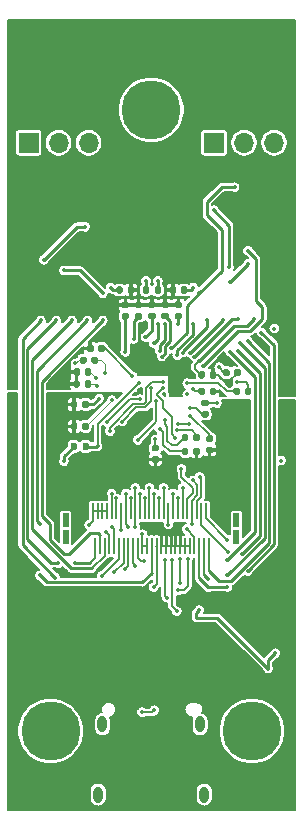
<source format=gbr>
%TF.GenerationSoftware,KiCad,Pcbnew,(5.1.9)-1*%
%TF.CreationDate,2022-01-18T11:13:22-06:00*%
%TF.ProjectId,aducm_board,61647563-6d5f-4626-9f61-72642e6b6963,1.6*%
%TF.SameCoordinates,Original*%
%TF.FileFunction,Copper,L4,Bot*%
%TF.FilePolarity,Positive*%
%FSLAX46Y46*%
G04 Gerber Fmt 4.6, Leading zero omitted, Abs format (unit mm)*
G04 Created by KiCad (PCBNEW (5.1.9)-1) date 2022-01-18 11:13:22*
%MOMM*%
%LPD*%
G01*
G04 APERTURE LIST*
%TA.AperFunction,SMDPad,CuDef*%
%ADD10R,0.500000X1.200000*%
%TD*%
%TA.AperFunction,SMDPad,CuDef*%
%ADD11R,0.196660X1.350000*%
%TD*%
%TA.AperFunction,ComponentPad*%
%ADD12C,5.000000*%
%TD*%
%TA.AperFunction,ComponentPad*%
%ADD13O,0.800000X1.400000*%
%TD*%
%TA.AperFunction,ComponentPad*%
%ADD14O,1.700000X1.700000*%
%TD*%
%TA.AperFunction,ComponentPad*%
%ADD15R,1.700000X1.700000*%
%TD*%
%TA.AperFunction,ViaPad*%
%ADD16C,0.355600*%
%TD*%
%TA.AperFunction,Conductor*%
%ADD17C,0.152400*%
%TD*%
%TA.AperFunction,Conductor*%
%ADD18C,0.254000*%
%TD*%
%TA.AperFunction,Conductor*%
%ADD19C,0.076200*%
%TD*%
%TA.AperFunction,Conductor*%
%ADD20C,0.127000*%
%TD*%
%TA.AperFunction,Conductor*%
%ADD21C,0.100000*%
%TD*%
G04 APERTURE END LIST*
%TO.P,R5,2*%
%TO.N,DVDD*%
%TA.AperFunction,SMDPad,CuDef*%
G36*
G01*
X135210000Y-122525000D02*
X135210000Y-122895000D01*
G75*
G02*
X135075000Y-123030000I-135000J0D01*
G01*
X134805000Y-123030000D01*
G75*
G02*
X134670000Y-122895000I0J135000D01*
G01*
X134670000Y-122525000D01*
G75*
G02*
X134805000Y-122390000I135000J0D01*
G01*
X135075000Y-122390000D01*
G75*
G02*
X135210000Y-122525000I0J-135000D01*
G01*
G37*
%TD.AperFunction*%
%TO.P,R5,1*%
%TO.N,/P1.1*%
%TA.AperFunction,SMDPad,CuDef*%
G36*
G01*
X136230000Y-122525000D02*
X136230000Y-122895000D01*
G75*
G02*
X136095000Y-123030000I-135000J0D01*
G01*
X135825000Y-123030000D01*
G75*
G02*
X135690000Y-122895000I0J135000D01*
G01*
X135690000Y-122525000D01*
G75*
G02*
X135825000Y-122390000I135000J0D01*
G01*
X136095000Y-122390000D01*
G75*
G02*
X136230000Y-122525000I0J-135000D01*
G01*
G37*
%TD.AperFunction*%
%TD*%
D10*
%TO.P,J2,*%
%TO.N,*%
X148700000Y-128965000D03*
X148700000Y-130365000D03*
X134250000Y-128965000D03*
X134250000Y-130365000D03*
D11*
%TO.P,J2,2*%
%TO.N,DVDD*%
X136550000Y-128190000D03*
%TO.P,J2,4*%
X136950000Y-128190000D03*
%TO.P,J2,6*%
X137350000Y-128190000D03*
%TO.P,J2,8*%
X137750000Y-128190000D03*
%TO.P,J2,10*%
%TO.N,/P1.3_SPI1_MOSI*%
X138150000Y-128190000D03*
%TO.P,J2,12*%
%TO.N,/P1.5_SPI1_~CS*%
X138550000Y-128190000D03*
%TO.P,J2,14*%
%TO.N,/AIN6*%
X138950000Y-128190000D03*
%TO.P,J2,16*%
%TO.N,/UART_SIN*%
X139350000Y-128190000D03*
%TO.P,J2,18*%
%TO.N,/SWCLK*%
X139750000Y-128190000D03*
%TO.P,J2,20*%
%TO.N,/UART_SOUT*%
X140150000Y-128190000D03*
%TO.P,J2,22*%
%TO.N,/SWDIO*%
X140550000Y-128190000D03*
%TO.P,J2,24*%
%TO.N,/P2.4*%
X140950000Y-128190000D03*
%TO.P,J2,26*%
%TO.N,/P1.4_SPI1_MISO*%
X141350000Y-128190000D03*
%TO.P,J2,28*%
%TO.N,/P0.5_I2C_SDA*%
X141750000Y-128190000D03*
%TO.P,J2,30*%
%TO.N,/P0.4_I2C_SCL*%
X142150000Y-128190000D03*
%TO.P,J2,32*%
%TO.N,/P0.3_SPI0_~CS*%
X142550000Y-128190000D03*
%TO.P,J2,34*%
%TO.N,DVDD*%
X142950000Y-128190000D03*
%TO.P,J2,36*%
%TO.N,/P0.2_SPI0_~MISO*%
X143350000Y-128190000D03*
%TO.P,J2,38*%
%TO.N,/P0.1_SPI0_MOSI*%
X143750000Y-128190000D03*
%TO.P,J2,40*%
%TO.N,/P0.0_SPI0_CLK*%
X144150000Y-128190000D03*
%TO.P,J2,42*%
%TO.N,/PWM1*%
X144550000Y-128190000D03*
%TO.P,J2,44*%
%TO.N,/~RESET*%
X144950000Y-128190000D03*
%TO.P,J2,46*%
%TO.N,/PWM0*%
X145350000Y-128190000D03*
%TO.P,J2,48*%
%TO.N,/VBIAS1Breakout*%
X145750000Y-128190000D03*
%TO.P,J2,50*%
%TO.N,/VZERO1Breakout*%
X146150000Y-128190000D03*
%TO.P,J2,1*%
%TO.N,/CE0Breakout*%
X136750000Y-131140000D03*
%TO.P,J2,3*%
%TO.N,/WE0Breakout*%
X137150000Y-131140000D03*
%TO.P,J2,5*%
%TO.N,/RE0Breakout*%
X137550000Y-131140000D03*
%TO.P,J2,7*%
%TO.N,/P1.1*%
X137950000Y-131140000D03*
%TO.P,J2,9*%
%TO.N,/P1.0*%
X138350000Y-131140000D03*
%TO.P,J2,11*%
%TO.N,/AIN5*%
X138750000Y-131140000D03*
%TO.P,J2,13*%
%TO.N,/AIN2*%
X139150000Y-131140000D03*
%TO.P,J2,15*%
%TO.N,/AIN3*%
X139550000Y-131140000D03*
%TO.P,J2,17*%
%TO.N,/AIN1*%
X139950000Y-131140000D03*
%TO.P,J2,19*%
%TO.N,/AIN0*%
X140350000Y-131140000D03*
%TO.P,J2,21*%
%TO.N,DVDD*%
X140750000Y-131140000D03*
%TO.P,J2,23*%
X141150000Y-131140000D03*
%TO.P,J2,25*%
%TO.N,/VZERO0Breakout*%
X141550000Y-131140000D03*
%TO.P,J2,27*%
%TO.N,/VBIAS0Breakout*%
X141950000Y-131140000D03*
%TO.P,J2,29*%
%TO.N,DGND*%
X142350000Y-131140000D03*
%TO.P,J2,31*%
X142750000Y-131140000D03*
%TO.P,J2,33*%
X143150000Y-131140000D03*
%TO.P,J2,35*%
X143550000Y-131140000D03*
%TO.P,J2,37*%
X143950000Y-131140000D03*
%TO.P,J2,39*%
X144350000Y-131140000D03*
%TO.P,J2,41*%
X144750000Y-131140000D03*
%TO.P,J2,43*%
%TO.N,/P1.2_SPI1_CLK*%
X145150000Y-131140000D03*
%TO.P,J2,45*%
%TO.N,/RE1Breakout*%
X145550000Y-131140000D03*
%TO.P,J2,47*%
%TO.N,/WE1Breakout*%
X145950000Y-131140000D03*
%TO.P,J2,49*%
%TO.N,/CE1Breakout*%
X146350000Y-131140000D03*
%TD*%
D12*
%TO.P,REF\u002A\u002A,1*%
%TO.N,N/C*%
X141500000Y-94200000D03*
%TD*%
%TO.P,REF\u002A\u002A,1*%
%TO.N,N/C*%
X150026001Y-146800000D03*
%TD*%
%TO.P,REF\u002A\u002A,1*%
%TO.N,N/C*%
X132973999Y-146800000D03*
%TD*%
%TO.P,C23,2*%
%TO.N,Net-(C23-Pad2)*%
%TA.AperFunction,SMDPad,CuDef*%
G36*
G01*
X149020000Y-117870000D02*
X149020000Y-118210000D01*
G75*
G02*
X148880000Y-118350000I-140000J0D01*
G01*
X148600000Y-118350000D01*
G75*
G02*
X148460000Y-118210000I0J140000D01*
G01*
X148460000Y-117870000D01*
G75*
G02*
X148600000Y-117730000I140000J0D01*
G01*
X148880000Y-117730000D01*
G75*
G02*
X149020000Y-117870000I0J-140000D01*
G01*
G37*
%TD.AperFunction*%
%TO.P,C23,1*%
%TO.N,Net-(C23-Pad1)*%
%TA.AperFunction,SMDPad,CuDef*%
G36*
G01*
X149980000Y-117870000D02*
X149980000Y-118210000D01*
G75*
G02*
X149840000Y-118350000I-140000J0D01*
G01*
X149560000Y-118350000D01*
G75*
G02*
X149420000Y-118210000I0J140000D01*
G01*
X149420000Y-117870000D01*
G75*
G02*
X149560000Y-117730000I140000J0D01*
G01*
X149840000Y-117730000D01*
G75*
G02*
X149980000Y-117870000I0J-140000D01*
G01*
G37*
%TD.AperFunction*%
%TD*%
D13*
%TO.P,J1,S1*%
%TO.N,N/C*%
X137010000Y-152180000D03*
X145990000Y-152180000D03*
X145630000Y-146230000D03*
X137370000Y-146230000D03*
%TD*%
%TO.P,C8,2*%
%TO.N,DGND*%
%TA.AperFunction,SMDPad,CuDef*%
G36*
G01*
X135250000Y-118980000D02*
X135250000Y-119320000D01*
G75*
G02*
X135110000Y-119460000I-140000J0D01*
G01*
X134830000Y-119460000D01*
G75*
G02*
X134690000Y-119320000I0J140000D01*
G01*
X134690000Y-118980000D01*
G75*
G02*
X134830000Y-118840000I140000J0D01*
G01*
X135110000Y-118840000D01*
G75*
G02*
X135250000Y-118980000I0J-140000D01*
G01*
G37*
%TD.AperFunction*%
%TO.P,C8,1*%
%TO.N,DVDD*%
%TA.AperFunction,SMDPad,CuDef*%
G36*
G01*
X136210000Y-118980000D02*
X136210000Y-119320000D01*
G75*
G02*
X136070000Y-119460000I-140000J0D01*
G01*
X135790000Y-119460000D01*
G75*
G02*
X135650000Y-119320000I0J140000D01*
G01*
X135650000Y-118980000D01*
G75*
G02*
X135790000Y-118840000I140000J0D01*
G01*
X136070000Y-118840000D01*
G75*
G02*
X136210000Y-118980000I0J-140000D01*
G01*
G37*
%TD.AperFunction*%
%TD*%
%TO.P,C9,2*%
%TO.N,DGND*%
%TA.AperFunction,SMDPad,CuDef*%
G36*
G01*
X141680000Y-123530000D02*
X142020000Y-123530000D01*
G75*
G02*
X142160000Y-123670000I0J-140000D01*
G01*
X142160000Y-123950000D01*
G75*
G02*
X142020000Y-124090000I-140000J0D01*
G01*
X141680000Y-124090000D01*
G75*
G02*
X141540000Y-123950000I0J140000D01*
G01*
X141540000Y-123670000D01*
G75*
G02*
X141680000Y-123530000I140000J0D01*
G01*
G37*
%TD.AperFunction*%
%TO.P,C9,1*%
%TO.N,DVDD*%
%TA.AperFunction,SMDPad,CuDef*%
G36*
G01*
X141680000Y-122570000D02*
X142020000Y-122570000D01*
G75*
G02*
X142160000Y-122710000I0J-140000D01*
G01*
X142160000Y-122990000D01*
G75*
G02*
X142020000Y-123130000I-140000J0D01*
G01*
X141680000Y-123130000D01*
G75*
G02*
X141540000Y-122990000I0J140000D01*
G01*
X141540000Y-122710000D01*
G75*
G02*
X141680000Y-122570000I140000J0D01*
G01*
G37*
%TD.AperFunction*%
%TD*%
%TO.P,C27,2*%
%TO.N,Net-(C27-Pad2)*%
%TA.AperFunction,SMDPad,CuDef*%
G36*
G01*
X145040000Y-122110000D02*
X145040000Y-121770000D01*
G75*
G02*
X145180000Y-121630000I140000J0D01*
G01*
X145460000Y-121630000D01*
G75*
G02*
X145600000Y-121770000I0J-140000D01*
G01*
X145600000Y-122110000D01*
G75*
G02*
X145460000Y-122250000I-140000J0D01*
G01*
X145180000Y-122250000D01*
G75*
G02*
X145040000Y-122110000I0J140000D01*
G01*
G37*
%TD.AperFunction*%
%TO.P,C27,1*%
%TO.N,Net-(C27-Pad1)*%
%TA.AperFunction,SMDPad,CuDef*%
G36*
G01*
X144080000Y-122110000D02*
X144080000Y-121770000D01*
G75*
G02*
X144220000Y-121630000I140000J0D01*
G01*
X144500000Y-121630000D01*
G75*
G02*
X144640000Y-121770000I0J-140000D01*
G01*
X144640000Y-122110000D01*
G75*
G02*
X144500000Y-122250000I-140000J0D01*
G01*
X144220000Y-122250000D01*
G75*
G02*
X144080000Y-122110000I0J140000D01*
G01*
G37*
%TD.AperFunction*%
%TD*%
%TO.P,C31,2*%
%TO.N,DGND*%
%TA.AperFunction,SMDPad,CuDef*%
G36*
G01*
X145040000Y-123290000D02*
X145040000Y-122950000D01*
G75*
G02*
X145180000Y-122810000I140000J0D01*
G01*
X145460000Y-122810000D01*
G75*
G02*
X145600000Y-122950000I0J-140000D01*
G01*
X145600000Y-123290000D01*
G75*
G02*
X145460000Y-123430000I-140000J0D01*
G01*
X145180000Y-123430000D01*
G75*
G02*
X145040000Y-123290000I0J140000D01*
G01*
G37*
%TD.AperFunction*%
%TO.P,C31,1*%
%TO.N,Net-(C31-Pad1)*%
%TA.AperFunction,SMDPad,CuDef*%
G36*
G01*
X144080000Y-123290000D02*
X144080000Y-122950000D01*
G75*
G02*
X144220000Y-122810000I140000J0D01*
G01*
X144500000Y-122810000D01*
G75*
G02*
X144640000Y-122950000I0J-140000D01*
G01*
X144640000Y-123290000D01*
G75*
G02*
X144500000Y-123430000I-140000J0D01*
G01*
X144220000Y-123430000D01*
G75*
G02*
X144080000Y-123290000I0J140000D01*
G01*
G37*
%TD.AperFunction*%
%TD*%
%TO.P,C21,2*%
%TO.N,DGND*%
%TA.AperFunction,SMDPad,CuDef*%
G36*
G01*
X146280000Y-122730000D02*
X146620000Y-122730000D01*
G75*
G02*
X146760000Y-122870000I0J-140000D01*
G01*
X146760000Y-123150000D01*
G75*
G02*
X146620000Y-123290000I-140000J0D01*
G01*
X146280000Y-123290000D01*
G75*
G02*
X146140000Y-123150000I0J140000D01*
G01*
X146140000Y-122870000D01*
G75*
G02*
X146280000Y-122730000I140000J0D01*
G01*
G37*
%TD.AperFunction*%
%TO.P,C21,1*%
%TO.N,Net-(C21-Pad1)*%
%TA.AperFunction,SMDPad,CuDef*%
G36*
G01*
X146280000Y-121770000D02*
X146620000Y-121770000D01*
G75*
G02*
X146760000Y-121910000I0J-140000D01*
G01*
X146760000Y-122190000D01*
G75*
G02*
X146620000Y-122330000I-140000J0D01*
G01*
X146280000Y-122330000D01*
G75*
G02*
X146140000Y-122190000I0J140000D01*
G01*
X146140000Y-121910000D01*
G75*
G02*
X146280000Y-121770000I140000J0D01*
G01*
G37*
%TD.AperFunction*%
%TD*%
%TO.P,R4,1*%
%TO.N,Net-(R4-Pad1)*%
%TA.AperFunction,SMDPad,CuDef*%
G36*
G01*
X142330000Y-109275000D02*
X142330000Y-109645000D01*
G75*
G02*
X142195000Y-109780000I-135000J0D01*
G01*
X141925000Y-109780000D01*
G75*
G02*
X141790000Y-109645000I0J135000D01*
G01*
X141790000Y-109275000D01*
G75*
G02*
X141925000Y-109140000I135000J0D01*
G01*
X142195000Y-109140000D01*
G75*
G02*
X142330000Y-109275000I0J-135000D01*
G01*
G37*
%TD.AperFunction*%
%TO.P,R4,2*%
%TO.N,Net-(R4-Pad2)*%
%TA.AperFunction,SMDPad,CuDef*%
G36*
G01*
X141310000Y-109275000D02*
X141310000Y-109645000D01*
G75*
G02*
X141175000Y-109780000I-135000J0D01*
G01*
X140905000Y-109780000D01*
G75*
G02*
X140770000Y-109645000I0J135000D01*
G01*
X140770000Y-109275000D01*
G75*
G02*
X140905000Y-109140000I135000J0D01*
G01*
X141175000Y-109140000D01*
G75*
G02*
X141310000Y-109275000I0J-135000D01*
G01*
G37*
%TD.AperFunction*%
%TD*%
D14*
%TO.P,J3,3*%
%TO.N,Net-(FB5-Pad1)*%
X151900000Y-96990000D03*
%TO.P,J3,2*%
%TO.N,Net-(FB4-Pad1)*%
X149360000Y-96990000D03*
D15*
%TO.P,J3,1*%
%TO.N,Net-(FB3-Pad1)*%
X146820000Y-96990000D03*
%TD*%
D14*
%TO.P,J4,3*%
%TO.N,Net-(FB8-Pad1)*%
X136200000Y-96990000D03*
%TO.P,J4,2*%
%TO.N,Net-(FB7-Pad1)*%
X133660000Y-96990000D03*
D15*
%TO.P,J4,1*%
%TO.N,Net-(FB6-Pad1)*%
X131120000Y-96990000D03*
%TD*%
%TO.P,C29,2*%
%TO.N,AGND*%
%TA.AperFunction,SMDPad,CuDef*%
G36*
G01*
X135450000Y-117240000D02*
X135450000Y-117580000D01*
G75*
G02*
X135310000Y-117720000I-140000J0D01*
G01*
X135030000Y-117720000D01*
G75*
G02*
X134890000Y-117580000I0J140000D01*
G01*
X134890000Y-117240000D01*
G75*
G02*
X135030000Y-117100000I140000J0D01*
G01*
X135310000Y-117100000D01*
G75*
G02*
X135450000Y-117240000I0J-140000D01*
G01*
G37*
%TD.AperFunction*%
%TO.P,C29,1*%
%TO.N,Net-(C29-Pad1)*%
%TA.AperFunction,SMDPad,CuDef*%
G36*
G01*
X136410000Y-117240000D02*
X136410000Y-117580000D01*
G75*
G02*
X136270000Y-117720000I-140000J0D01*
G01*
X135990000Y-117720000D01*
G75*
G02*
X135850000Y-117580000I0J140000D01*
G01*
X135850000Y-117240000D01*
G75*
G02*
X135990000Y-117100000I140000J0D01*
G01*
X136270000Y-117100000D01*
G75*
G02*
X136410000Y-117240000I0J-140000D01*
G01*
G37*
%TD.AperFunction*%
%TD*%
%TO.P,C28,2*%
%TO.N,DGND*%
%TA.AperFunction,SMDPad,CuDef*%
G36*
G01*
X135250000Y-120830000D02*
X135250000Y-121170000D01*
G75*
G02*
X135110000Y-121310000I-140000J0D01*
G01*
X134830000Y-121310000D01*
G75*
G02*
X134690000Y-121170000I0J140000D01*
G01*
X134690000Y-120830000D01*
G75*
G02*
X134830000Y-120690000I140000J0D01*
G01*
X135110000Y-120690000D01*
G75*
G02*
X135250000Y-120830000I0J-140000D01*
G01*
G37*
%TD.AperFunction*%
%TO.P,C28,1*%
%TO.N,Net-(C28-Pad1)*%
%TA.AperFunction,SMDPad,CuDef*%
G36*
G01*
X136210000Y-120830000D02*
X136210000Y-121170000D01*
G75*
G02*
X136070000Y-121310000I-140000J0D01*
G01*
X135790000Y-121310000D01*
G75*
G02*
X135650000Y-121170000I0J140000D01*
G01*
X135650000Y-120830000D01*
G75*
G02*
X135790000Y-120690000I140000J0D01*
G01*
X136070000Y-120690000D01*
G75*
G02*
X136210000Y-120830000I0J-140000D01*
G01*
G37*
%TD.AperFunction*%
%TD*%
%TO.P,C20,1*%
%TO.N,AGND*%
%TA.AperFunction,SMDPad,CuDef*%
G36*
G01*
X143630000Y-110430000D02*
X143970000Y-110430000D01*
G75*
G02*
X144110000Y-110570000I0J-140000D01*
G01*
X144110000Y-110850000D01*
G75*
G02*
X143970000Y-110990000I-140000J0D01*
G01*
X143630000Y-110990000D01*
G75*
G02*
X143490000Y-110850000I0J140000D01*
G01*
X143490000Y-110570000D01*
G75*
G02*
X143630000Y-110430000I140000J0D01*
G01*
G37*
%TD.AperFunction*%
%TO.P,C20,2*%
%TO.N,Net-(C20-Pad2)*%
%TA.AperFunction,SMDPad,CuDef*%
G36*
G01*
X143630000Y-111390000D02*
X143970000Y-111390000D01*
G75*
G02*
X144110000Y-111530000I0J-140000D01*
G01*
X144110000Y-111810000D01*
G75*
G02*
X143970000Y-111950000I-140000J0D01*
G01*
X143630000Y-111950000D01*
G75*
G02*
X143490000Y-111810000I0J140000D01*
G01*
X143490000Y-111530000D01*
G75*
G02*
X143630000Y-111390000I140000J0D01*
G01*
G37*
%TD.AperFunction*%
%TD*%
%TO.P,C19,1*%
%TO.N,AGND*%
%TA.AperFunction,SMDPad,CuDef*%
G36*
G01*
X139130000Y-110450000D02*
X139470000Y-110450000D01*
G75*
G02*
X139610000Y-110590000I0J-140000D01*
G01*
X139610000Y-110870000D01*
G75*
G02*
X139470000Y-111010000I-140000J0D01*
G01*
X139130000Y-111010000D01*
G75*
G02*
X138990000Y-110870000I0J140000D01*
G01*
X138990000Y-110590000D01*
G75*
G02*
X139130000Y-110450000I140000J0D01*
G01*
G37*
%TD.AperFunction*%
%TO.P,C19,2*%
%TO.N,Net-(C19-Pad2)*%
%TA.AperFunction,SMDPad,CuDef*%
G36*
G01*
X139130000Y-111410000D02*
X139470000Y-111410000D01*
G75*
G02*
X139610000Y-111550000I0J-140000D01*
G01*
X139610000Y-111830000D01*
G75*
G02*
X139470000Y-111970000I-140000J0D01*
G01*
X139130000Y-111970000D01*
G75*
G02*
X138990000Y-111830000I0J140000D01*
G01*
X138990000Y-111550000D01*
G75*
G02*
X139130000Y-111410000I140000J0D01*
G01*
G37*
%TD.AperFunction*%
%TD*%
%TO.P,C25,2*%
%TO.N,Net-(C25-Pad2)*%
%TA.AperFunction,SMDPad,CuDef*%
G36*
G01*
X146230000Y-119310000D02*
X145890000Y-119310000D01*
G75*
G02*
X145750000Y-119170000I0J140000D01*
G01*
X145750000Y-118890000D01*
G75*
G02*
X145890000Y-118750000I140000J0D01*
G01*
X146230000Y-118750000D01*
G75*
G02*
X146370000Y-118890000I0J-140000D01*
G01*
X146370000Y-119170000D01*
G75*
G02*
X146230000Y-119310000I-140000J0D01*
G01*
G37*
%TD.AperFunction*%
%TO.P,C25,1*%
%TO.N,Net-(C25-Pad1)*%
%TA.AperFunction,SMDPad,CuDef*%
G36*
G01*
X146230000Y-120270000D02*
X145890000Y-120270000D01*
G75*
G02*
X145750000Y-120130000I0J140000D01*
G01*
X145750000Y-119850000D01*
G75*
G02*
X145890000Y-119710000I140000J0D01*
G01*
X146230000Y-119710000D01*
G75*
G02*
X146370000Y-119850000I0J-140000D01*
G01*
X146370000Y-120130000D01*
G75*
G02*
X146230000Y-120270000I-140000J0D01*
G01*
G37*
%TD.AperFunction*%
%TD*%
%TO.P,C22,2*%
%TO.N,Net-(C22-Pad2)*%
%TA.AperFunction,SMDPad,CuDef*%
G36*
G01*
X136430000Y-115570000D02*
X136430000Y-115230000D01*
G75*
G02*
X136570000Y-115090000I140000J0D01*
G01*
X136850000Y-115090000D01*
G75*
G02*
X136990000Y-115230000I0J-140000D01*
G01*
X136990000Y-115570000D01*
G75*
G02*
X136850000Y-115710000I-140000J0D01*
G01*
X136570000Y-115710000D01*
G75*
G02*
X136430000Y-115570000I0J140000D01*
G01*
G37*
%TD.AperFunction*%
%TO.P,C22,1*%
%TO.N,Net-(C22-Pad1)*%
%TA.AperFunction,SMDPad,CuDef*%
G36*
G01*
X135470000Y-115570000D02*
X135470000Y-115230000D01*
G75*
G02*
X135610000Y-115090000I140000J0D01*
G01*
X135890000Y-115090000D01*
G75*
G02*
X136030000Y-115230000I0J-140000D01*
G01*
X136030000Y-115570000D01*
G75*
G02*
X135890000Y-115710000I-140000J0D01*
G01*
X135610000Y-115710000D01*
G75*
G02*
X135470000Y-115570000I0J140000D01*
G01*
G37*
%TD.AperFunction*%
%TD*%
%TO.P,C18,2*%
%TO.N,AGND*%
%TA.AperFunction,SMDPad,CuDef*%
G36*
G01*
X146450000Y-118210000D02*
X146450000Y-117870000D01*
G75*
G02*
X146590000Y-117730000I140000J0D01*
G01*
X146870000Y-117730000D01*
G75*
G02*
X147010000Y-117870000I0J-140000D01*
G01*
X147010000Y-118210000D01*
G75*
G02*
X146870000Y-118350000I-140000J0D01*
G01*
X146590000Y-118350000D01*
G75*
G02*
X146450000Y-118210000I0J140000D01*
G01*
G37*
%TD.AperFunction*%
%TO.P,C18,1*%
%TO.N,Net-(C18-Pad1)*%
%TA.AperFunction,SMDPad,CuDef*%
G36*
G01*
X145490000Y-118210000D02*
X145490000Y-117870000D01*
G75*
G02*
X145630000Y-117730000I140000J0D01*
G01*
X145910000Y-117730000D01*
G75*
G02*
X146050000Y-117870000I0J-140000D01*
G01*
X146050000Y-118210000D01*
G75*
G02*
X145910000Y-118350000I-140000J0D01*
G01*
X145630000Y-118350000D01*
G75*
G02*
X145490000Y-118210000I0J140000D01*
G01*
G37*
%TD.AperFunction*%
%TD*%
%TO.P,C17,2*%
%TO.N,AGND*%
%TA.AperFunction,SMDPad,CuDef*%
G36*
G01*
X135470000Y-116230000D02*
X135470000Y-116570000D01*
G75*
G02*
X135330000Y-116710000I-140000J0D01*
G01*
X135050000Y-116710000D01*
G75*
G02*
X134910000Y-116570000I0J140000D01*
G01*
X134910000Y-116230000D01*
G75*
G02*
X135050000Y-116090000I140000J0D01*
G01*
X135330000Y-116090000D01*
G75*
G02*
X135470000Y-116230000I0J-140000D01*
G01*
G37*
%TD.AperFunction*%
%TO.P,C17,1*%
%TO.N,Net-(C17-Pad1)*%
%TA.AperFunction,SMDPad,CuDef*%
G36*
G01*
X136430000Y-116230000D02*
X136430000Y-116570000D01*
G75*
G02*
X136290000Y-116710000I-140000J0D01*
G01*
X136010000Y-116710000D01*
G75*
G02*
X135870000Y-116570000I0J140000D01*
G01*
X135870000Y-116230000D01*
G75*
G02*
X136010000Y-116090000I140000J0D01*
G01*
X136290000Y-116090000D01*
G75*
G02*
X136430000Y-116230000I0J-140000D01*
G01*
G37*
%TD.AperFunction*%
%TD*%
%TO.P,C16,1*%
%TO.N,Net-(C16-Pad1)*%
%TA.AperFunction,SMDPad,CuDef*%
G36*
G01*
X141720000Y-111950000D02*
X141380000Y-111950000D01*
G75*
G02*
X141240000Y-111810000I0J140000D01*
G01*
X141240000Y-111530000D01*
G75*
G02*
X141380000Y-111390000I140000J0D01*
G01*
X141720000Y-111390000D01*
G75*
G02*
X141860000Y-111530000I0J-140000D01*
G01*
X141860000Y-111810000D01*
G75*
G02*
X141720000Y-111950000I-140000J0D01*
G01*
G37*
%TD.AperFunction*%
%TO.P,C16,2*%
%TO.N,AGND*%
%TA.AperFunction,SMDPad,CuDef*%
G36*
G01*
X141720000Y-110990000D02*
X141380000Y-110990000D01*
G75*
G02*
X141240000Y-110850000I0J140000D01*
G01*
X141240000Y-110570000D01*
G75*
G02*
X141380000Y-110430000I140000J0D01*
G01*
X141720000Y-110430000D01*
G75*
G02*
X141860000Y-110570000I0J-140000D01*
G01*
X141860000Y-110850000D01*
G75*
G02*
X141720000Y-110990000I-140000J0D01*
G01*
G37*
%TD.AperFunction*%
%TD*%
%TO.P,C15,1*%
%TO.N,AGND*%
%TA.AperFunction,SMDPad,CuDef*%
G36*
G01*
X142505000Y-110430000D02*
X142845000Y-110430000D01*
G75*
G02*
X142985000Y-110570000I0J-140000D01*
G01*
X142985000Y-110850000D01*
G75*
G02*
X142845000Y-110990000I-140000J0D01*
G01*
X142505000Y-110990000D01*
G75*
G02*
X142365000Y-110850000I0J140000D01*
G01*
X142365000Y-110570000D01*
G75*
G02*
X142505000Y-110430000I140000J0D01*
G01*
G37*
%TD.AperFunction*%
%TO.P,C15,2*%
%TO.N,Net-(C15-Pad2)*%
%TA.AperFunction,SMDPad,CuDef*%
G36*
G01*
X142505000Y-111390000D02*
X142845000Y-111390000D01*
G75*
G02*
X142985000Y-111530000I0J-140000D01*
G01*
X142985000Y-111810000D01*
G75*
G02*
X142845000Y-111950000I-140000J0D01*
G01*
X142505000Y-111950000D01*
G75*
G02*
X142365000Y-111810000I0J140000D01*
G01*
X142365000Y-111530000D01*
G75*
G02*
X142505000Y-111390000I140000J0D01*
G01*
G37*
%TD.AperFunction*%
%TD*%
%TO.P,C14,1*%
%TO.N,Net-(C14-Pad1)*%
%TA.AperFunction,SMDPad,CuDef*%
G36*
G01*
X140595000Y-111970000D02*
X140255000Y-111970000D01*
G75*
G02*
X140115000Y-111830000I0J140000D01*
G01*
X140115000Y-111550000D01*
G75*
G02*
X140255000Y-111410000I140000J0D01*
G01*
X140595000Y-111410000D01*
G75*
G02*
X140735000Y-111550000I0J-140000D01*
G01*
X140735000Y-111830000D01*
G75*
G02*
X140595000Y-111970000I-140000J0D01*
G01*
G37*
%TD.AperFunction*%
%TO.P,C14,2*%
%TO.N,AGND*%
%TA.AperFunction,SMDPad,CuDef*%
G36*
G01*
X140595000Y-111010000D02*
X140255000Y-111010000D01*
G75*
G02*
X140115000Y-110870000I0J140000D01*
G01*
X140115000Y-110590000D01*
G75*
G02*
X140255000Y-110450000I140000J0D01*
G01*
X140595000Y-110450000D01*
G75*
G02*
X140735000Y-110590000I0J-140000D01*
G01*
X140735000Y-110870000D01*
G75*
G02*
X140595000Y-111010000I-140000J0D01*
G01*
G37*
%TD.AperFunction*%
%TD*%
%TO.P,C6,2*%
%TO.N,AGND*%
%TA.AperFunction,SMDPad,CuDef*%
G36*
G01*
X148530000Y-116620000D02*
X148530000Y-116280000D01*
G75*
G02*
X148670000Y-116140000I140000J0D01*
G01*
X148950000Y-116140000D01*
G75*
G02*
X149090000Y-116280000I0J-140000D01*
G01*
X149090000Y-116620000D01*
G75*
G02*
X148950000Y-116760000I-140000J0D01*
G01*
X148670000Y-116760000D01*
G75*
G02*
X148530000Y-116620000I0J140000D01*
G01*
G37*
%TD.AperFunction*%
%TO.P,C6,1*%
%TO.N,/AIN3*%
%TA.AperFunction,SMDPad,CuDef*%
G36*
G01*
X147570000Y-116620000D02*
X147570000Y-116280000D01*
G75*
G02*
X147710000Y-116140000I140000J0D01*
G01*
X147990000Y-116140000D01*
G75*
G02*
X148130000Y-116280000I0J-140000D01*
G01*
X148130000Y-116620000D01*
G75*
G02*
X147990000Y-116760000I-140000J0D01*
G01*
X147710000Y-116760000D01*
G75*
G02*
X147570000Y-116620000I0J140000D01*
G01*
G37*
%TD.AperFunction*%
%TD*%
%TO.P,C5,1*%
%TO.N,/VZERO1*%
%TA.AperFunction,SMDPad,CuDef*%
G36*
G01*
X144560000Y-109290000D02*
X144560000Y-109630000D01*
G75*
G02*
X144420000Y-109770000I-140000J0D01*
G01*
X144140000Y-109770000D01*
G75*
G02*
X144000000Y-109630000I0J140000D01*
G01*
X144000000Y-109290000D01*
G75*
G02*
X144140000Y-109150000I140000J0D01*
G01*
X144420000Y-109150000D01*
G75*
G02*
X144560000Y-109290000I0J-140000D01*
G01*
G37*
%TD.AperFunction*%
%TO.P,C5,2*%
%TO.N,AGND*%
%TA.AperFunction,SMDPad,CuDef*%
G36*
G01*
X143600000Y-109290000D02*
X143600000Y-109630000D01*
G75*
G02*
X143460000Y-109770000I-140000J0D01*
G01*
X143180000Y-109770000D01*
G75*
G02*
X143040000Y-109630000I0J140000D01*
G01*
X143040000Y-109290000D01*
G75*
G02*
X143180000Y-109150000I140000J0D01*
G01*
X143460000Y-109150000D01*
G75*
G02*
X143600000Y-109290000I0J-140000D01*
G01*
G37*
%TD.AperFunction*%
%TD*%
%TO.P,C4,2*%
%TO.N,AGND*%
%TA.AperFunction,SMDPad,CuDef*%
G36*
G01*
X146450000Y-116820000D02*
X146450000Y-116480000D01*
G75*
G02*
X146590000Y-116340000I140000J0D01*
G01*
X146870000Y-116340000D01*
G75*
G02*
X147010000Y-116480000I0J-140000D01*
G01*
X147010000Y-116820000D01*
G75*
G02*
X146870000Y-116960000I-140000J0D01*
G01*
X146590000Y-116960000D01*
G75*
G02*
X146450000Y-116820000I0J140000D01*
G01*
G37*
%TD.AperFunction*%
%TO.P,C4,1*%
%TO.N,/VBIAS1*%
%TA.AperFunction,SMDPad,CuDef*%
G36*
G01*
X145490000Y-116820000D02*
X145490000Y-116480000D01*
G75*
G02*
X145630000Y-116340000I140000J0D01*
G01*
X145910000Y-116340000D01*
G75*
G02*
X146050000Y-116480000I0J-140000D01*
G01*
X146050000Y-116820000D01*
G75*
G02*
X145910000Y-116960000I-140000J0D01*
G01*
X145630000Y-116960000D01*
G75*
G02*
X145490000Y-116820000I0J140000D01*
G01*
G37*
%TD.AperFunction*%
%TD*%
%TO.P,C3,1*%
%TO.N,/VZERO0*%
%TA.AperFunction,SMDPad,CuDef*%
G36*
G01*
X138540000Y-109630000D02*
X138540000Y-109290000D01*
G75*
G02*
X138680000Y-109150000I140000J0D01*
G01*
X138960000Y-109150000D01*
G75*
G02*
X139100000Y-109290000I0J-140000D01*
G01*
X139100000Y-109630000D01*
G75*
G02*
X138960000Y-109770000I-140000J0D01*
G01*
X138680000Y-109770000D01*
G75*
G02*
X138540000Y-109630000I0J140000D01*
G01*
G37*
%TD.AperFunction*%
%TO.P,C3,2*%
%TO.N,AGND*%
%TA.AperFunction,SMDPad,CuDef*%
G36*
G01*
X139500000Y-109630000D02*
X139500000Y-109290000D01*
G75*
G02*
X139640000Y-109150000I140000J0D01*
G01*
X139920000Y-109150000D01*
G75*
G02*
X140060000Y-109290000I0J-140000D01*
G01*
X140060000Y-109630000D01*
G75*
G02*
X139920000Y-109770000I-140000J0D01*
G01*
X139640000Y-109770000D01*
G75*
G02*
X139500000Y-109630000I0J140000D01*
G01*
G37*
%TD.AperFunction*%
%TD*%
%TO.P,C2,2*%
%TO.N,AGND*%
%TA.AperFunction,SMDPad,CuDef*%
G36*
G01*
X136610000Y-114240000D02*
X136610000Y-114580000D01*
G75*
G02*
X136470000Y-114720000I-140000J0D01*
G01*
X136190000Y-114720000D01*
G75*
G02*
X136050000Y-114580000I0J140000D01*
G01*
X136050000Y-114240000D01*
G75*
G02*
X136190000Y-114100000I140000J0D01*
G01*
X136470000Y-114100000D01*
G75*
G02*
X136610000Y-114240000I0J-140000D01*
G01*
G37*
%TD.AperFunction*%
%TO.P,C2,1*%
%TO.N,/VBIAS0*%
%TA.AperFunction,SMDPad,CuDef*%
G36*
G01*
X137570000Y-114240000D02*
X137570000Y-114580000D01*
G75*
G02*
X137430000Y-114720000I-140000J0D01*
G01*
X137150000Y-114720000D01*
G75*
G02*
X137010000Y-114580000I0J140000D01*
G01*
X137010000Y-114240000D01*
G75*
G02*
X137150000Y-114100000I140000J0D01*
G01*
X137430000Y-114100000D01*
G75*
G02*
X137570000Y-114240000I0J-140000D01*
G01*
G37*
%TD.AperFunction*%
%TD*%
D16*
%TO.N,DGND*%
X133460000Y-126880000D03*
X142570000Y-118300000D03*
X140100000Y-118300000D03*
X143475000Y-129975000D03*
X129960000Y-121250000D03*
X129960000Y-118630000D03*
X145320000Y-134880000D03*
X138390000Y-125040000D03*
X135450000Y-133650000D03*
X135450000Y-129675000D03*
X135575000Y-123775000D03*
X133825000Y-118475000D03*
X133650000Y-121500000D03*
X140240000Y-138940000D03*
X137700000Y-141480000D03*
X137700000Y-138940000D03*
X135160000Y-138940000D03*
X132620000Y-138940000D03*
X135160000Y-141480000D03*
X153070000Y-124750000D03*
X150800000Y-134550000D03*
X152350000Y-137200000D03*
X142780000Y-138940000D03*
X142780000Y-141480000D03*
X152450000Y-141800000D03*
X140240000Y-152810000D03*
X140240000Y-150270000D03*
X142780000Y-152810000D03*
X142780000Y-150270000D03*
X142780000Y-147730000D03*
X140240000Y-147730000D03*
X153070000Y-152810000D03*
X150400000Y-152810000D03*
X147860000Y-152810000D03*
X135160000Y-152810000D03*
X132620000Y-152810000D03*
X129930000Y-152810000D03*
X129960000Y-141480000D03*
X129960000Y-138940000D03*
X129960000Y-136400000D03*
X129960000Y-133860000D03*
X129960000Y-131320000D03*
X129960000Y-128780000D03*
X153270000Y-119680000D03*
X153070000Y-131320000D03*
X153070000Y-128780000D03*
X148540000Y-125420000D03*
X133520000Y-130340000D03*
%TO.N,AGND*%
X131560000Y-104770000D03*
X148120000Y-117610000D03*
X150830000Y-114046000D03*
X150600000Y-98775000D03*
X148100000Y-98775000D03*
X134950000Y-98775000D03*
X134950000Y-100450000D03*
X132425000Y-100450000D03*
X132425000Y-98775000D03*
X134100000Y-116900000D03*
X147400000Y-118150000D03*
X140270000Y-98210000D03*
X142810000Y-98210000D03*
X129960000Y-112350000D03*
X129960000Y-109810000D03*
X129960000Y-107270000D03*
X143050000Y-118000000D03*
X153070000Y-92460000D03*
X150430000Y-92460000D03*
X147890000Y-92460000D03*
X153070000Y-109820000D03*
X153070000Y-107280000D03*
X153070000Y-104740000D03*
X135190000Y-92460000D03*
X132650000Y-92460000D03*
X153070000Y-89920000D03*
X150430000Y-89920000D03*
X147890000Y-89920000D03*
X145350000Y-89920000D03*
X142810000Y-89920000D03*
X140270000Y-89920000D03*
X137730000Y-89920000D03*
X135190000Y-89920000D03*
X132650000Y-89920000D03*
X129960000Y-89920000D03*
X129960000Y-117280000D03*
X129960000Y-114740000D03*
X153070000Y-87380000D03*
X129960000Y-87380000D03*
X129960000Y-92460000D03*
X150430000Y-87380000D03*
X147890000Y-87380000D03*
X145350000Y-87380000D03*
X142810000Y-87380000D03*
X140270000Y-87380000D03*
X137730000Y-87380000D03*
X135190000Y-87380000D03*
X132650000Y-87380000D03*
X153260000Y-117460000D03*
X153070000Y-112350000D03*
X137590000Y-112770000D03*
X150750000Y-104600000D03*
X150750000Y-103150000D03*
X141500000Y-105300000D03*
%TO.N,/VBIAS0*%
X139900000Y-116750000D03*
X132400000Y-106900000D03*
X135900000Y-104100000D03*
%TO.N,/VZERO0*%
X138050000Y-109250000D03*
%TO.N,/VBIAS1*%
X150180000Y-111930000D03*
X145500000Y-115500000D03*
%TO.N,/VZERO1*%
X146240000Y-111960000D03*
X144200000Y-114750000D03*
X145050000Y-109250000D03*
%TO.N,/AIN3*%
X147250000Y-116000000D03*
X139290000Y-133110000D03*
%TO.N,DVDD*%
X141850000Y-122100000D03*
X137100000Y-118650000D03*
X134100000Y-123950000D03*
X152500000Y-123900000D03*
X140750000Y-130130000D03*
X142950000Y-129320000D03*
X136250000Y-129340000D03*
%TO.N,AVDD*%
X144550000Y-118290000D03*
X151920000Y-112720000D03*
%TO.N,Net-(C14-Pad1)*%
X140000000Y-113600000D03*
%TO.N,Net-(C15-Pad2)*%
X142400000Y-115100000D03*
%TO.N,Net-(C16-Pad1)*%
X141000000Y-113450000D03*
%TO.N,Net-(C17-Pad1)*%
X136850000Y-116930000D03*
%TO.N,Net-(C18-Pad1)*%
X145000000Y-117800000D03*
%TO.N,Net-(C20-Pad2)*%
X143700000Y-115000000D03*
X143800000Y-112300000D03*
X145000000Y-112300000D03*
%TO.N,Net-(C21-Pad1)*%
X144770000Y-120090000D03*
%TO.N,Net-(C22-Pad2)*%
X137550000Y-116450000D03*
%TO.N,Net-(C22-Pad1)*%
X135080000Y-115680000D03*
%TO.N,Net-(C23-Pad2)*%
X144540000Y-117360000D03*
%TO.N,Net-(C23-Pad1)*%
X148790000Y-117270000D03*
%TO.N,Net-(C25-Pad2)*%
X147049999Y-119030000D03*
%TO.N,Net-(C27-Pad2)*%
X143640000Y-121330000D03*
%TO.N,Net-(C27-Pad1)*%
X142650000Y-120500000D03*
%TO.N,Net-(C28-Pad1)*%
X138160000Y-118800000D03*
%TO.N,Net-(C29-Pad1)*%
X136920000Y-117580000D03*
%TO.N,/CE1*%
X148100000Y-107550000D03*
X148860000Y-111940000D03*
X145150000Y-115100000D03*
X146800000Y-102700000D03*
%TO.N,Net-(C31-Pad1)*%
X142200000Y-121200000D03*
%TO.N,/WE0*%
X137400000Y-109740000D03*
X134100000Y-107800000D03*
%TO.N,/CAP_POT1*%
X149700000Y-106150000D03*
X145900000Y-115900000D03*
%TO.N,/WE1*%
X145580000Y-109740000D03*
X143180000Y-114390000D03*
X148550000Y-100750000D03*
%TO.N,/RE1*%
X148200000Y-108750000D03*
X149700000Y-107250000D03*
X147550000Y-111960000D03*
X144750000Y-114750000D03*
%TO.N,/FTDI/USBD-*%
X140720000Y-145210000D03*
X141750000Y-145040000D03*
%TO.N,/P1.2_SPI1_CLK*%
X142470000Y-117780000D03*
X143520000Y-121950000D03*
X144500000Y-129700000D03*
%TO.N,/AIN0*%
X140880000Y-132410000D03*
%TO.N,/AIN1*%
X140160000Y-132810000D03*
%TO.N,/AIN2*%
X138320000Y-133370000D03*
%TO.N,/AIN5*%
X137310000Y-133660000D03*
%TO.N,/P1.0*%
X140550000Y-118710000D03*
X137750000Y-120625000D03*
X138190000Y-129500000D03*
%TO.N,/P1.1*%
X140450000Y-117300000D03*
X137700000Y-129970000D03*
X136950000Y-122700000D03*
%TO.N,/PWM0*%
X145600000Y-125280000D03*
%TO.N,/~RESET*%
X143770000Y-120800000D03*
X144700000Y-120800000D03*
X145040000Y-125580000D03*
X144600000Y-132250000D03*
X143750000Y-134900000D03*
X144950000Y-129280000D03*
%TO.N,/PWM1*%
X144050000Y-124600000D03*
%TO.N,/P0.0_SPI0_CLK*%
X144150000Y-126200000D03*
%TO.N,/P0.1_SPI0_MOSI*%
X143750000Y-127110000D03*
%TO.N,/P0.2_SPI0_~MISO*%
X143350000Y-126700000D03*
%TO.N,/P0.3_SPI0_~CS*%
X142550000Y-126200000D03*
%TO.N,/P0.4_I2C_SCL*%
X142150000Y-127110000D03*
%TO.N,/P0.5_I2C_SDA*%
X141750000Y-126700000D03*
%TO.N,/P1.4_SPI1_MISO*%
X141940000Y-118840000D03*
X140358487Y-122150000D03*
X141350000Y-126200000D03*
%TO.N,/P2.4*%
X140950000Y-127110000D03*
%TO.N,/SWDIO*%
X140550000Y-126700000D03*
%TO.N,/UART_SOUT*%
X143250000Y-132300000D03*
X143650000Y-136650000D03*
X140150000Y-126200000D03*
X140150000Y-129490000D03*
%TO.N,/SWCLK*%
X139750000Y-127110000D03*
%TO.N,/UART_SIN*%
X139350000Y-126700000D03*
X142650000Y-132300000D03*
X142800000Y-135500000D03*
X139560000Y-129490000D03*
%TO.N,/AIN6*%
X143950000Y-132250000D03*
X143950000Y-134250000D03*
X138950000Y-129740000D03*
%TO.N,/P1.5_SPI1_~CS*%
X139050000Y-120600000D03*
X138550000Y-127110000D03*
X141520000Y-117770000D03*
%TO.N,/P1.3_SPI1_MOSI*%
X138000000Y-121400000D03*
X138150000Y-126700000D03*
X142460000Y-117280000D03*
%TO.N,Net-(R4-Pad2)*%
X141700000Y-113950000D03*
X141050000Y-108700000D03*
X142050000Y-112300000D03*
%TO.N,Net-(R4-Pad1)*%
X142200000Y-114600000D03*
X142650000Y-112300000D03*
X142050000Y-108700000D03*
%TO.N,/FTDI/3V3VOUT*%
X152000000Y-140214000D03*
X151400000Y-141514000D03*
X145550000Y-136574000D03*
%TO.N,Net-(C19-Pad2)*%
X139300000Y-114700000D03*
%TO.N,Net-(C25-Pad1)*%
X144770000Y-119490000D03*
%TO.N,/CE1Breakout*%
X149710000Y-113810000D03*
%TO.N,/WE1Breakout*%
X148170000Y-114670000D03*
X146300000Y-133950000D03*
X147950000Y-132300000D03*
%TO.N,/RE1Breakout*%
X148990000Y-113940000D03*
X146300000Y-134600000D03*
X147950000Y-134600000D03*
X147950000Y-133600000D03*
%TO.N,/VBIAS0Breakout*%
X132150000Y-112030000D03*
X133350000Y-133800000D03*
X141700000Y-134620000D03*
%TO.N,/VZERO0Breakout*%
X136090000Y-112030000D03*
X132090000Y-129310000D03*
X132080000Y-133620000D03*
%TO.N,/RE0Breakout*%
X134780000Y-112030000D03*
%TO.N,/WE0Breakout*%
X137400000Y-112030000D03*
%TO.N,/CE0Breakout*%
X133460000Y-112030000D03*
X133600000Y-132580000D03*
X135050000Y-132550000D03*
%TO.N,/VZERO1Breakout*%
X148840000Y-114590000D03*
X149150000Y-131800000D03*
X147950000Y-130600000D03*
%TO.N,/VBIAS1Breakout*%
X149650000Y-133250000D03*
X148000000Y-131600000D03*
X150830000Y-113070000D03*
%TD*%
D17*
%TO.N,DGND*%
X142350000Y-131140000D02*
X144750000Y-131140000D01*
D18*
X143550000Y-130050000D02*
X143475000Y-129975000D01*
X143550000Y-131140000D02*
X143550000Y-130050000D01*
X143950000Y-131140000D02*
X143950000Y-130125000D01*
X143150000Y-131140000D02*
X143150000Y-130100000D01*
X142750000Y-131140000D02*
X142750000Y-130025000D01*
X142350000Y-131140000D02*
X142350000Y-130050000D01*
D17*
%TO.N,AGND*%
X147160000Y-116650000D02*
X147050000Y-116650000D01*
X148120000Y-117610000D02*
X147160000Y-116650000D01*
X147050000Y-116650000D02*
X147120000Y-116650000D01*
X146730000Y-116650000D02*
X147050000Y-116650000D01*
X148120000Y-117140000D02*
X148810000Y-116450000D01*
X148120000Y-117610000D02*
X148120000Y-117140000D01*
%TO.N,/VBIAS0*%
X137560000Y-114410000D02*
X137290000Y-114410000D01*
X139900000Y-116750000D02*
X137560000Y-114410000D01*
D18*
X135200000Y-104100000D02*
X135900000Y-104100000D01*
X132400000Y-106900000D02*
X135200000Y-104100000D01*
%TO.N,/VZERO0*%
X138820000Y-109460000D02*
X138700000Y-109580000D01*
X138260000Y-109460000D02*
X138050000Y-109250000D01*
X138820000Y-109460000D02*
X138260000Y-109460000D01*
%TO.N,/VBIAS1*%
X149610000Y-112500000D02*
X150180000Y-111930000D01*
X148500000Y-112500000D02*
X149610000Y-112500000D01*
D19*
X145770000Y-116650000D02*
X145650000Y-116650000D01*
D18*
X148500000Y-112500000D02*
X145500000Y-115500000D01*
D17*
X145770000Y-116650000D02*
X145700000Y-116650000D01*
X145200000Y-115800000D02*
X145500000Y-115500000D01*
X145200000Y-116150000D02*
X145200000Y-115800000D01*
X145700000Y-116650000D02*
X145200000Y-116150000D01*
D18*
%TO.N,/VZERO1*%
X146240000Y-111960000D02*
X146240000Y-112560000D01*
X144200000Y-114600000D02*
X144200000Y-114750000D01*
X146240000Y-112560000D02*
X144200000Y-114600000D01*
X144840000Y-109460000D02*
X145050000Y-109250000D01*
X144280000Y-109460000D02*
X144840000Y-109460000D01*
D17*
%TO.N,/AIN3*%
X147250000Y-116000000D02*
X147250000Y-116040000D01*
X147700000Y-116450000D02*
X147250000Y-116000000D01*
X147850000Y-116450000D02*
X147700000Y-116450000D01*
X139550000Y-131140000D02*
X139550000Y-132850000D01*
X139550000Y-132850000D02*
X139290000Y-133110000D01*
%TO.N,DVDD*%
X141150000Y-131140000D02*
X140750000Y-131140000D01*
X137750000Y-128190000D02*
X136550000Y-128190000D01*
D18*
X136600000Y-119150000D02*
X137100000Y-118650000D01*
X135930000Y-119150000D02*
X136600000Y-119150000D01*
D17*
X141850000Y-122100000D02*
X141850000Y-122850000D01*
X136550000Y-128190000D02*
X136550000Y-129040000D01*
X136550000Y-129040000D02*
X136250000Y-129340000D01*
X142950000Y-129320000D02*
X142950000Y-128190000D01*
X140750000Y-131140000D02*
X140750000Y-130130000D01*
D18*
X134100000Y-123550000D02*
X134940000Y-122710000D01*
X134100000Y-123950000D02*
X134100000Y-123550000D01*
%TO.N,Net-(C14-Pad1)*%
X140000000Y-112115000D02*
X140425000Y-111690000D01*
X140000000Y-113600000D02*
X140000000Y-112115000D01*
%TO.N,Net-(C15-Pad2)*%
X142675000Y-111675000D02*
X142675000Y-111670000D01*
X142400000Y-115100000D02*
X142700000Y-114800000D01*
X142700000Y-114800000D02*
X142700000Y-114200000D01*
X142700000Y-114200000D02*
X143100000Y-113800000D01*
X143100000Y-112095000D02*
X142675000Y-111670000D01*
X143100000Y-113800000D02*
X143100000Y-112095000D01*
%TO.N,Net-(C16-Pad1)*%
X141550000Y-112900000D02*
X141000000Y-113450000D01*
X141550000Y-111670000D02*
X141550000Y-112900000D01*
D19*
%TO.N,Net-(C17-Pad1)*%
X136320000Y-116400000D02*
X136150000Y-116400000D01*
X136850000Y-116930000D02*
X136320000Y-116400000D01*
D17*
%TO.N,Net-(C18-Pad1)*%
X145760000Y-117930000D02*
X145770000Y-117940000D01*
X145680000Y-117850000D02*
X145770000Y-117940000D01*
X145240000Y-118040000D02*
X145000000Y-117800000D01*
X145770000Y-118040000D02*
X145240000Y-118040000D01*
D18*
%TO.N,Net-(C20-Pad2)*%
X143800000Y-112300000D02*
X143800000Y-111670000D01*
X143700000Y-114536118D02*
X143700000Y-115000000D01*
X145000000Y-113236118D02*
X143700000Y-114536118D01*
X145000000Y-112300000D02*
X145000000Y-113236118D01*
D17*
%TO.N,Net-(C21-Pad1)*%
X146450000Y-122050000D02*
X146450000Y-121810000D01*
X146450000Y-121770000D02*
X144770000Y-120090000D01*
X146450000Y-122050000D02*
X146450000Y-121770000D01*
D19*
%TO.N,Net-(C22-Pad2)*%
X137550000Y-116450000D02*
X137550000Y-115700000D01*
X137250000Y-115400000D02*
X136710000Y-115400000D01*
X137550000Y-115700000D02*
X137250000Y-115400000D01*
%TO.N,Net-(C22-Pad1)*%
X135360000Y-115400000D02*
X135080000Y-115680000D01*
X135750000Y-115400000D02*
X135360000Y-115400000D01*
D17*
%TO.N,Net-(C23-Pad2)*%
X144600000Y-117300000D02*
X144540000Y-117360000D01*
X147900000Y-118040000D02*
X147160000Y-117300000D01*
X147160000Y-117300000D02*
X144600000Y-117300000D01*
X148740000Y-118040000D02*
X147900000Y-118040000D01*
%TO.N,Net-(C23-Pad1)*%
X148790000Y-117270000D02*
X149480000Y-117270000D01*
X149700000Y-117490000D02*
X149700000Y-118040000D01*
X149480000Y-117270000D02*
X149700000Y-117490000D01*
%TO.N,Net-(C25-Pad2)*%
X147049999Y-119030000D02*
X146060000Y-119030000D01*
%TO.N,Net-(C27-Pad2)*%
X143640000Y-121330000D02*
X144950000Y-121330000D01*
X145320000Y-121700000D02*
X145320000Y-121940000D01*
X144950000Y-121330000D02*
X145320000Y-121700000D01*
%TO.N,Net-(C27-Pad1)*%
X143680000Y-122620000D02*
X144360000Y-121940000D01*
X143250000Y-122620000D02*
X143680000Y-122620000D01*
X142870000Y-122240000D02*
X143250000Y-122620000D01*
X142650000Y-120828698D02*
X142870000Y-121048698D01*
X142870000Y-121048698D02*
X142870000Y-122240000D01*
X142650000Y-120500000D02*
X142650000Y-120828698D01*
D19*
%TO.N,Net-(C28-Pad1)*%
X135960000Y-121000000D02*
X135930000Y-121000000D01*
X138160000Y-118800000D02*
X135960000Y-121000000D01*
%TO.N,Net-(C29-Pad1)*%
X136750000Y-117410000D02*
X136920000Y-117580000D01*
X136130000Y-117410000D02*
X136750000Y-117410000D01*
D18*
%TO.N,/CE1*%
X148310000Y-111940000D02*
X145150000Y-115100000D01*
X148860000Y-111940000D02*
X148310000Y-111940000D01*
X148100000Y-104000000D02*
X146800000Y-102700000D01*
X148100000Y-107550000D02*
X148100000Y-104000000D01*
D17*
%TO.N,Net-(C31-Pad1)*%
X143080000Y-123120000D02*
X144360000Y-123120000D01*
X143080000Y-123120000D02*
X142500000Y-122540000D01*
X142500000Y-121500000D02*
X142200000Y-121200000D01*
X142500000Y-122540000D02*
X142500000Y-121500000D01*
D18*
%TO.N,/WE0*%
X135460000Y-107800000D02*
X137400000Y-109740000D01*
X134100000Y-107800000D02*
X135460000Y-107800000D01*
%TO.N,/CAP_POT1*%
X148850000Y-112950000D02*
X145900000Y-115900000D01*
X149900000Y-112950000D02*
X148850000Y-112950000D01*
X150900000Y-111950000D02*
X149900000Y-112950000D01*
X150900000Y-110900000D02*
X150900000Y-111950000D01*
X150350000Y-110350000D02*
X150900000Y-110900000D01*
X150350000Y-106800000D02*
X150350000Y-110350000D01*
X149700000Y-106150000D02*
X150350000Y-106800000D01*
%TO.N,/WE1*%
X145580000Y-109740000D02*
X144500000Y-110820000D01*
X144500000Y-113070000D02*
X144500000Y-110820000D01*
X143180000Y-114390000D02*
X144500000Y-113070000D01*
X145580000Y-109740000D02*
X147500000Y-107820000D01*
X147500000Y-107820000D02*
X147500000Y-104400000D01*
X147500000Y-104400000D02*
X146200000Y-103100000D01*
X146200000Y-103100000D02*
X146200000Y-102000000D01*
X147450000Y-100750000D02*
X148550000Y-100750000D01*
X146200000Y-102000000D02*
X147450000Y-100750000D01*
%TO.N,/RE1*%
X148200000Y-108750000D02*
X149700000Y-107250000D01*
X144760000Y-114750000D02*
X144750000Y-114750000D01*
X147550000Y-111960000D02*
X144760000Y-114750000D01*
D17*
%TO.N,/FTDI/USBD-*%
X141580000Y-145210000D02*
X141750000Y-145040000D01*
X140720000Y-145210000D02*
X141580000Y-145210000D01*
%TO.N,/P1.2_SPI1_CLK*%
X145150000Y-130350000D02*
X144500000Y-129700000D01*
X145150000Y-131140000D02*
X145150000Y-130350000D01*
X142500000Y-118860000D02*
X142000000Y-118360000D01*
X142500000Y-119470000D02*
X142500000Y-118860000D01*
X143250000Y-120220000D02*
X142500000Y-119470000D01*
X143250000Y-121680000D02*
X143250000Y-120220000D01*
X143520000Y-121950000D02*
X143250000Y-121680000D01*
X142000000Y-118250000D02*
X142000000Y-118360000D01*
X142470000Y-117780000D02*
X142000000Y-118250000D01*
%TO.N,/AIN0*%
X140350000Y-131140000D02*
X140350000Y-132160983D01*
X140599017Y-132410000D02*
X140880000Y-132410000D01*
X140350000Y-132160983D02*
X140599017Y-132410000D01*
%TO.N,/AIN1*%
X139950000Y-131140000D02*
X139950000Y-132600000D01*
X139950000Y-132600000D02*
X140160000Y-132810000D01*
%TO.N,/AIN2*%
X139150000Y-131140000D02*
X139150000Y-132540000D01*
X139150000Y-132540000D02*
X138320000Y-133370000D01*
%TO.N,/AIN5*%
X138750000Y-131140000D02*
X138750000Y-132220000D01*
X138750000Y-132220000D02*
X137310000Y-133660000D01*
%TO.N,/P1.0*%
X137750000Y-120625000D02*
X139665000Y-118710000D01*
X138350000Y-129660000D02*
X138190000Y-129500000D01*
X138350000Y-131140000D02*
X138350000Y-129660000D01*
X140550000Y-118710000D02*
X139665000Y-118710000D01*
%TO.N,/P1.1*%
X136950000Y-120800000D02*
X140450000Y-117300000D01*
X137950000Y-130220000D02*
X137700000Y-129970000D01*
X137950000Y-131140000D02*
X137950000Y-130220000D01*
X136950000Y-120800000D02*
X136950000Y-122700000D01*
D19*
X136940000Y-122710000D02*
X136950000Y-122700000D01*
D18*
X135960000Y-122710000D02*
X136940000Y-122710000D01*
D17*
%TO.N,/PWM0*%
X145600000Y-125280000D02*
X145750000Y-125430000D01*
X145350000Y-127362600D02*
X145350000Y-128190000D01*
X145750000Y-126962600D02*
X145350000Y-127362600D01*
X145750000Y-125430000D02*
X145750000Y-126962600D01*
%TO.N,/~RESET*%
X145040000Y-125580000D02*
X145410000Y-125950000D01*
X145410000Y-125950000D02*
X145410000Y-126840000D01*
X144950000Y-127300000D02*
X144950000Y-128190000D01*
X145410000Y-126840000D02*
X144950000Y-127300000D01*
X144600000Y-132250000D02*
X144600000Y-134550000D01*
X144250000Y-134900000D02*
X143750000Y-134900000D01*
X144600000Y-134550000D02*
X144250000Y-134900000D01*
X144950000Y-128190000D02*
X144950000Y-129280000D01*
X144700000Y-120800000D02*
X144430000Y-120800000D01*
X144430000Y-120800000D02*
X144620000Y-120800000D01*
X143770000Y-120800000D02*
X144430000Y-120800000D01*
%TO.N,/PWM1*%
X145030000Y-126260000D02*
X145030000Y-126670000D01*
X144550000Y-127150000D02*
X144550000Y-128190000D01*
X145030000Y-126670000D02*
X144550000Y-127150000D01*
X144050000Y-125280000D02*
X144050000Y-124600000D01*
X145030000Y-126260000D02*
X144050000Y-125280000D01*
%TO.N,/P0.0_SPI0_CLK*%
X144150000Y-126200000D02*
X144150000Y-128190000D01*
%TO.N,/P0.1_SPI0_MOSI*%
X143750000Y-128190000D02*
X143750000Y-127110000D01*
%TO.N,/P0.2_SPI0_~MISO*%
X143350000Y-126700000D02*
X143350000Y-128190000D01*
%TO.N,/P0.3_SPI0_~CS*%
X142550000Y-128190000D02*
X142550000Y-126200000D01*
%TO.N,/P0.4_I2C_SCL*%
X142150000Y-128190000D02*
X142150000Y-127110000D01*
%TO.N,/P0.5_I2C_SDA*%
X141750000Y-126700000D02*
X141750000Y-128190000D01*
%TO.N,/P1.4_SPI1_MISO*%
X141350000Y-128190000D02*
X141350000Y-126200000D01*
X141940000Y-120568486D02*
X141784243Y-120724243D01*
X141940000Y-118840000D02*
X141940000Y-120568486D01*
X140358487Y-122150000D02*
X141784243Y-120724243D01*
%TO.N,/P2.4*%
X140950000Y-128190000D02*
X140950000Y-127110000D01*
%TO.N,/SWDIO*%
X140550000Y-126700000D02*
X140550000Y-128190000D01*
%TO.N,/UART_SOUT*%
X140160000Y-128200000D02*
X140150000Y-128190000D01*
X143250000Y-132300000D02*
X143250000Y-136250000D01*
X143250000Y-136250000D02*
X143650000Y-136650000D01*
X140150000Y-128190000D02*
X140150000Y-126200000D01*
X140150000Y-128190000D02*
X140150000Y-129490000D01*
%TO.N,/SWCLK*%
X139750000Y-128190000D02*
X139750000Y-127110000D01*
%TO.N,/UART_SIN*%
X139350000Y-126700000D02*
X139350000Y-128190000D01*
X142650000Y-132300000D02*
X142650000Y-135350000D01*
X142650000Y-135350000D02*
X142800000Y-135500000D01*
X139350000Y-129280000D02*
X139560000Y-129490000D01*
X139350000Y-128190000D02*
X139350000Y-129280000D01*
%TO.N,/AIN6*%
X143950000Y-134250000D02*
X143950000Y-132250000D01*
X138950000Y-128190000D02*
X138950000Y-129740000D01*
%TO.N,/P1.5_SPI1_~CS*%
X139050000Y-120600000D02*
X140250000Y-119400000D01*
X141000000Y-119400000D02*
X140250000Y-119400000D01*
X138550000Y-128190000D02*
X138550000Y-127110000D01*
X141520000Y-118880000D02*
X141000000Y-119400000D01*
X141520000Y-117770000D02*
X141520000Y-118880000D01*
%TO.N,/P1.3_SPI1_MOSI*%
X138150000Y-126850000D02*
X138150000Y-128190000D01*
X138000000Y-121100000D02*
X138000000Y-121400000D01*
X139950000Y-119150000D02*
X138000000Y-121100000D01*
X140878698Y-119150000D02*
X139950000Y-119150000D01*
X141070201Y-118958497D02*
X140878698Y-119150000D01*
X141070201Y-117731101D02*
X141070201Y-118958497D01*
X141521302Y-117280000D02*
X141070201Y-117731101D01*
X142460000Y-117280000D02*
X141521302Y-117280000D01*
D18*
%TO.N,Net-(R4-Pad2)*%
X141050000Y-109450000D02*
X141040000Y-109460000D01*
X141050000Y-108700000D02*
X141050000Y-109450000D01*
X142050000Y-113600000D02*
X142050000Y-112300000D01*
X141700000Y-113950000D02*
X142050000Y-113600000D01*
%TO.N,Net-(R4-Pad1)*%
X142050000Y-109450000D02*
X142060000Y-109460000D01*
X142050000Y-108700000D02*
X142050000Y-109450000D01*
X142200000Y-114600000D02*
X142200000Y-114100000D01*
X142650000Y-113650000D02*
X142650000Y-112300000D01*
X142200000Y-114100000D02*
X142650000Y-113650000D01*
%TO.N,/FTDI/3V3VOUT*%
X147100000Y-137214000D02*
X151400000Y-141514000D01*
X145300000Y-137214000D02*
X147100000Y-137214000D01*
X145300000Y-136824000D02*
X145550000Y-136574000D01*
X145300000Y-137214000D02*
X145300000Y-136824000D01*
X151400000Y-140814000D02*
X152000000Y-140214000D01*
X151400000Y-141514000D02*
X151400000Y-140814000D01*
%TO.N,Net-(C19-Pad2)*%
X139300000Y-114700000D02*
X139300000Y-111690000D01*
D17*
%TO.N,Net-(C25-Pad1)*%
X144700000Y-119490000D02*
X145300000Y-119490000D01*
X145800000Y-119990000D02*
X145300000Y-119490000D01*
X146060000Y-119990000D02*
X145800000Y-119990000D01*
D18*
%TO.N,/CE1Breakout*%
X151500000Y-130836118D02*
X151500000Y-115600000D01*
X148236118Y-134100000D02*
X151500000Y-130836118D01*
X147200000Y-134100000D02*
X148236118Y-134100000D01*
X146350000Y-133250000D02*
X147200000Y-134100000D01*
D17*
X146350000Y-131140000D02*
X146350000Y-133250000D01*
D18*
X149710000Y-113810000D02*
X151500000Y-115600000D01*
%TO.N,/WE1Breakout*%
X145950000Y-133600000D02*
X146300000Y-133950000D01*
D17*
X145950000Y-132500000D02*
X145950000Y-133600000D01*
D18*
X150300000Y-129950000D02*
X150300000Y-116800000D01*
X147950000Y-132300000D02*
X150300000Y-129950000D01*
D17*
X145950000Y-132500000D02*
X145950000Y-131140000D01*
D18*
X150300000Y-116800000D02*
X148170000Y-114670000D01*
D17*
%TO.N,/RE1Breakout*%
X145550000Y-133850000D02*
X145550000Y-131140000D01*
D18*
X145550000Y-133850000D02*
X146300000Y-134600000D01*
X147950000Y-134600000D02*
X146300000Y-134600000D01*
X151100000Y-130450000D02*
X151100000Y-116050000D01*
X147950000Y-133600000D02*
X151100000Y-130450000D01*
X148990000Y-113940000D02*
X149230000Y-114180000D01*
X149230000Y-114180000D02*
X149050000Y-114000000D01*
X151100000Y-116050000D02*
X149230000Y-114180000D01*
D17*
%TO.N,/VBIAS0Breakout*%
X141943280Y-131146720D02*
X141950000Y-131140000D01*
D18*
X133331001Y-133801001D02*
X130600000Y-131070000D01*
X133348999Y-133801001D02*
X133350000Y-133800000D01*
X133331001Y-133801001D02*
X133348999Y-133801001D01*
D17*
X141950000Y-134370000D02*
X141700000Y-134620000D01*
X141950000Y-131140000D02*
X141950000Y-134370000D01*
D18*
X130600000Y-113580000D02*
X130600000Y-131070000D01*
X132150000Y-112030000D02*
X130600000Y-113580000D01*
%TO.N,/VZERO0Breakout*%
X131800000Y-129020000D02*
X132090000Y-129310000D01*
X131800000Y-124740000D02*
X131800000Y-129020000D01*
X132080000Y-133620000D02*
X132660000Y-134200000D01*
X140750000Y-134200000D02*
X141550000Y-133400000D01*
X132660000Y-134200000D02*
X140750000Y-134200000D01*
D17*
X141550000Y-131140000D02*
X141550000Y-133400000D01*
D18*
X131800000Y-117400000D02*
X131800000Y-124740000D01*
X131800000Y-116320000D02*
X136090000Y-112030000D01*
X131800000Y-124740000D02*
X131800000Y-116320000D01*
D17*
%TO.N,/RE0Breakout*%
X137550000Y-131980000D02*
X137550000Y-131140000D01*
X136500000Y-133030000D02*
X137550000Y-131980000D01*
D18*
X134743013Y-133030000D02*
X136500000Y-133030000D01*
X131400000Y-129686987D02*
X134743013Y-133030000D01*
X131400000Y-115410000D02*
X131400000Y-129686987D01*
X134780000Y-112030000D02*
X131400000Y-115410000D01*
%TO.N,/WE0Breakout*%
X134550000Y-131850000D02*
X136350000Y-130050000D01*
X134150000Y-131850000D02*
X134550000Y-131850000D01*
D17*
X137150000Y-130211000D02*
X137150000Y-131140000D01*
D18*
X132900000Y-130600000D02*
X134150000Y-131850000D01*
X136989000Y-130050000D02*
X137150000Y-130211000D01*
X136350000Y-130050000D02*
X136989000Y-130050000D01*
X132210000Y-128570000D02*
X132900000Y-129260000D01*
X132900000Y-129260000D02*
X132900000Y-130600000D01*
X132210000Y-117220000D02*
X132210000Y-128570000D01*
X137400000Y-112030000D02*
X132210000Y-117220000D01*
%TO.N,/CE0Breakout*%
X131000000Y-122750000D02*
X131000000Y-130550000D01*
X131000000Y-130550000D02*
X133040000Y-132590000D01*
X133590000Y-132590000D02*
X133600000Y-132580000D01*
X133040000Y-132590000D02*
X133590000Y-132590000D01*
X135050000Y-132550000D02*
X136350000Y-132550000D01*
D17*
X136750000Y-132150000D02*
X136750000Y-131140000D01*
X136350000Y-132550000D02*
X136750000Y-132150000D01*
D18*
X131000000Y-115350000D02*
X131000000Y-122750000D01*
X131000000Y-114490000D02*
X131000000Y-122750000D01*
X133460000Y-112030000D02*
X131000000Y-114490000D01*
D17*
%TO.N,/VZERO1Breakout*%
X146150000Y-128800000D02*
X146150000Y-128190000D01*
X147950000Y-130600000D02*
X146150000Y-128800000D01*
D18*
X150700000Y-130250000D02*
X150700000Y-116450000D01*
X149150000Y-131800000D02*
X150700000Y-130250000D01*
X148840000Y-114590000D02*
X150700000Y-116450000D01*
D17*
%TO.N,/VBIAS1Breakout*%
X148000000Y-131600000D02*
X145750000Y-129350000D01*
X145750000Y-129350000D02*
X145750000Y-128190000D01*
D18*
X150830000Y-113070000D02*
X151900000Y-114140000D01*
X151900000Y-131000000D02*
X151900000Y-114140000D01*
X149650000Y-133250000D02*
X151900000Y-131000000D01*
%TD*%
D20*
%TO.N,DGND*%
X130155501Y-131048170D02*
X130153351Y-131070000D01*
X130161933Y-131157137D01*
X130187349Y-131240925D01*
X130228624Y-131318145D01*
X130270255Y-131368872D01*
X130270259Y-131368876D01*
X130284172Y-131385829D01*
X130301125Y-131399742D01*
X132026934Y-133125552D01*
X131935526Y-133143734D01*
X131845387Y-133181070D01*
X131764264Y-133235275D01*
X131695275Y-133304264D01*
X131641070Y-133385387D01*
X131603734Y-133475526D01*
X131584700Y-133571217D01*
X131584700Y-133668783D01*
X131603734Y-133764474D01*
X131641070Y-133854613D01*
X131695275Y-133935736D01*
X131764264Y-134004725D01*
X131845387Y-134058930D01*
X131922079Y-134090696D01*
X132330258Y-134498876D01*
X132344171Y-134515829D01*
X132361124Y-134529742D01*
X132361127Y-134529745D01*
X132411854Y-134571376D01*
X132435966Y-134584264D01*
X132489074Y-134612651D01*
X132572863Y-134638068D01*
X132638170Y-134644500D01*
X132638180Y-134644500D01*
X132660000Y-134646649D01*
X132681820Y-134644500D01*
X140728180Y-134644500D01*
X140750000Y-134646649D01*
X140771820Y-134644500D01*
X140771830Y-134644500D01*
X140837137Y-134638068D01*
X140920926Y-134612651D01*
X140998145Y-134571376D01*
X141065829Y-134515829D01*
X141079746Y-134498871D01*
X141556301Y-134022317D01*
X141556301Y-134143580D01*
X141555526Y-134143734D01*
X141465387Y-134181070D01*
X141384264Y-134235275D01*
X141315275Y-134304264D01*
X141261070Y-134385387D01*
X141223734Y-134475526D01*
X141204700Y-134571217D01*
X141204700Y-134668783D01*
X141223734Y-134764474D01*
X141261070Y-134854613D01*
X141315275Y-134935736D01*
X141384264Y-135004725D01*
X141465387Y-135058930D01*
X141555526Y-135096266D01*
X141651217Y-135115300D01*
X141748783Y-135115300D01*
X141844474Y-135096266D01*
X141934613Y-135058930D01*
X142015736Y-135004725D01*
X142084725Y-134935736D01*
X142138930Y-134854613D01*
X142176266Y-134764474D01*
X142192149Y-134684626D01*
X142214715Y-134662060D01*
X142229734Y-134649734D01*
X142256301Y-134617363D01*
X142256301Y-135330668D01*
X142254397Y-135350000D01*
X142261998Y-135427178D01*
X142284510Y-135501390D01*
X142304700Y-135539164D01*
X142304700Y-135548783D01*
X142323734Y-135644474D01*
X142361070Y-135734613D01*
X142415275Y-135815736D01*
X142484264Y-135884725D01*
X142565387Y-135938930D01*
X142655526Y-135976266D01*
X142751217Y-135995300D01*
X142848783Y-135995300D01*
X142856301Y-135993805D01*
X142856301Y-136230668D01*
X142854397Y-136250000D01*
X142856301Y-136269333D01*
X142861998Y-136327179D01*
X142868827Y-136349691D01*
X142884510Y-136401390D01*
X142921067Y-136469785D01*
X142957942Y-136514717D01*
X142957946Y-136514721D01*
X142970267Y-136529734D01*
X142985280Y-136542055D01*
X143157852Y-136714627D01*
X143173734Y-136794474D01*
X143211070Y-136884613D01*
X143265275Y-136965736D01*
X143334264Y-137034725D01*
X143415387Y-137088930D01*
X143505526Y-137126266D01*
X143601217Y-137145300D01*
X143698783Y-137145300D01*
X143794474Y-137126266D01*
X143884613Y-137088930D01*
X143965736Y-137034725D01*
X144034725Y-136965736D01*
X144088930Y-136884613D01*
X144126266Y-136794474D01*
X144145300Y-136698783D01*
X144145300Y-136601217D01*
X144126266Y-136505526D01*
X144088930Y-136415387D01*
X144034725Y-136334264D01*
X143965736Y-136265275D01*
X143884613Y-136211070D01*
X143794474Y-136173734D01*
X143714627Y-136157852D01*
X143643700Y-136086925D01*
X143643700Y-135383859D01*
X143701217Y-135395300D01*
X143798783Y-135395300D01*
X143894474Y-135376266D01*
X143984613Y-135338930D01*
X144052304Y-135293700D01*
X144230678Y-135293700D01*
X144250000Y-135295603D01*
X144269322Y-135293700D01*
X144269333Y-135293700D01*
X144327179Y-135288003D01*
X144401391Y-135265490D01*
X144469786Y-135228933D01*
X144529734Y-135179734D01*
X144542060Y-135164715D01*
X144864720Y-134842056D01*
X144879734Y-134829734D01*
X144928933Y-134769786D01*
X144965490Y-134701391D01*
X144988003Y-134627179D01*
X144993700Y-134569333D01*
X144993700Y-134569325D01*
X144995603Y-134550000D01*
X144993700Y-134530675D01*
X144993700Y-132552304D01*
X145038930Y-132484613D01*
X145076266Y-132394474D01*
X145095300Y-132298783D01*
X145095300Y-132201217D01*
X145081937Y-132134036D01*
X145156301Y-132134036D01*
X145156300Y-133643620D01*
X145137349Y-133679075D01*
X145111933Y-133762863D01*
X145103351Y-133850000D01*
X145111933Y-133937137D01*
X145137349Y-134020925D01*
X145178624Y-134098145D01*
X145220255Y-134148872D01*
X145829304Y-134757921D01*
X145861070Y-134834613D01*
X145915275Y-134915736D01*
X145984264Y-134984725D01*
X146065387Y-135038930D01*
X146155526Y-135076266D01*
X146251217Y-135095300D01*
X146348783Y-135095300D01*
X146444474Y-135076266D01*
X146521166Y-135044500D01*
X147728834Y-135044500D01*
X147805526Y-135076266D01*
X147901217Y-135095300D01*
X147998783Y-135095300D01*
X148094474Y-135076266D01*
X148184613Y-135038930D01*
X148265736Y-134984725D01*
X148334725Y-134915736D01*
X148388930Y-134834613D01*
X148426266Y-134744474D01*
X148445300Y-134648783D01*
X148445300Y-134551217D01*
X148434689Y-134497874D01*
X148484263Y-134471376D01*
X148551947Y-134415829D01*
X148565865Y-134398870D01*
X149332137Y-133632598D01*
X149334264Y-133634725D01*
X149415387Y-133688930D01*
X149505526Y-133726266D01*
X149601217Y-133745300D01*
X149698783Y-133745300D01*
X149794474Y-133726266D01*
X149884613Y-133688930D01*
X149965736Y-133634725D01*
X150034725Y-133565736D01*
X150088930Y-133484613D01*
X150120696Y-133407921D01*
X152198877Y-131329741D01*
X152215829Y-131315829D01*
X152229742Y-131298876D01*
X152229745Y-131298873D01*
X152271376Y-131248146D01*
X152312651Y-131170926D01*
X152319994Y-131146720D01*
X152338068Y-131087137D01*
X152344500Y-131021830D01*
X152344500Y-131021820D01*
X152346649Y-131000000D01*
X152344500Y-130978180D01*
X152344500Y-124371699D01*
X152355526Y-124376266D01*
X152451217Y-124395300D01*
X152548783Y-124395300D01*
X152644474Y-124376266D01*
X152734613Y-124338930D01*
X152815736Y-124284725D01*
X152884725Y-124215736D01*
X152938930Y-124134613D01*
X152976266Y-124044474D01*
X152995300Y-123948783D01*
X152995300Y-123851217D01*
X152976266Y-123755526D01*
X152938930Y-123665387D01*
X152884725Y-123584264D01*
X152815736Y-123515275D01*
X152734613Y-123461070D01*
X152644474Y-123423734D01*
X152548783Y-123404700D01*
X152451217Y-123404700D01*
X152355526Y-123423734D01*
X152344500Y-123428301D01*
X152344500Y-118753500D01*
X153632500Y-118753500D01*
X153632501Y-153522500D01*
X129367500Y-153522500D01*
X129367500Y-151844759D01*
X136292500Y-151844759D01*
X136292500Y-152515242D01*
X136302882Y-152620654D01*
X136343910Y-152755904D01*
X136410536Y-152880550D01*
X136500198Y-152989803D01*
X136609451Y-153079465D01*
X136734097Y-153146090D01*
X136869347Y-153187118D01*
X137010000Y-153200971D01*
X137150654Y-153187118D01*
X137285904Y-153146090D01*
X137410550Y-153079465D01*
X137519803Y-152989803D01*
X137609465Y-152880550D01*
X137676090Y-152755904D01*
X137717118Y-152620654D01*
X137727500Y-152515242D01*
X137727500Y-151844759D01*
X145272500Y-151844759D01*
X145272500Y-152515242D01*
X145282882Y-152620654D01*
X145323910Y-152755904D01*
X145390536Y-152880550D01*
X145480198Y-152989803D01*
X145589451Y-153079465D01*
X145714097Y-153146090D01*
X145849347Y-153187118D01*
X145990000Y-153200971D01*
X146130654Y-153187118D01*
X146265904Y-153146090D01*
X146390550Y-153079465D01*
X146499803Y-152989803D01*
X146589465Y-152880550D01*
X146656090Y-152755904D01*
X146697118Y-152620654D01*
X146707500Y-152515242D01*
X146707500Y-151844758D01*
X146697118Y-151739346D01*
X146656090Y-151604096D01*
X146589465Y-151479450D01*
X146499802Y-151370197D01*
X146390549Y-151280535D01*
X146265903Y-151213910D01*
X146130653Y-151172882D01*
X145990000Y-151159029D01*
X145849346Y-151172882D01*
X145714096Y-151213910D01*
X145589450Y-151280535D01*
X145480197Y-151370198D01*
X145390535Y-151479451D01*
X145323910Y-151604097D01*
X145282882Y-151739347D01*
X145272500Y-151844759D01*
X137727500Y-151844759D01*
X137727500Y-151844758D01*
X137717118Y-151739346D01*
X137676090Y-151604096D01*
X137609465Y-151479450D01*
X137519802Y-151370197D01*
X137410549Y-151280535D01*
X137285903Y-151213910D01*
X137150653Y-151172882D01*
X137010000Y-151159029D01*
X136869346Y-151172882D01*
X136734096Y-151213910D01*
X136609450Y-151280535D01*
X136500197Y-151370198D01*
X136410535Y-151479451D01*
X136343910Y-151604097D01*
X136302882Y-151739347D01*
X136292500Y-151844759D01*
X129367500Y-151844759D01*
X129367500Y-146522500D01*
X130156499Y-146522500D01*
X130156499Y-147077500D01*
X130264774Y-147621835D01*
X130477163Y-148134587D01*
X130785504Y-148596052D01*
X131177947Y-148988495D01*
X131639412Y-149296836D01*
X132152164Y-149509225D01*
X132696499Y-149617500D01*
X133251499Y-149617500D01*
X133795834Y-149509225D01*
X134308586Y-149296836D01*
X134770051Y-148988495D01*
X135162494Y-148596052D01*
X135470835Y-148134587D01*
X135683224Y-147621835D01*
X135791499Y-147077500D01*
X135791499Y-146522500D01*
X135683224Y-145978165D01*
X135648677Y-145894759D01*
X136652500Y-145894759D01*
X136652500Y-146565242D01*
X136662882Y-146670654D01*
X136703910Y-146805904D01*
X136770536Y-146930550D01*
X136860198Y-147039803D01*
X136969451Y-147129465D01*
X137094097Y-147196090D01*
X137229347Y-147237118D01*
X137370000Y-147250971D01*
X137510654Y-147237118D01*
X137645904Y-147196090D01*
X137770550Y-147129465D01*
X137879803Y-147039803D01*
X137969465Y-146930550D01*
X138036090Y-146805904D01*
X138077118Y-146670654D01*
X138087500Y-146565242D01*
X138087500Y-145894758D01*
X138077118Y-145789346D01*
X138036090Y-145654096D01*
X138013827Y-145612446D01*
X138087410Y-145597809D01*
X138204338Y-145549376D01*
X138309570Y-145479063D01*
X138399063Y-145389570D01*
X138469376Y-145284338D01*
X138517809Y-145167410D01*
X138519040Y-145161217D01*
X140224700Y-145161217D01*
X140224700Y-145258783D01*
X140243734Y-145354474D01*
X140281070Y-145444613D01*
X140335275Y-145525736D01*
X140404264Y-145594725D01*
X140485387Y-145648930D01*
X140575526Y-145686266D01*
X140671217Y-145705300D01*
X140768783Y-145705300D01*
X140864474Y-145686266D01*
X140954613Y-145648930D01*
X141022304Y-145603700D01*
X141560678Y-145603700D01*
X141580000Y-145605603D01*
X141599322Y-145603700D01*
X141599333Y-145603700D01*
X141657179Y-145598003D01*
X141731391Y-145575490D01*
X141799786Y-145538933D01*
X141805950Y-145533874D01*
X141894474Y-145516266D01*
X141984613Y-145478930D01*
X142065736Y-145424725D01*
X142134725Y-145355736D01*
X142188930Y-145274613D01*
X142226266Y-145184474D01*
X142245300Y-145088783D01*
X142245300Y-144991217D01*
X142243069Y-144980000D01*
X144304392Y-144980000D01*
X144316797Y-145105952D01*
X144353536Y-145227063D01*
X144413197Y-145338681D01*
X144493486Y-145436514D01*
X144591319Y-145516803D01*
X144702937Y-145576464D01*
X144824048Y-145613203D01*
X144918443Y-145622500D01*
X144980799Y-145622500D01*
X144963910Y-145654097D01*
X144922882Y-145789347D01*
X144912500Y-145894759D01*
X144912500Y-146565242D01*
X144922882Y-146670654D01*
X144963910Y-146805904D01*
X145030536Y-146930550D01*
X145120198Y-147039803D01*
X145229451Y-147129465D01*
X145354097Y-147196090D01*
X145489347Y-147237118D01*
X145630000Y-147250971D01*
X145770654Y-147237118D01*
X145905904Y-147196090D01*
X146030550Y-147129465D01*
X146139803Y-147039803D01*
X146229465Y-146930550D01*
X146296090Y-146805904D01*
X146337118Y-146670654D01*
X146347500Y-146565242D01*
X146347500Y-146522500D01*
X147208501Y-146522500D01*
X147208501Y-147077500D01*
X147316776Y-147621835D01*
X147529165Y-148134587D01*
X147837506Y-148596052D01*
X148229949Y-148988495D01*
X148691414Y-149296836D01*
X149204166Y-149509225D01*
X149748501Y-149617500D01*
X150303501Y-149617500D01*
X150847836Y-149509225D01*
X151360588Y-149296836D01*
X151822053Y-148988495D01*
X152214496Y-148596052D01*
X152522837Y-148134587D01*
X152735226Y-147621835D01*
X152843501Y-147077500D01*
X152843501Y-146522500D01*
X152735226Y-145978165D01*
X152522837Y-145465413D01*
X152214496Y-145003948D01*
X151822053Y-144611505D01*
X151360588Y-144303164D01*
X150847836Y-144090775D01*
X150303501Y-143982500D01*
X149748501Y-143982500D01*
X149204166Y-144090775D01*
X148691414Y-144303164D01*
X148229949Y-144611505D01*
X147837506Y-145003948D01*
X147529165Y-145465413D01*
X147316776Y-145978165D01*
X147208501Y-146522500D01*
X146347500Y-146522500D01*
X146347500Y-145894758D01*
X146337118Y-145789346D01*
X146296090Y-145654096D01*
X146229465Y-145529450D01*
X146139802Y-145420197D01*
X146030549Y-145330535D01*
X145905903Y-145263910D01*
X145837810Y-145243254D01*
X145846464Y-145227063D01*
X145883203Y-145105952D01*
X145895608Y-144980000D01*
X145883203Y-144854048D01*
X145846464Y-144732937D01*
X145786803Y-144621319D01*
X145706514Y-144523486D01*
X145608681Y-144443197D01*
X145497063Y-144383536D01*
X145375952Y-144346797D01*
X145281557Y-144337500D01*
X144918443Y-144337500D01*
X144824048Y-144346797D01*
X144702937Y-144383536D01*
X144591319Y-144443197D01*
X144493486Y-144523486D01*
X144413197Y-144621319D01*
X144353536Y-144732937D01*
X144316797Y-144854048D01*
X144304392Y-144980000D01*
X142243069Y-144980000D01*
X142226266Y-144895526D01*
X142188930Y-144805387D01*
X142134725Y-144724264D01*
X142065736Y-144655275D01*
X141984613Y-144601070D01*
X141894474Y-144563734D01*
X141798783Y-144544700D01*
X141701217Y-144544700D01*
X141605526Y-144563734D01*
X141515387Y-144601070D01*
X141434264Y-144655275D01*
X141365275Y-144724264D01*
X141311070Y-144805387D01*
X141306550Y-144816300D01*
X141022304Y-144816300D01*
X140954613Y-144771070D01*
X140864474Y-144733734D01*
X140768783Y-144714700D01*
X140671217Y-144714700D01*
X140575526Y-144733734D01*
X140485387Y-144771070D01*
X140404264Y-144825275D01*
X140335275Y-144894264D01*
X140281070Y-144975387D01*
X140243734Y-145065526D01*
X140224700Y-145161217D01*
X138519040Y-145161217D01*
X138542500Y-145043281D01*
X138542500Y-144916719D01*
X138517809Y-144792590D01*
X138469376Y-144675662D01*
X138399063Y-144570430D01*
X138309570Y-144480937D01*
X138204338Y-144410624D01*
X138087410Y-144362191D01*
X137963281Y-144337500D01*
X137836719Y-144337500D01*
X137712590Y-144362191D01*
X137595662Y-144410624D01*
X137490430Y-144480937D01*
X137400937Y-144570430D01*
X137330624Y-144675662D01*
X137282191Y-144792590D01*
X137257500Y-144916719D01*
X137257500Y-145043281D01*
X137282191Y-145167410D01*
X137302196Y-145215707D01*
X137229346Y-145222882D01*
X137094096Y-145263910D01*
X136969450Y-145330535D01*
X136860197Y-145420198D01*
X136770535Y-145529451D01*
X136703910Y-145654097D01*
X136662882Y-145789347D01*
X136652500Y-145894759D01*
X135648677Y-145894759D01*
X135470835Y-145465413D01*
X135162494Y-145003948D01*
X134770051Y-144611505D01*
X134308586Y-144303164D01*
X133795834Y-144090775D01*
X133251499Y-143982500D01*
X132696499Y-143982500D01*
X132152164Y-144090775D01*
X131639412Y-144303164D01*
X131177947Y-144611505D01*
X130785504Y-145003948D01*
X130477163Y-145465413D01*
X130264774Y-145978165D01*
X130156499Y-146522500D01*
X129367500Y-146522500D01*
X129367500Y-137214000D01*
X144853350Y-137214000D01*
X144861932Y-137301137D01*
X144887349Y-137384926D01*
X144928624Y-137462145D01*
X144970255Y-137512872D01*
X144984171Y-137529829D01*
X145051855Y-137585376D01*
X145129074Y-137626651D01*
X145212863Y-137652068D01*
X145300000Y-137660650D01*
X145321830Y-137658500D01*
X146915883Y-137658500D01*
X150929304Y-141671922D01*
X150961070Y-141748613D01*
X151015275Y-141829736D01*
X151084264Y-141898725D01*
X151165387Y-141952930D01*
X151255526Y-141990266D01*
X151351217Y-142009300D01*
X151448783Y-142009300D01*
X151544474Y-141990266D01*
X151634613Y-141952930D01*
X151715736Y-141898725D01*
X151784725Y-141829736D01*
X151838930Y-141748613D01*
X151876266Y-141658474D01*
X151895300Y-141562783D01*
X151895300Y-141465217D01*
X151876266Y-141369526D01*
X151844500Y-141292834D01*
X151844500Y-140998117D01*
X152157922Y-140684696D01*
X152234613Y-140652930D01*
X152315736Y-140598725D01*
X152384725Y-140529736D01*
X152438930Y-140448613D01*
X152476266Y-140358474D01*
X152495300Y-140262783D01*
X152495300Y-140165217D01*
X152476266Y-140069526D01*
X152438930Y-139979387D01*
X152384725Y-139898264D01*
X152315736Y-139829275D01*
X152234613Y-139775070D01*
X152144474Y-139737734D01*
X152048783Y-139718700D01*
X151951217Y-139718700D01*
X151855526Y-139737734D01*
X151765387Y-139775070D01*
X151684264Y-139829275D01*
X151615275Y-139898264D01*
X151561070Y-139979387D01*
X151529304Y-140056078D01*
X151101125Y-140484258D01*
X151084172Y-140498171D01*
X151070259Y-140515124D01*
X151070255Y-140515128D01*
X151051995Y-140537377D01*
X147429747Y-136915130D01*
X147415829Y-136898171D01*
X147348145Y-136842624D01*
X147270926Y-136801349D01*
X147187137Y-136775932D01*
X147121830Y-136769500D01*
X147121820Y-136769500D01*
X147100000Y-136767351D01*
X147078180Y-136769500D01*
X146005131Y-136769500D01*
X146026266Y-136718474D01*
X146045300Y-136622783D01*
X146045300Y-136525217D01*
X146026266Y-136429526D01*
X145988930Y-136339387D01*
X145934725Y-136258264D01*
X145865736Y-136189275D01*
X145784613Y-136135070D01*
X145694474Y-136097734D01*
X145598783Y-136078700D01*
X145501217Y-136078700D01*
X145405526Y-136097734D01*
X145315387Y-136135070D01*
X145234264Y-136189275D01*
X145165275Y-136258264D01*
X145111070Y-136339387D01*
X145079304Y-136416079D01*
X145001125Y-136494258D01*
X144984172Y-136508171D01*
X144970259Y-136525124D01*
X144970255Y-136525128D01*
X144928624Y-136575855D01*
X144887349Y-136653075D01*
X144873484Y-136698783D01*
X144861933Y-136736863D01*
X144855500Y-136802170D01*
X144855500Y-136802180D01*
X144853351Y-136824000D01*
X144855500Y-136845820D01*
X144855500Y-137192170D01*
X144853350Y-137214000D01*
X129367500Y-137214000D01*
X129367500Y-118153500D01*
X130155500Y-118153500D01*
X130155501Y-131048170D01*
%TA.AperFunction,Conductor*%
D21*
G36*
X130155501Y-131048170D02*
G01*
X130153351Y-131070000D01*
X130161933Y-131157137D01*
X130187349Y-131240925D01*
X130228624Y-131318145D01*
X130270255Y-131368872D01*
X130270259Y-131368876D01*
X130284172Y-131385829D01*
X130301125Y-131399742D01*
X132026934Y-133125552D01*
X131935526Y-133143734D01*
X131845387Y-133181070D01*
X131764264Y-133235275D01*
X131695275Y-133304264D01*
X131641070Y-133385387D01*
X131603734Y-133475526D01*
X131584700Y-133571217D01*
X131584700Y-133668783D01*
X131603734Y-133764474D01*
X131641070Y-133854613D01*
X131695275Y-133935736D01*
X131764264Y-134004725D01*
X131845387Y-134058930D01*
X131922079Y-134090696D01*
X132330258Y-134498876D01*
X132344171Y-134515829D01*
X132361124Y-134529742D01*
X132361127Y-134529745D01*
X132411854Y-134571376D01*
X132435966Y-134584264D01*
X132489074Y-134612651D01*
X132572863Y-134638068D01*
X132638170Y-134644500D01*
X132638180Y-134644500D01*
X132660000Y-134646649D01*
X132681820Y-134644500D01*
X140728180Y-134644500D01*
X140750000Y-134646649D01*
X140771820Y-134644500D01*
X140771830Y-134644500D01*
X140837137Y-134638068D01*
X140920926Y-134612651D01*
X140998145Y-134571376D01*
X141065829Y-134515829D01*
X141079746Y-134498871D01*
X141556301Y-134022317D01*
X141556301Y-134143580D01*
X141555526Y-134143734D01*
X141465387Y-134181070D01*
X141384264Y-134235275D01*
X141315275Y-134304264D01*
X141261070Y-134385387D01*
X141223734Y-134475526D01*
X141204700Y-134571217D01*
X141204700Y-134668783D01*
X141223734Y-134764474D01*
X141261070Y-134854613D01*
X141315275Y-134935736D01*
X141384264Y-135004725D01*
X141465387Y-135058930D01*
X141555526Y-135096266D01*
X141651217Y-135115300D01*
X141748783Y-135115300D01*
X141844474Y-135096266D01*
X141934613Y-135058930D01*
X142015736Y-135004725D01*
X142084725Y-134935736D01*
X142138930Y-134854613D01*
X142176266Y-134764474D01*
X142192149Y-134684626D01*
X142214715Y-134662060D01*
X142229734Y-134649734D01*
X142256301Y-134617363D01*
X142256301Y-135330668D01*
X142254397Y-135350000D01*
X142261998Y-135427178D01*
X142284510Y-135501390D01*
X142304700Y-135539164D01*
X142304700Y-135548783D01*
X142323734Y-135644474D01*
X142361070Y-135734613D01*
X142415275Y-135815736D01*
X142484264Y-135884725D01*
X142565387Y-135938930D01*
X142655526Y-135976266D01*
X142751217Y-135995300D01*
X142848783Y-135995300D01*
X142856301Y-135993805D01*
X142856301Y-136230668D01*
X142854397Y-136250000D01*
X142856301Y-136269333D01*
X142861998Y-136327179D01*
X142868827Y-136349691D01*
X142884510Y-136401390D01*
X142921067Y-136469785D01*
X142957942Y-136514717D01*
X142957946Y-136514721D01*
X142970267Y-136529734D01*
X142985280Y-136542055D01*
X143157852Y-136714627D01*
X143173734Y-136794474D01*
X143211070Y-136884613D01*
X143265275Y-136965736D01*
X143334264Y-137034725D01*
X143415387Y-137088930D01*
X143505526Y-137126266D01*
X143601217Y-137145300D01*
X143698783Y-137145300D01*
X143794474Y-137126266D01*
X143884613Y-137088930D01*
X143965736Y-137034725D01*
X144034725Y-136965736D01*
X144088930Y-136884613D01*
X144126266Y-136794474D01*
X144145300Y-136698783D01*
X144145300Y-136601217D01*
X144126266Y-136505526D01*
X144088930Y-136415387D01*
X144034725Y-136334264D01*
X143965736Y-136265275D01*
X143884613Y-136211070D01*
X143794474Y-136173734D01*
X143714627Y-136157852D01*
X143643700Y-136086925D01*
X143643700Y-135383859D01*
X143701217Y-135395300D01*
X143798783Y-135395300D01*
X143894474Y-135376266D01*
X143984613Y-135338930D01*
X144052304Y-135293700D01*
X144230678Y-135293700D01*
X144250000Y-135295603D01*
X144269322Y-135293700D01*
X144269333Y-135293700D01*
X144327179Y-135288003D01*
X144401391Y-135265490D01*
X144469786Y-135228933D01*
X144529734Y-135179734D01*
X144542060Y-135164715D01*
X144864720Y-134842056D01*
X144879734Y-134829734D01*
X144928933Y-134769786D01*
X144965490Y-134701391D01*
X144988003Y-134627179D01*
X144993700Y-134569333D01*
X144993700Y-134569325D01*
X144995603Y-134550000D01*
X144993700Y-134530675D01*
X144993700Y-132552304D01*
X145038930Y-132484613D01*
X145076266Y-132394474D01*
X145095300Y-132298783D01*
X145095300Y-132201217D01*
X145081937Y-132134036D01*
X145156301Y-132134036D01*
X145156300Y-133643620D01*
X145137349Y-133679075D01*
X145111933Y-133762863D01*
X145103351Y-133850000D01*
X145111933Y-133937137D01*
X145137349Y-134020925D01*
X145178624Y-134098145D01*
X145220255Y-134148872D01*
X145829304Y-134757921D01*
X145861070Y-134834613D01*
X145915275Y-134915736D01*
X145984264Y-134984725D01*
X146065387Y-135038930D01*
X146155526Y-135076266D01*
X146251217Y-135095300D01*
X146348783Y-135095300D01*
X146444474Y-135076266D01*
X146521166Y-135044500D01*
X147728834Y-135044500D01*
X147805526Y-135076266D01*
X147901217Y-135095300D01*
X147998783Y-135095300D01*
X148094474Y-135076266D01*
X148184613Y-135038930D01*
X148265736Y-134984725D01*
X148334725Y-134915736D01*
X148388930Y-134834613D01*
X148426266Y-134744474D01*
X148445300Y-134648783D01*
X148445300Y-134551217D01*
X148434689Y-134497874D01*
X148484263Y-134471376D01*
X148551947Y-134415829D01*
X148565865Y-134398870D01*
X149332137Y-133632598D01*
X149334264Y-133634725D01*
X149415387Y-133688930D01*
X149505526Y-133726266D01*
X149601217Y-133745300D01*
X149698783Y-133745300D01*
X149794474Y-133726266D01*
X149884613Y-133688930D01*
X149965736Y-133634725D01*
X150034725Y-133565736D01*
X150088930Y-133484613D01*
X150120696Y-133407921D01*
X152198877Y-131329741D01*
X152215829Y-131315829D01*
X152229742Y-131298876D01*
X152229745Y-131298873D01*
X152271376Y-131248146D01*
X152312651Y-131170926D01*
X152319994Y-131146720D01*
X152338068Y-131087137D01*
X152344500Y-131021830D01*
X152344500Y-131021820D01*
X152346649Y-131000000D01*
X152344500Y-130978180D01*
X152344500Y-124371699D01*
X152355526Y-124376266D01*
X152451217Y-124395300D01*
X152548783Y-124395300D01*
X152644474Y-124376266D01*
X152734613Y-124338930D01*
X152815736Y-124284725D01*
X152884725Y-124215736D01*
X152938930Y-124134613D01*
X152976266Y-124044474D01*
X152995300Y-123948783D01*
X152995300Y-123851217D01*
X152976266Y-123755526D01*
X152938930Y-123665387D01*
X152884725Y-123584264D01*
X152815736Y-123515275D01*
X152734613Y-123461070D01*
X152644474Y-123423734D01*
X152548783Y-123404700D01*
X152451217Y-123404700D01*
X152355526Y-123423734D01*
X152344500Y-123428301D01*
X152344500Y-118753500D01*
X153632500Y-118753500D01*
X153632501Y-153522500D01*
X129367500Y-153522500D01*
X129367500Y-151844759D01*
X136292500Y-151844759D01*
X136292500Y-152515242D01*
X136302882Y-152620654D01*
X136343910Y-152755904D01*
X136410536Y-152880550D01*
X136500198Y-152989803D01*
X136609451Y-153079465D01*
X136734097Y-153146090D01*
X136869347Y-153187118D01*
X137010000Y-153200971D01*
X137150654Y-153187118D01*
X137285904Y-153146090D01*
X137410550Y-153079465D01*
X137519803Y-152989803D01*
X137609465Y-152880550D01*
X137676090Y-152755904D01*
X137717118Y-152620654D01*
X137727500Y-152515242D01*
X137727500Y-151844759D01*
X145272500Y-151844759D01*
X145272500Y-152515242D01*
X145282882Y-152620654D01*
X145323910Y-152755904D01*
X145390536Y-152880550D01*
X145480198Y-152989803D01*
X145589451Y-153079465D01*
X145714097Y-153146090D01*
X145849347Y-153187118D01*
X145990000Y-153200971D01*
X146130654Y-153187118D01*
X146265904Y-153146090D01*
X146390550Y-153079465D01*
X146499803Y-152989803D01*
X146589465Y-152880550D01*
X146656090Y-152755904D01*
X146697118Y-152620654D01*
X146707500Y-152515242D01*
X146707500Y-151844758D01*
X146697118Y-151739346D01*
X146656090Y-151604096D01*
X146589465Y-151479450D01*
X146499802Y-151370197D01*
X146390549Y-151280535D01*
X146265903Y-151213910D01*
X146130653Y-151172882D01*
X145990000Y-151159029D01*
X145849346Y-151172882D01*
X145714096Y-151213910D01*
X145589450Y-151280535D01*
X145480197Y-151370198D01*
X145390535Y-151479451D01*
X145323910Y-151604097D01*
X145282882Y-151739347D01*
X145272500Y-151844759D01*
X137727500Y-151844759D01*
X137727500Y-151844758D01*
X137717118Y-151739346D01*
X137676090Y-151604096D01*
X137609465Y-151479450D01*
X137519802Y-151370197D01*
X137410549Y-151280535D01*
X137285903Y-151213910D01*
X137150653Y-151172882D01*
X137010000Y-151159029D01*
X136869346Y-151172882D01*
X136734096Y-151213910D01*
X136609450Y-151280535D01*
X136500197Y-151370198D01*
X136410535Y-151479451D01*
X136343910Y-151604097D01*
X136302882Y-151739347D01*
X136292500Y-151844759D01*
X129367500Y-151844759D01*
X129367500Y-146522500D01*
X130156499Y-146522500D01*
X130156499Y-147077500D01*
X130264774Y-147621835D01*
X130477163Y-148134587D01*
X130785504Y-148596052D01*
X131177947Y-148988495D01*
X131639412Y-149296836D01*
X132152164Y-149509225D01*
X132696499Y-149617500D01*
X133251499Y-149617500D01*
X133795834Y-149509225D01*
X134308586Y-149296836D01*
X134770051Y-148988495D01*
X135162494Y-148596052D01*
X135470835Y-148134587D01*
X135683224Y-147621835D01*
X135791499Y-147077500D01*
X135791499Y-146522500D01*
X135683224Y-145978165D01*
X135648677Y-145894759D01*
X136652500Y-145894759D01*
X136652500Y-146565242D01*
X136662882Y-146670654D01*
X136703910Y-146805904D01*
X136770536Y-146930550D01*
X136860198Y-147039803D01*
X136969451Y-147129465D01*
X137094097Y-147196090D01*
X137229347Y-147237118D01*
X137370000Y-147250971D01*
X137510654Y-147237118D01*
X137645904Y-147196090D01*
X137770550Y-147129465D01*
X137879803Y-147039803D01*
X137969465Y-146930550D01*
X138036090Y-146805904D01*
X138077118Y-146670654D01*
X138087500Y-146565242D01*
X138087500Y-145894758D01*
X138077118Y-145789346D01*
X138036090Y-145654096D01*
X138013827Y-145612446D01*
X138087410Y-145597809D01*
X138204338Y-145549376D01*
X138309570Y-145479063D01*
X138399063Y-145389570D01*
X138469376Y-145284338D01*
X138517809Y-145167410D01*
X138519040Y-145161217D01*
X140224700Y-145161217D01*
X140224700Y-145258783D01*
X140243734Y-145354474D01*
X140281070Y-145444613D01*
X140335275Y-145525736D01*
X140404264Y-145594725D01*
X140485387Y-145648930D01*
X140575526Y-145686266D01*
X140671217Y-145705300D01*
X140768783Y-145705300D01*
X140864474Y-145686266D01*
X140954613Y-145648930D01*
X141022304Y-145603700D01*
X141560678Y-145603700D01*
X141580000Y-145605603D01*
X141599322Y-145603700D01*
X141599333Y-145603700D01*
X141657179Y-145598003D01*
X141731391Y-145575490D01*
X141799786Y-145538933D01*
X141805950Y-145533874D01*
X141894474Y-145516266D01*
X141984613Y-145478930D01*
X142065736Y-145424725D01*
X142134725Y-145355736D01*
X142188930Y-145274613D01*
X142226266Y-145184474D01*
X142245300Y-145088783D01*
X142245300Y-144991217D01*
X142243069Y-144980000D01*
X144304392Y-144980000D01*
X144316797Y-145105952D01*
X144353536Y-145227063D01*
X144413197Y-145338681D01*
X144493486Y-145436514D01*
X144591319Y-145516803D01*
X144702937Y-145576464D01*
X144824048Y-145613203D01*
X144918443Y-145622500D01*
X144980799Y-145622500D01*
X144963910Y-145654097D01*
X144922882Y-145789347D01*
X144912500Y-145894759D01*
X144912500Y-146565242D01*
X144922882Y-146670654D01*
X144963910Y-146805904D01*
X145030536Y-146930550D01*
X145120198Y-147039803D01*
X145229451Y-147129465D01*
X145354097Y-147196090D01*
X145489347Y-147237118D01*
X145630000Y-147250971D01*
X145770654Y-147237118D01*
X145905904Y-147196090D01*
X146030550Y-147129465D01*
X146139803Y-147039803D01*
X146229465Y-146930550D01*
X146296090Y-146805904D01*
X146337118Y-146670654D01*
X146347500Y-146565242D01*
X146347500Y-146522500D01*
X147208501Y-146522500D01*
X147208501Y-147077500D01*
X147316776Y-147621835D01*
X147529165Y-148134587D01*
X147837506Y-148596052D01*
X148229949Y-148988495D01*
X148691414Y-149296836D01*
X149204166Y-149509225D01*
X149748501Y-149617500D01*
X150303501Y-149617500D01*
X150847836Y-149509225D01*
X151360588Y-149296836D01*
X151822053Y-148988495D01*
X152214496Y-148596052D01*
X152522837Y-148134587D01*
X152735226Y-147621835D01*
X152843501Y-147077500D01*
X152843501Y-146522500D01*
X152735226Y-145978165D01*
X152522837Y-145465413D01*
X152214496Y-145003948D01*
X151822053Y-144611505D01*
X151360588Y-144303164D01*
X150847836Y-144090775D01*
X150303501Y-143982500D01*
X149748501Y-143982500D01*
X149204166Y-144090775D01*
X148691414Y-144303164D01*
X148229949Y-144611505D01*
X147837506Y-145003948D01*
X147529165Y-145465413D01*
X147316776Y-145978165D01*
X147208501Y-146522500D01*
X146347500Y-146522500D01*
X146347500Y-145894758D01*
X146337118Y-145789346D01*
X146296090Y-145654096D01*
X146229465Y-145529450D01*
X146139802Y-145420197D01*
X146030549Y-145330535D01*
X145905903Y-145263910D01*
X145837810Y-145243254D01*
X145846464Y-145227063D01*
X145883203Y-145105952D01*
X145895608Y-144980000D01*
X145883203Y-144854048D01*
X145846464Y-144732937D01*
X145786803Y-144621319D01*
X145706514Y-144523486D01*
X145608681Y-144443197D01*
X145497063Y-144383536D01*
X145375952Y-144346797D01*
X145281557Y-144337500D01*
X144918443Y-144337500D01*
X144824048Y-144346797D01*
X144702937Y-144383536D01*
X144591319Y-144443197D01*
X144493486Y-144523486D01*
X144413197Y-144621319D01*
X144353536Y-144732937D01*
X144316797Y-144854048D01*
X144304392Y-144980000D01*
X142243069Y-144980000D01*
X142226266Y-144895526D01*
X142188930Y-144805387D01*
X142134725Y-144724264D01*
X142065736Y-144655275D01*
X141984613Y-144601070D01*
X141894474Y-144563734D01*
X141798783Y-144544700D01*
X141701217Y-144544700D01*
X141605526Y-144563734D01*
X141515387Y-144601070D01*
X141434264Y-144655275D01*
X141365275Y-144724264D01*
X141311070Y-144805387D01*
X141306550Y-144816300D01*
X141022304Y-144816300D01*
X140954613Y-144771070D01*
X140864474Y-144733734D01*
X140768783Y-144714700D01*
X140671217Y-144714700D01*
X140575526Y-144733734D01*
X140485387Y-144771070D01*
X140404264Y-144825275D01*
X140335275Y-144894264D01*
X140281070Y-144975387D01*
X140243734Y-145065526D01*
X140224700Y-145161217D01*
X138519040Y-145161217D01*
X138542500Y-145043281D01*
X138542500Y-144916719D01*
X138517809Y-144792590D01*
X138469376Y-144675662D01*
X138399063Y-144570430D01*
X138309570Y-144480937D01*
X138204338Y-144410624D01*
X138087410Y-144362191D01*
X137963281Y-144337500D01*
X137836719Y-144337500D01*
X137712590Y-144362191D01*
X137595662Y-144410624D01*
X137490430Y-144480937D01*
X137400937Y-144570430D01*
X137330624Y-144675662D01*
X137282191Y-144792590D01*
X137257500Y-144916719D01*
X137257500Y-145043281D01*
X137282191Y-145167410D01*
X137302196Y-145215707D01*
X137229346Y-145222882D01*
X137094096Y-145263910D01*
X136969450Y-145330535D01*
X136860197Y-145420198D01*
X136770535Y-145529451D01*
X136703910Y-145654097D01*
X136662882Y-145789347D01*
X136652500Y-145894759D01*
X135648677Y-145894759D01*
X135470835Y-145465413D01*
X135162494Y-145003948D01*
X134770051Y-144611505D01*
X134308586Y-144303164D01*
X133795834Y-144090775D01*
X133251499Y-143982500D01*
X132696499Y-143982500D01*
X132152164Y-144090775D01*
X131639412Y-144303164D01*
X131177947Y-144611505D01*
X130785504Y-145003948D01*
X130477163Y-145465413D01*
X130264774Y-145978165D01*
X130156499Y-146522500D01*
X129367500Y-146522500D01*
X129367500Y-137214000D01*
X144853350Y-137214000D01*
X144861932Y-137301137D01*
X144887349Y-137384926D01*
X144928624Y-137462145D01*
X144970255Y-137512872D01*
X144984171Y-137529829D01*
X145051855Y-137585376D01*
X145129074Y-137626651D01*
X145212863Y-137652068D01*
X145300000Y-137660650D01*
X145321830Y-137658500D01*
X146915883Y-137658500D01*
X150929304Y-141671922D01*
X150961070Y-141748613D01*
X151015275Y-141829736D01*
X151084264Y-141898725D01*
X151165387Y-141952930D01*
X151255526Y-141990266D01*
X151351217Y-142009300D01*
X151448783Y-142009300D01*
X151544474Y-141990266D01*
X151634613Y-141952930D01*
X151715736Y-141898725D01*
X151784725Y-141829736D01*
X151838930Y-141748613D01*
X151876266Y-141658474D01*
X151895300Y-141562783D01*
X151895300Y-141465217D01*
X151876266Y-141369526D01*
X151844500Y-141292834D01*
X151844500Y-140998117D01*
X152157922Y-140684696D01*
X152234613Y-140652930D01*
X152315736Y-140598725D01*
X152384725Y-140529736D01*
X152438930Y-140448613D01*
X152476266Y-140358474D01*
X152495300Y-140262783D01*
X152495300Y-140165217D01*
X152476266Y-140069526D01*
X152438930Y-139979387D01*
X152384725Y-139898264D01*
X152315736Y-139829275D01*
X152234613Y-139775070D01*
X152144474Y-139737734D01*
X152048783Y-139718700D01*
X151951217Y-139718700D01*
X151855526Y-139737734D01*
X151765387Y-139775070D01*
X151684264Y-139829275D01*
X151615275Y-139898264D01*
X151561070Y-139979387D01*
X151529304Y-140056078D01*
X151101125Y-140484258D01*
X151084172Y-140498171D01*
X151070259Y-140515124D01*
X151070255Y-140515128D01*
X151051995Y-140537377D01*
X147429747Y-136915130D01*
X147415829Y-136898171D01*
X147348145Y-136842624D01*
X147270926Y-136801349D01*
X147187137Y-136775932D01*
X147121830Y-136769500D01*
X147121820Y-136769500D01*
X147100000Y-136767351D01*
X147078180Y-136769500D01*
X146005131Y-136769500D01*
X146026266Y-136718474D01*
X146045300Y-136622783D01*
X146045300Y-136525217D01*
X146026266Y-136429526D01*
X145988930Y-136339387D01*
X145934725Y-136258264D01*
X145865736Y-136189275D01*
X145784613Y-136135070D01*
X145694474Y-136097734D01*
X145598783Y-136078700D01*
X145501217Y-136078700D01*
X145405526Y-136097734D01*
X145315387Y-136135070D01*
X145234264Y-136189275D01*
X145165275Y-136258264D01*
X145111070Y-136339387D01*
X145079304Y-136416079D01*
X145001125Y-136494258D01*
X144984172Y-136508171D01*
X144970259Y-136525124D01*
X144970255Y-136525128D01*
X144928624Y-136575855D01*
X144887349Y-136653075D01*
X144873484Y-136698783D01*
X144861933Y-136736863D01*
X144855500Y-136802170D01*
X144855500Y-136802180D01*
X144853351Y-136824000D01*
X144855500Y-136845820D01*
X144855500Y-137192170D01*
X144853350Y-137214000D01*
X129367500Y-137214000D01*
X129367500Y-118153500D01*
X130155500Y-118153500D01*
X130155501Y-131048170D01*
G37*
%TD.AperFunction*%
D20*
X138189429Y-132127906D02*
X138251670Y-132134036D01*
X138279188Y-132134036D01*
X137245373Y-133167851D01*
X137165526Y-133183734D01*
X137075387Y-133221070D01*
X136994264Y-133275275D01*
X136925275Y-133344264D01*
X136871070Y-133425387D01*
X136833734Y-133515526D01*
X136814700Y-133611217D01*
X136814700Y-133708783D01*
X136823993Y-133755500D01*
X133845300Y-133755500D01*
X133845300Y-133751217D01*
X133826266Y-133655526D01*
X133788930Y-133565387D01*
X133734725Y-133484264D01*
X133665736Y-133415275D01*
X133584613Y-133361070D01*
X133494474Y-133323734D01*
X133479342Y-133320724D01*
X133193118Y-133034500D01*
X133402977Y-133034500D01*
X133455526Y-133056266D01*
X133551217Y-133075300D01*
X133648783Y-133075300D01*
X133744474Y-133056266D01*
X133834613Y-133018930D01*
X133915736Y-132964725D01*
X133982428Y-132898033D01*
X134413271Y-133328876D01*
X134427184Y-133345829D01*
X134444137Y-133359742D01*
X134444139Y-133359744D01*
X134475385Y-133385387D01*
X134494868Y-133401376D01*
X134572087Y-133442651D01*
X134655876Y-133468068D01*
X134721183Y-133474500D01*
X134721192Y-133474500D01*
X134743012Y-133476649D01*
X134764832Y-133474500D01*
X136521830Y-133474500D01*
X136587137Y-133468068D01*
X136670926Y-133442651D01*
X136748145Y-133401376D01*
X136815829Y-133345829D01*
X136871376Y-133278145D01*
X136912651Y-133200926D01*
X136924321Y-133162454D01*
X137814722Y-132272054D01*
X137829734Y-132259734D01*
X137850436Y-132234510D01*
X137878933Y-132199786D01*
X137890244Y-132178624D01*
X137914076Y-132134036D01*
X138048330Y-132134036D01*
X138110571Y-132127906D01*
X138150000Y-132115945D01*
X138189429Y-132127906D01*
%TA.AperFunction,Conductor*%
D21*
G36*
X138189429Y-132127906D02*
G01*
X138251670Y-132134036D01*
X138279188Y-132134036D01*
X137245373Y-133167851D01*
X137165526Y-133183734D01*
X137075387Y-133221070D01*
X136994264Y-133275275D01*
X136925275Y-133344264D01*
X136871070Y-133425387D01*
X136833734Y-133515526D01*
X136814700Y-133611217D01*
X136814700Y-133708783D01*
X136823993Y-133755500D01*
X133845300Y-133755500D01*
X133845300Y-133751217D01*
X133826266Y-133655526D01*
X133788930Y-133565387D01*
X133734725Y-133484264D01*
X133665736Y-133415275D01*
X133584613Y-133361070D01*
X133494474Y-133323734D01*
X133479342Y-133320724D01*
X133193118Y-133034500D01*
X133402977Y-133034500D01*
X133455526Y-133056266D01*
X133551217Y-133075300D01*
X133648783Y-133075300D01*
X133744474Y-133056266D01*
X133834613Y-133018930D01*
X133915736Y-132964725D01*
X133982428Y-132898033D01*
X134413271Y-133328876D01*
X134427184Y-133345829D01*
X134444137Y-133359742D01*
X134444139Y-133359744D01*
X134475385Y-133385387D01*
X134494868Y-133401376D01*
X134572087Y-133442651D01*
X134655876Y-133468068D01*
X134721183Y-133474500D01*
X134721192Y-133474500D01*
X134743012Y-133476649D01*
X134764832Y-133474500D01*
X136521830Y-133474500D01*
X136587137Y-133468068D01*
X136670926Y-133442651D01*
X136748145Y-133401376D01*
X136815829Y-133345829D01*
X136871376Y-133278145D01*
X136912651Y-133200926D01*
X136924321Y-133162454D01*
X137814722Y-132272054D01*
X137829734Y-132259734D01*
X137850436Y-132234510D01*
X137878933Y-132199786D01*
X137890244Y-132178624D01*
X137914076Y-132134036D01*
X138048330Y-132134036D01*
X138110571Y-132127906D01*
X138150000Y-132115945D01*
X138189429Y-132127906D01*
G37*
%TD.AperFunction*%
D20*
X138607397Y-118585828D02*
X138598930Y-118565387D01*
X138544725Y-118484264D01*
X138475736Y-118415275D01*
X138394613Y-118361070D01*
X138304474Y-118323734D01*
X138208783Y-118304700D01*
X138111217Y-118304700D01*
X138015526Y-118323734D01*
X137925387Y-118361070D01*
X137844264Y-118415275D01*
X137775275Y-118484264D01*
X137721070Y-118565387D01*
X137683734Y-118655526D01*
X137664700Y-118751217D01*
X137664700Y-118792406D01*
X136084695Y-120372411D01*
X136070000Y-120370964D01*
X135790000Y-120370964D01*
X135700447Y-120379784D01*
X135614335Y-120405906D01*
X135534973Y-120448326D01*
X135491605Y-120483918D01*
X135475593Y-120464407D01*
X135427247Y-120424731D01*
X135372090Y-120395249D01*
X135312241Y-120377094D01*
X135250000Y-120370964D01*
X135112875Y-120372500D01*
X135033500Y-120451875D01*
X135033500Y-120936500D01*
X135053500Y-120936500D01*
X135053500Y-121063500D01*
X135033500Y-121063500D01*
X135033500Y-121548125D01*
X135112875Y-121627500D01*
X135250000Y-121629036D01*
X135312241Y-121622906D01*
X135372090Y-121604751D01*
X135427247Y-121575269D01*
X135475593Y-121535593D01*
X135491605Y-121516082D01*
X135534973Y-121551674D01*
X135614335Y-121594094D01*
X135700447Y-121620216D01*
X135790000Y-121629036D01*
X136070000Y-121629036D01*
X136159553Y-121620216D01*
X136245665Y-121594094D01*
X136325027Y-121551674D01*
X136394587Y-121494587D01*
X136451674Y-121425027D01*
X136494094Y-121345665D01*
X136520216Y-121259553D01*
X136529036Y-121170000D01*
X136529036Y-120933857D01*
X136556300Y-120906593D01*
X136556301Y-122265500D01*
X136466566Y-122265500D01*
X136416052Y-122203948D01*
X136347249Y-122147483D01*
X136268752Y-122105525D01*
X136183578Y-122079688D01*
X136095000Y-122070964D01*
X135825000Y-122070964D01*
X135736422Y-122079688D01*
X135651248Y-122105525D01*
X135572751Y-122147483D01*
X135503948Y-122203948D01*
X135450000Y-122269684D01*
X135396052Y-122203948D01*
X135327249Y-122147483D01*
X135248752Y-122105525D01*
X135163578Y-122079688D01*
X135075000Y-122070964D01*
X134805000Y-122070964D01*
X134716422Y-122079688D01*
X134631248Y-122105525D01*
X134552751Y-122147483D01*
X134483948Y-122203948D01*
X134427483Y-122272751D01*
X134385525Y-122351248D01*
X134359688Y-122436422D01*
X134350964Y-122525000D01*
X134350964Y-122670418D01*
X133801125Y-123220258D01*
X133784172Y-123234171D01*
X133770259Y-123251124D01*
X133770255Y-123251128D01*
X133728624Y-123301855D01*
X133687349Y-123379075D01*
X133666127Y-123449036D01*
X133661933Y-123462863D01*
X133655500Y-123528170D01*
X133655500Y-123528180D01*
X133653351Y-123550000D01*
X133655500Y-123571820D01*
X133655500Y-123728834D01*
X133623734Y-123805526D01*
X133604700Y-123901217D01*
X133604700Y-123998783D01*
X133623734Y-124094474D01*
X133661070Y-124184613D01*
X133715275Y-124265736D01*
X133784264Y-124334725D01*
X133865387Y-124388930D01*
X133955526Y-124426266D01*
X134051217Y-124445300D01*
X134148783Y-124445300D01*
X134244474Y-124426266D01*
X134334613Y-124388930D01*
X134415736Y-124334725D01*
X134484725Y-124265736D01*
X134538930Y-124184613D01*
X134576266Y-124094474D01*
X134577155Y-124090000D01*
X141220964Y-124090000D01*
X141227094Y-124152241D01*
X141245249Y-124212090D01*
X141274731Y-124267247D01*
X141314407Y-124315593D01*
X141362753Y-124355269D01*
X141417910Y-124384751D01*
X141477759Y-124402906D01*
X141540000Y-124409036D01*
X141707125Y-124407500D01*
X141786500Y-124328125D01*
X141786500Y-123873500D01*
X141913500Y-123873500D01*
X141913500Y-124328125D01*
X141992875Y-124407500D01*
X142160000Y-124409036D01*
X142222241Y-124402906D01*
X142282090Y-124384751D01*
X142337247Y-124355269D01*
X142385593Y-124315593D01*
X142425269Y-124267247D01*
X142454751Y-124212090D01*
X142472906Y-124152241D01*
X142479036Y-124090000D01*
X142477500Y-123952875D01*
X142398125Y-123873500D01*
X141913500Y-123873500D01*
X141786500Y-123873500D01*
X141301875Y-123873500D01*
X141222500Y-123952875D01*
X141220964Y-124090000D01*
X134577155Y-124090000D01*
X134595300Y-123998783D01*
X134595300Y-123901217D01*
X134576266Y-123805526D01*
X134546047Y-123732570D01*
X134929582Y-123349036D01*
X135075000Y-123349036D01*
X135163578Y-123340312D01*
X135248752Y-123314475D01*
X135327249Y-123272517D01*
X135396052Y-123216052D01*
X135450000Y-123150316D01*
X135503948Y-123216052D01*
X135572751Y-123272517D01*
X135651248Y-123314475D01*
X135736422Y-123340312D01*
X135825000Y-123349036D01*
X136095000Y-123349036D01*
X136183578Y-123340312D01*
X136268752Y-123314475D01*
X136347249Y-123272517D01*
X136416052Y-123216052D01*
X136466566Y-123154500D01*
X136752977Y-123154500D01*
X136805526Y-123176266D01*
X136901217Y-123195300D01*
X136998783Y-123195300D01*
X137094474Y-123176266D01*
X137184613Y-123138930D01*
X137265736Y-123084725D01*
X137334725Y-123015736D01*
X137388930Y-122934613D01*
X137426266Y-122844474D01*
X137445300Y-122748783D01*
X137445300Y-122651217D01*
X137426266Y-122555526D01*
X137388930Y-122465387D01*
X137343700Y-122397696D01*
X137343700Y-120963075D01*
X137365657Y-120941118D01*
X137434264Y-121009725D01*
X137515387Y-121063930D01*
X137604264Y-121100743D01*
X137561070Y-121165387D01*
X137523734Y-121255526D01*
X137504700Y-121351217D01*
X137504700Y-121448783D01*
X137523734Y-121544474D01*
X137561070Y-121634613D01*
X137615275Y-121715736D01*
X137684264Y-121784725D01*
X137765387Y-121838930D01*
X137855526Y-121876266D01*
X137951217Y-121895300D01*
X138048783Y-121895300D01*
X138144474Y-121876266D01*
X138234613Y-121838930D01*
X138315736Y-121784725D01*
X138384725Y-121715736D01*
X138438930Y-121634613D01*
X138476266Y-121544474D01*
X138495300Y-121448783D01*
X138495300Y-121351217D01*
X138476266Y-121255526D01*
X138454294Y-121202481D01*
X138703157Y-120953618D01*
X138734264Y-120984725D01*
X138815387Y-121038930D01*
X138905526Y-121076266D01*
X139001217Y-121095300D01*
X139098783Y-121095300D01*
X139194474Y-121076266D01*
X139284613Y-121038930D01*
X139365736Y-120984725D01*
X139434725Y-120915736D01*
X139488930Y-120834613D01*
X139526266Y-120744474D01*
X139542149Y-120664627D01*
X140413076Y-119793700D01*
X140980678Y-119793700D01*
X141000000Y-119795603D01*
X141019322Y-119793700D01*
X141019333Y-119793700D01*
X141077179Y-119788003D01*
X141151391Y-119765490D01*
X141219786Y-119728933D01*
X141279734Y-119679734D01*
X141292060Y-119664715D01*
X141546300Y-119410475D01*
X141546301Y-120405410D01*
X141519531Y-120432180D01*
X141519525Y-120432185D01*
X140293860Y-121657852D01*
X140214013Y-121673734D01*
X140123874Y-121711070D01*
X140042751Y-121765275D01*
X139973762Y-121834264D01*
X139919557Y-121915387D01*
X139882221Y-122005526D01*
X139863187Y-122101217D01*
X139863187Y-122198783D01*
X139882221Y-122294474D01*
X139919557Y-122384613D01*
X139973762Y-122465736D01*
X140042751Y-122534725D01*
X140123874Y-122588930D01*
X140214013Y-122626266D01*
X140309704Y-122645300D01*
X140407270Y-122645300D01*
X140502961Y-122626266D01*
X140593100Y-122588930D01*
X140674223Y-122534725D01*
X140743212Y-122465736D01*
X140797417Y-122384613D01*
X140834753Y-122294474D01*
X140850636Y-122214626D01*
X141723245Y-121342017D01*
X141723734Y-121344474D01*
X141761070Y-121434613D01*
X141815275Y-121515736D01*
X141884264Y-121584725D01*
X141920676Y-121609055D01*
X141898783Y-121604700D01*
X141801217Y-121604700D01*
X141705526Y-121623734D01*
X141615387Y-121661070D01*
X141534264Y-121715275D01*
X141465275Y-121784264D01*
X141411070Y-121865387D01*
X141373734Y-121955526D01*
X141354700Y-122051217D01*
X141354700Y-122148783D01*
X141373734Y-122244474D01*
X141411070Y-122334613D01*
X141413281Y-122337922D01*
X141355413Y-122385413D01*
X141298326Y-122454973D01*
X141255906Y-122534335D01*
X141229784Y-122620447D01*
X141220964Y-122710000D01*
X141220964Y-122990000D01*
X141229784Y-123079553D01*
X141255906Y-123165665D01*
X141298326Y-123245027D01*
X141333918Y-123288395D01*
X141314407Y-123304407D01*
X141274731Y-123352753D01*
X141245249Y-123407910D01*
X141227094Y-123467759D01*
X141220964Y-123530000D01*
X141222500Y-123667125D01*
X141301875Y-123746500D01*
X141786500Y-123746500D01*
X141786500Y-123726500D01*
X141913500Y-123726500D01*
X141913500Y-123746500D01*
X142398125Y-123746500D01*
X142477500Y-123667125D01*
X142479036Y-123530000D01*
X142472906Y-123467759D01*
X142454751Y-123407910D01*
X142425269Y-123352753D01*
X142385593Y-123304407D01*
X142366082Y-123288395D01*
X142401674Y-123245027D01*
X142444094Y-123165665D01*
X142470216Y-123079553D01*
X142471342Y-123068118D01*
X142787944Y-123384720D01*
X142800266Y-123399734D01*
X142815279Y-123412055D01*
X142815282Y-123412058D01*
X142860214Y-123448933D01*
X142928609Y-123485490D01*
X143002821Y-123508003D01*
X143060667Y-123513700D01*
X143060675Y-123513700D01*
X143080000Y-123515603D01*
X143099325Y-123513700D01*
X143821581Y-123513700D01*
X143838326Y-123545027D01*
X143895413Y-123614587D01*
X143964973Y-123671674D01*
X144044335Y-123714094D01*
X144130447Y-123740216D01*
X144220000Y-123749036D01*
X144500000Y-123749036D01*
X144589553Y-123740216D01*
X144675665Y-123714094D01*
X144755027Y-123671674D01*
X144798395Y-123636082D01*
X144814407Y-123655593D01*
X144862753Y-123695269D01*
X144917910Y-123724751D01*
X144977759Y-123742906D01*
X145040000Y-123749036D01*
X145177125Y-123747500D01*
X145256500Y-123668125D01*
X145256500Y-123183500D01*
X145236500Y-123183500D01*
X145236500Y-123056500D01*
X145256500Y-123056500D01*
X145256500Y-123036500D01*
X145383500Y-123036500D01*
X145383500Y-123056500D01*
X145403500Y-123056500D01*
X145403500Y-123183500D01*
X145383500Y-123183500D01*
X145383500Y-123668125D01*
X145462875Y-123747500D01*
X145600000Y-123749036D01*
X145662241Y-123742906D01*
X145722090Y-123724751D01*
X145777247Y-123695269D01*
X145825593Y-123655593D01*
X145865269Y-123607247D01*
X145894751Y-123552090D01*
X145908139Y-123507955D01*
X145914407Y-123515593D01*
X145962753Y-123555269D01*
X146017910Y-123584751D01*
X146077759Y-123602906D01*
X146140000Y-123609036D01*
X146307125Y-123607500D01*
X146386500Y-123528125D01*
X146386500Y-123073500D01*
X146513500Y-123073500D01*
X146513500Y-123528125D01*
X146592875Y-123607500D01*
X146760000Y-123609036D01*
X146822241Y-123602906D01*
X146882090Y-123584751D01*
X146937247Y-123555269D01*
X146985593Y-123515593D01*
X147025269Y-123467247D01*
X147054751Y-123412090D01*
X147072906Y-123352241D01*
X147079036Y-123290000D01*
X147077500Y-123152875D01*
X146998125Y-123073500D01*
X146513500Y-123073500D01*
X146386500Y-123073500D01*
X146366500Y-123073500D01*
X146366500Y-122946500D01*
X146386500Y-122946500D01*
X146386500Y-122926500D01*
X146513500Y-122926500D01*
X146513500Y-122946500D01*
X146998125Y-122946500D01*
X147077500Y-122867125D01*
X147079036Y-122730000D01*
X147072906Y-122667759D01*
X147054751Y-122607910D01*
X147025269Y-122552753D01*
X146985593Y-122504407D01*
X146966082Y-122488395D01*
X147001674Y-122445027D01*
X147044094Y-122365665D01*
X147070216Y-122279553D01*
X147079036Y-122190000D01*
X147079036Y-121910000D01*
X147070216Y-121820447D01*
X147044094Y-121734335D01*
X147001674Y-121654973D01*
X146944587Y-121585413D01*
X146875027Y-121528326D01*
X146795665Y-121485906D01*
X146709553Y-121459784D01*
X146695140Y-121458365D01*
X145818799Y-120582023D01*
X145890000Y-120589036D01*
X146230000Y-120589036D01*
X146319553Y-120580216D01*
X146405665Y-120554094D01*
X146485027Y-120511674D01*
X146554587Y-120454587D01*
X146611674Y-120385027D01*
X146654094Y-120305665D01*
X146680216Y-120219553D01*
X146689036Y-120130000D01*
X146689036Y-119850000D01*
X146680216Y-119760447D01*
X146654094Y-119674335D01*
X146611674Y-119594973D01*
X146554587Y-119525413D01*
X146535806Y-119510000D01*
X146554587Y-119494587D01*
X146611674Y-119425027D01*
X146612383Y-119423700D01*
X146747695Y-119423700D01*
X146815386Y-119468930D01*
X146905525Y-119506266D01*
X147001216Y-119525300D01*
X147098782Y-119525300D01*
X147194473Y-119506266D01*
X147284612Y-119468930D01*
X147365735Y-119414725D01*
X147434724Y-119345736D01*
X147488929Y-119264613D01*
X147526265Y-119174474D01*
X147545299Y-119078783D01*
X147545299Y-118981217D01*
X147526265Y-118885526D01*
X147488929Y-118795387D01*
X147460941Y-118753500D01*
X149855501Y-118753500D01*
X149855500Y-129765882D01*
X149269036Y-130352346D01*
X149269036Y-129765000D01*
X149262906Y-129702759D01*
X149251452Y-129665000D01*
X149262906Y-129627241D01*
X149269036Y-129565000D01*
X149269036Y-128365000D01*
X149262906Y-128302759D01*
X149244751Y-128242910D01*
X149215269Y-128187753D01*
X149175593Y-128139407D01*
X149127247Y-128099731D01*
X149072090Y-128070249D01*
X149012241Y-128052094D01*
X148950000Y-128045964D01*
X148450000Y-128045964D01*
X148387759Y-128052094D01*
X148327910Y-128070249D01*
X148272753Y-128099731D01*
X148224407Y-128139407D01*
X148184731Y-128187753D01*
X148155249Y-128242910D01*
X148137094Y-128302759D01*
X148130964Y-128365000D01*
X148130964Y-129565000D01*
X148137094Y-129627241D01*
X148148548Y-129665000D01*
X148137094Y-129702759D01*
X148130964Y-129765000D01*
X148130964Y-130138848D01*
X148094474Y-130123734D01*
X148014628Y-130107852D01*
X146567366Y-128660591D01*
X146567366Y-127515000D01*
X146561236Y-127452759D01*
X146543081Y-127392910D01*
X146513599Y-127337753D01*
X146473923Y-127289407D01*
X146425577Y-127249731D01*
X146370420Y-127220249D01*
X146310571Y-127202094D01*
X146248330Y-127195964D01*
X146067790Y-127195964D01*
X146078933Y-127182387D01*
X146106576Y-127130668D01*
X146115490Y-127113991D01*
X146138003Y-127039779D01*
X146143700Y-126981933D01*
X146143700Y-126981923D01*
X146145603Y-126962601D01*
X146143700Y-126943278D01*
X146143700Y-125449322D01*
X146145603Y-125429999D01*
X146143700Y-125410677D01*
X146143700Y-125410667D01*
X146138003Y-125352821D01*
X146115490Y-125278609D01*
X146095300Y-125240835D01*
X146095300Y-125231217D01*
X146076266Y-125135526D01*
X146038930Y-125045387D01*
X145984725Y-124964264D01*
X145915736Y-124895275D01*
X145834613Y-124841070D01*
X145744474Y-124803734D01*
X145648783Y-124784700D01*
X145551217Y-124784700D01*
X145455526Y-124803734D01*
X145365387Y-124841070D01*
X145284264Y-124895275D01*
X145215275Y-124964264D01*
X145161070Y-125045387D01*
X145140523Y-125094992D01*
X145088783Y-125084700D01*
X144991217Y-125084700D01*
X144895526Y-125103734D01*
X144805387Y-125141070D01*
X144724264Y-125195275D01*
X144655275Y-125264264D01*
X144629546Y-125302770D01*
X144443700Y-125116925D01*
X144443700Y-124902304D01*
X144488930Y-124834613D01*
X144526266Y-124744474D01*
X144545300Y-124648783D01*
X144545300Y-124551217D01*
X144526266Y-124455526D01*
X144488930Y-124365387D01*
X144434725Y-124284264D01*
X144365736Y-124215275D01*
X144284613Y-124161070D01*
X144194474Y-124123734D01*
X144098783Y-124104700D01*
X144001217Y-124104700D01*
X143905526Y-124123734D01*
X143815387Y-124161070D01*
X143734264Y-124215275D01*
X143665275Y-124284264D01*
X143611070Y-124365387D01*
X143573734Y-124455526D01*
X143554700Y-124551217D01*
X143554700Y-124648783D01*
X143573734Y-124744474D01*
X143611070Y-124834613D01*
X143656301Y-124902305D01*
X143656300Y-125260677D01*
X143654397Y-125280000D01*
X143656300Y-125299322D01*
X143656300Y-125299332D01*
X143661997Y-125357178D01*
X143684510Y-125431390D01*
X143721067Y-125499785D01*
X143770266Y-125559734D01*
X143785285Y-125572060D01*
X143957041Y-125743817D01*
X143915387Y-125761070D01*
X143834264Y-125815275D01*
X143765275Y-125884264D01*
X143711070Y-125965387D01*
X143673734Y-126055526D01*
X143654700Y-126151217D01*
X143654700Y-126248783D01*
X143668470Y-126318009D01*
X143665736Y-126315275D01*
X143584613Y-126261070D01*
X143494474Y-126223734D01*
X143398783Y-126204700D01*
X143301217Y-126204700D01*
X143205526Y-126223734D01*
X143115387Y-126261070D01*
X143034264Y-126315275D01*
X143031530Y-126318009D01*
X143045300Y-126248783D01*
X143045300Y-126151217D01*
X143026266Y-126055526D01*
X142988930Y-125965387D01*
X142934725Y-125884264D01*
X142865736Y-125815275D01*
X142784613Y-125761070D01*
X142694474Y-125723734D01*
X142598783Y-125704700D01*
X142501217Y-125704700D01*
X142405526Y-125723734D01*
X142315387Y-125761070D01*
X142234264Y-125815275D01*
X142165275Y-125884264D01*
X142111070Y-125965387D01*
X142073734Y-126055526D01*
X142054700Y-126151217D01*
X142054700Y-126248783D01*
X142068470Y-126318009D01*
X142065736Y-126315275D01*
X141984613Y-126261070D01*
X141894474Y-126223734D01*
X141845300Y-126213953D01*
X141845300Y-126151217D01*
X141826266Y-126055526D01*
X141788930Y-125965387D01*
X141734725Y-125884264D01*
X141665736Y-125815275D01*
X141584613Y-125761070D01*
X141494474Y-125723734D01*
X141398783Y-125704700D01*
X141301217Y-125704700D01*
X141205526Y-125723734D01*
X141115387Y-125761070D01*
X141034264Y-125815275D01*
X140965275Y-125884264D01*
X140911070Y-125965387D01*
X140873734Y-126055526D01*
X140854700Y-126151217D01*
X140854700Y-126248783D01*
X140868470Y-126318009D01*
X140865736Y-126315275D01*
X140784613Y-126261070D01*
X140694474Y-126223734D01*
X140645300Y-126213953D01*
X140645300Y-126151217D01*
X140626266Y-126055526D01*
X140588930Y-125965387D01*
X140534725Y-125884264D01*
X140465736Y-125815275D01*
X140384613Y-125761070D01*
X140294474Y-125723734D01*
X140198783Y-125704700D01*
X140101217Y-125704700D01*
X140005526Y-125723734D01*
X139915387Y-125761070D01*
X139834264Y-125815275D01*
X139765275Y-125884264D01*
X139711070Y-125965387D01*
X139673734Y-126055526D01*
X139654700Y-126151217D01*
X139654700Y-126248783D01*
X139668470Y-126318009D01*
X139665736Y-126315275D01*
X139584613Y-126261070D01*
X139494474Y-126223734D01*
X139398783Y-126204700D01*
X139301217Y-126204700D01*
X139205526Y-126223734D01*
X139115387Y-126261070D01*
X139034264Y-126315275D01*
X138965275Y-126384264D01*
X138911070Y-126465387D01*
X138873734Y-126555526D01*
X138854700Y-126651217D01*
X138854700Y-126717901D01*
X138784613Y-126671070D01*
X138694474Y-126633734D01*
X138639653Y-126622830D01*
X138626266Y-126555526D01*
X138588930Y-126465387D01*
X138534725Y-126384264D01*
X138465736Y-126315275D01*
X138384613Y-126261070D01*
X138294474Y-126223734D01*
X138198783Y-126204700D01*
X138101217Y-126204700D01*
X138005526Y-126223734D01*
X137915387Y-126261070D01*
X137834264Y-126315275D01*
X137765275Y-126384264D01*
X137711070Y-126465387D01*
X137673734Y-126555526D01*
X137654700Y-126651217D01*
X137654700Y-126748783D01*
X137673734Y-126844474D01*
X137711070Y-126934613D01*
X137756300Y-127002304D01*
X137756300Y-127195964D01*
X137651670Y-127195964D01*
X137589429Y-127202094D01*
X137550000Y-127214055D01*
X137510571Y-127202094D01*
X137448330Y-127195964D01*
X137251670Y-127195964D01*
X137189429Y-127202094D01*
X137150000Y-127214055D01*
X137110571Y-127202094D01*
X137048330Y-127195964D01*
X136851670Y-127195964D01*
X136789429Y-127202094D01*
X136750000Y-127214055D01*
X136710571Y-127202094D01*
X136648330Y-127195964D01*
X136451670Y-127195964D01*
X136389429Y-127202094D01*
X136329580Y-127220249D01*
X136274423Y-127249731D01*
X136226077Y-127289407D01*
X136186401Y-127337753D01*
X136156919Y-127392910D01*
X136138764Y-127452759D01*
X136132634Y-127515000D01*
X136132634Y-128858342D01*
X136105526Y-128863734D01*
X136015387Y-128901070D01*
X135934264Y-128955275D01*
X135865275Y-129024264D01*
X135811070Y-129105387D01*
X135773734Y-129195526D01*
X135754700Y-129291217D01*
X135754700Y-129388783D01*
X135773734Y-129484474D01*
X135811070Y-129574613D01*
X135865275Y-129655736D01*
X135934264Y-129724725D01*
X136001639Y-129769744D01*
X134819036Y-130952347D01*
X134819036Y-129765000D01*
X134812906Y-129702759D01*
X134801452Y-129665000D01*
X134812906Y-129627241D01*
X134819036Y-129565000D01*
X134819036Y-128365000D01*
X134812906Y-128302759D01*
X134794751Y-128242910D01*
X134765269Y-128187753D01*
X134725593Y-128139407D01*
X134677247Y-128099731D01*
X134622090Y-128070249D01*
X134562241Y-128052094D01*
X134500000Y-128045964D01*
X134000000Y-128045964D01*
X133937759Y-128052094D01*
X133877910Y-128070249D01*
X133822753Y-128099731D01*
X133774407Y-128139407D01*
X133734731Y-128187753D01*
X133705249Y-128242910D01*
X133687094Y-128302759D01*
X133680964Y-128365000D01*
X133680964Y-129565000D01*
X133687094Y-129627241D01*
X133698548Y-129665000D01*
X133687094Y-129702759D01*
X133680964Y-129765000D01*
X133680964Y-130752347D01*
X133344500Y-130415883D01*
X133344500Y-129281819D01*
X133346649Y-129259999D01*
X133344500Y-129238179D01*
X133344500Y-129238170D01*
X133338068Y-129172863D01*
X133312651Y-129089074D01*
X133271376Y-129011855D01*
X133251052Y-128987090D01*
X133229744Y-128961126D01*
X133229742Y-128961124D01*
X133215829Y-128944171D01*
X133198877Y-128930259D01*
X132654500Y-128385883D01*
X132654500Y-121310000D01*
X134370964Y-121310000D01*
X134377094Y-121372241D01*
X134395249Y-121432090D01*
X134424731Y-121487247D01*
X134464407Y-121535593D01*
X134512753Y-121575269D01*
X134567910Y-121604751D01*
X134627759Y-121622906D01*
X134690000Y-121629036D01*
X134827125Y-121627500D01*
X134906500Y-121548125D01*
X134906500Y-121063500D01*
X134451875Y-121063500D01*
X134372500Y-121142875D01*
X134370964Y-121310000D01*
X132654500Y-121310000D01*
X132654500Y-120690000D01*
X134370964Y-120690000D01*
X134372500Y-120857125D01*
X134451875Y-120936500D01*
X134906500Y-120936500D01*
X134906500Y-120451875D01*
X134827125Y-120372500D01*
X134690000Y-120370964D01*
X134627759Y-120377094D01*
X134567910Y-120395249D01*
X134512753Y-120424731D01*
X134464407Y-120464407D01*
X134424731Y-120512753D01*
X134395249Y-120567910D01*
X134377094Y-120627759D01*
X134370964Y-120690000D01*
X132654500Y-120690000D01*
X132654500Y-119460000D01*
X134370964Y-119460000D01*
X134377094Y-119522241D01*
X134395249Y-119582090D01*
X134424731Y-119637247D01*
X134464407Y-119685593D01*
X134512753Y-119725269D01*
X134567910Y-119754751D01*
X134627759Y-119772906D01*
X134690000Y-119779036D01*
X134827125Y-119777500D01*
X134906500Y-119698125D01*
X134906500Y-119213500D01*
X134451875Y-119213500D01*
X134372500Y-119292875D01*
X134370964Y-119460000D01*
X132654500Y-119460000D01*
X132654500Y-118840000D01*
X134370964Y-118840000D01*
X134372500Y-119007125D01*
X134451875Y-119086500D01*
X134906500Y-119086500D01*
X134906500Y-118601875D01*
X135033500Y-118601875D01*
X135033500Y-119086500D01*
X135053500Y-119086500D01*
X135053500Y-119213500D01*
X135033500Y-119213500D01*
X135033500Y-119698125D01*
X135112875Y-119777500D01*
X135250000Y-119779036D01*
X135312241Y-119772906D01*
X135372090Y-119754751D01*
X135427247Y-119725269D01*
X135475593Y-119685593D01*
X135491605Y-119666082D01*
X135534973Y-119701674D01*
X135614335Y-119744094D01*
X135700447Y-119770216D01*
X135790000Y-119779036D01*
X136070000Y-119779036D01*
X136159553Y-119770216D01*
X136245665Y-119744094D01*
X136325027Y-119701674D01*
X136394587Y-119644587D01*
X136435693Y-119594500D01*
X136578180Y-119594500D01*
X136600000Y-119596649D01*
X136621820Y-119594500D01*
X136621830Y-119594500D01*
X136687137Y-119588068D01*
X136770926Y-119562651D01*
X136848145Y-119521376D01*
X136915829Y-119465829D01*
X136929746Y-119448871D01*
X137257922Y-119120696D01*
X137334613Y-119088930D01*
X137415736Y-119034725D01*
X137484725Y-118965736D01*
X137538930Y-118884613D01*
X137576266Y-118794474D01*
X137595300Y-118698783D01*
X137595300Y-118601217D01*
X137576266Y-118505526D01*
X137538930Y-118415387D01*
X137484725Y-118334264D01*
X137415736Y-118265275D01*
X137334613Y-118211070D01*
X137244474Y-118173734D01*
X137148783Y-118154700D01*
X137051217Y-118154700D01*
X136955526Y-118173734D01*
X136865387Y-118211070D01*
X136784264Y-118265275D01*
X136715275Y-118334264D01*
X136661070Y-118415387D01*
X136629304Y-118492078D01*
X136426763Y-118694619D01*
X136394587Y-118655413D01*
X136325027Y-118598326D01*
X136245665Y-118555906D01*
X136159553Y-118529784D01*
X136070000Y-118520964D01*
X135790000Y-118520964D01*
X135700447Y-118529784D01*
X135614335Y-118555906D01*
X135534973Y-118598326D01*
X135491605Y-118633918D01*
X135475593Y-118614407D01*
X135427247Y-118574731D01*
X135372090Y-118545249D01*
X135312241Y-118527094D01*
X135250000Y-118520964D01*
X135112875Y-118522500D01*
X135033500Y-118601875D01*
X134906500Y-118601875D01*
X134827125Y-118522500D01*
X134690000Y-118520964D01*
X134627759Y-118527094D01*
X134567910Y-118545249D01*
X134512753Y-118574731D01*
X134464407Y-118614407D01*
X134424731Y-118662753D01*
X134395249Y-118717910D01*
X134377094Y-118777759D01*
X134370964Y-118840000D01*
X132654500Y-118840000D01*
X132654500Y-118153500D01*
X139039725Y-118153500D01*
X138607397Y-118585828D01*
%TA.AperFunction,Conductor*%
D21*
G36*
X138607397Y-118585828D02*
G01*
X138598930Y-118565387D01*
X138544725Y-118484264D01*
X138475736Y-118415275D01*
X138394613Y-118361070D01*
X138304474Y-118323734D01*
X138208783Y-118304700D01*
X138111217Y-118304700D01*
X138015526Y-118323734D01*
X137925387Y-118361070D01*
X137844264Y-118415275D01*
X137775275Y-118484264D01*
X137721070Y-118565387D01*
X137683734Y-118655526D01*
X137664700Y-118751217D01*
X137664700Y-118792406D01*
X136084695Y-120372411D01*
X136070000Y-120370964D01*
X135790000Y-120370964D01*
X135700447Y-120379784D01*
X135614335Y-120405906D01*
X135534973Y-120448326D01*
X135491605Y-120483918D01*
X135475593Y-120464407D01*
X135427247Y-120424731D01*
X135372090Y-120395249D01*
X135312241Y-120377094D01*
X135250000Y-120370964D01*
X135112875Y-120372500D01*
X135033500Y-120451875D01*
X135033500Y-120936500D01*
X135053500Y-120936500D01*
X135053500Y-121063500D01*
X135033500Y-121063500D01*
X135033500Y-121548125D01*
X135112875Y-121627500D01*
X135250000Y-121629036D01*
X135312241Y-121622906D01*
X135372090Y-121604751D01*
X135427247Y-121575269D01*
X135475593Y-121535593D01*
X135491605Y-121516082D01*
X135534973Y-121551674D01*
X135614335Y-121594094D01*
X135700447Y-121620216D01*
X135790000Y-121629036D01*
X136070000Y-121629036D01*
X136159553Y-121620216D01*
X136245665Y-121594094D01*
X136325027Y-121551674D01*
X136394587Y-121494587D01*
X136451674Y-121425027D01*
X136494094Y-121345665D01*
X136520216Y-121259553D01*
X136529036Y-121170000D01*
X136529036Y-120933857D01*
X136556300Y-120906593D01*
X136556301Y-122265500D01*
X136466566Y-122265500D01*
X136416052Y-122203948D01*
X136347249Y-122147483D01*
X136268752Y-122105525D01*
X136183578Y-122079688D01*
X136095000Y-122070964D01*
X135825000Y-122070964D01*
X135736422Y-122079688D01*
X135651248Y-122105525D01*
X135572751Y-122147483D01*
X135503948Y-122203948D01*
X135450000Y-122269684D01*
X135396052Y-122203948D01*
X135327249Y-122147483D01*
X135248752Y-122105525D01*
X135163578Y-122079688D01*
X135075000Y-122070964D01*
X134805000Y-122070964D01*
X134716422Y-122079688D01*
X134631248Y-122105525D01*
X134552751Y-122147483D01*
X134483948Y-122203948D01*
X134427483Y-122272751D01*
X134385525Y-122351248D01*
X134359688Y-122436422D01*
X134350964Y-122525000D01*
X134350964Y-122670418D01*
X133801125Y-123220258D01*
X133784172Y-123234171D01*
X133770259Y-123251124D01*
X133770255Y-123251128D01*
X133728624Y-123301855D01*
X133687349Y-123379075D01*
X133666127Y-123449036D01*
X133661933Y-123462863D01*
X133655500Y-123528170D01*
X133655500Y-123528180D01*
X133653351Y-123550000D01*
X133655500Y-123571820D01*
X133655500Y-123728834D01*
X133623734Y-123805526D01*
X133604700Y-123901217D01*
X133604700Y-123998783D01*
X133623734Y-124094474D01*
X133661070Y-124184613D01*
X133715275Y-124265736D01*
X133784264Y-124334725D01*
X133865387Y-124388930D01*
X133955526Y-124426266D01*
X134051217Y-124445300D01*
X134148783Y-124445300D01*
X134244474Y-124426266D01*
X134334613Y-124388930D01*
X134415736Y-124334725D01*
X134484725Y-124265736D01*
X134538930Y-124184613D01*
X134576266Y-124094474D01*
X134577155Y-124090000D01*
X141220964Y-124090000D01*
X141227094Y-124152241D01*
X141245249Y-124212090D01*
X141274731Y-124267247D01*
X141314407Y-124315593D01*
X141362753Y-124355269D01*
X141417910Y-124384751D01*
X141477759Y-124402906D01*
X141540000Y-124409036D01*
X141707125Y-124407500D01*
X141786500Y-124328125D01*
X141786500Y-123873500D01*
X141913500Y-123873500D01*
X141913500Y-124328125D01*
X141992875Y-124407500D01*
X142160000Y-124409036D01*
X142222241Y-124402906D01*
X142282090Y-124384751D01*
X142337247Y-124355269D01*
X142385593Y-124315593D01*
X142425269Y-124267247D01*
X142454751Y-124212090D01*
X142472906Y-124152241D01*
X142479036Y-124090000D01*
X142477500Y-123952875D01*
X142398125Y-123873500D01*
X141913500Y-123873500D01*
X141786500Y-123873500D01*
X141301875Y-123873500D01*
X141222500Y-123952875D01*
X141220964Y-124090000D01*
X134577155Y-124090000D01*
X134595300Y-123998783D01*
X134595300Y-123901217D01*
X134576266Y-123805526D01*
X134546047Y-123732570D01*
X134929582Y-123349036D01*
X135075000Y-123349036D01*
X135163578Y-123340312D01*
X135248752Y-123314475D01*
X135327249Y-123272517D01*
X135396052Y-123216052D01*
X135450000Y-123150316D01*
X135503948Y-123216052D01*
X135572751Y-123272517D01*
X135651248Y-123314475D01*
X135736422Y-123340312D01*
X135825000Y-123349036D01*
X136095000Y-123349036D01*
X136183578Y-123340312D01*
X136268752Y-123314475D01*
X136347249Y-123272517D01*
X136416052Y-123216052D01*
X136466566Y-123154500D01*
X136752977Y-123154500D01*
X136805526Y-123176266D01*
X136901217Y-123195300D01*
X136998783Y-123195300D01*
X137094474Y-123176266D01*
X137184613Y-123138930D01*
X137265736Y-123084725D01*
X137334725Y-123015736D01*
X137388930Y-122934613D01*
X137426266Y-122844474D01*
X137445300Y-122748783D01*
X137445300Y-122651217D01*
X137426266Y-122555526D01*
X137388930Y-122465387D01*
X137343700Y-122397696D01*
X137343700Y-120963075D01*
X137365657Y-120941118D01*
X137434264Y-121009725D01*
X137515387Y-121063930D01*
X137604264Y-121100743D01*
X137561070Y-121165387D01*
X137523734Y-121255526D01*
X137504700Y-121351217D01*
X137504700Y-121448783D01*
X137523734Y-121544474D01*
X137561070Y-121634613D01*
X137615275Y-121715736D01*
X137684264Y-121784725D01*
X137765387Y-121838930D01*
X137855526Y-121876266D01*
X137951217Y-121895300D01*
X138048783Y-121895300D01*
X138144474Y-121876266D01*
X138234613Y-121838930D01*
X138315736Y-121784725D01*
X138384725Y-121715736D01*
X138438930Y-121634613D01*
X138476266Y-121544474D01*
X138495300Y-121448783D01*
X138495300Y-121351217D01*
X138476266Y-121255526D01*
X138454294Y-121202481D01*
X138703157Y-120953618D01*
X138734264Y-120984725D01*
X138815387Y-121038930D01*
X138905526Y-121076266D01*
X139001217Y-121095300D01*
X139098783Y-121095300D01*
X139194474Y-121076266D01*
X139284613Y-121038930D01*
X139365736Y-120984725D01*
X139434725Y-120915736D01*
X139488930Y-120834613D01*
X139526266Y-120744474D01*
X139542149Y-120664627D01*
X140413076Y-119793700D01*
X140980678Y-119793700D01*
X141000000Y-119795603D01*
X141019322Y-119793700D01*
X141019333Y-119793700D01*
X141077179Y-119788003D01*
X141151391Y-119765490D01*
X141219786Y-119728933D01*
X141279734Y-119679734D01*
X141292060Y-119664715D01*
X141546300Y-119410475D01*
X141546301Y-120405410D01*
X141519531Y-120432180D01*
X141519525Y-120432185D01*
X140293860Y-121657852D01*
X140214013Y-121673734D01*
X140123874Y-121711070D01*
X140042751Y-121765275D01*
X139973762Y-121834264D01*
X139919557Y-121915387D01*
X139882221Y-122005526D01*
X139863187Y-122101217D01*
X139863187Y-122198783D01*
X139882221Y-122294474D01*
X139919557Y-122384613D01*
X139973762Y-122465736D01*
X140042751Y-122534725D01*
X140123874Y-122588930D01*
X140214013Y-122626266D01*
X140309704Y-122645300D01*
X140407270Y-122645300D01*
X140502961Y-122626266D01*
X140593100Y-122588930D01*
X140674223Y-122534725D01*
X140743212Y-122465736D01*
X140797417Y-122384613D01*
X140834753Y-122294474D01*
X140850636Y-122214626D01*
X141723245Y-121342017D01*
X141723734Y-121344474D01*
X141761070Y-121434613D01*
X141815275Y-121515736D01*
X141884264Y-121584725D01*
X141920676Y-121609055D01*
X141898783Y-121604700D01*
X141801217Y-121604700D01*
X141705526Y-121623734D01*
X141615387Y-121661070D01*
X141534264Y-121715275D01*
X141465275Y-121784264D01*
X141411070Y-121865387D01*
X141373734Y-121955526D01*
X141354700Y-122051217D01*
X141354700Y-122148783D01*
X141373734Y-122244474D01*
X141411070Y-122334613D01*
X141413281Y-122337922D01*
X141355413Y-122385413D01*
X141298326Y-122454973D01*
X141255906Y-122534335D01*
X141229784Y-122620447D01*
X141220964Y-122710000D01*
X141220964Y-122990000D01*
X141229784Y-123079553D01*
X141255906Y-123165665D01*
X141298326Y-123245027D01*
X141333918Y-123288395D01*
X141314407Y-123304407D01*
X141274731Y-123352753D01*
X141245249Y-123407910D01*
X141227094Y-123467759D01*
X141220964Y-123530000D01*
X141222500Y-123667125D01*
X141301875Y-123746500D01*
X141786500Y-123746500D01*
X141786500Y-123726500D01*
X141913500Y-123726500D01*
X141913500Y-123746500D01*
X142398125Y-123746500D01*
X142477500Y-123667125D01*
X142479036Y-123530000D01*
X142472906Y-123467759D01*
X142454751Y-123407910D01*
X142425269Y-123352753D01*
X142385593Y-123304407D01*
X142366082Y-123288395D01*
X142401674Y-123245027D01*
X142444094Y-123165665D01*
X142470216Y-123079553D01*
X142471342Y-123068118D01*
X142787944Y-123384720D01*
X142800266Y-123399734D01*
X142815279Y-123412055D01*
X142815282Y-123412058D01*
X142860214Y-123448933D01*
X142928609Y-123485490D01*
X143002821Y-123508003D01*
X143060667Y-123513700D01*
X143060675Y-123513700D01*
X143080000Y-123515603D01*
X143099325Y-123513700D01*
X143821581Y-123513700D01*
X143838326Y-123545027D01*
X143895413Y-123614587D01*
X143964973Y-123671674D01*
X144044335Y-123714094D01*
X144130447Y-123740216D01*
X144220000Y-123749036D01*
X144500000Y-123749036D01*
X144589553Y-123740216D01*
X144675665Y-123714094D01*
X144755027Y-123671674D01*
X144798395Y-123636082D01*
X144814407Y-123655593D01*
X144862753Y-123695269D01*
X144917910Y-123724751D01*
X144977759Y-123742906D01*
X145040000Y-123749036D01*
X145177125Y-123747500D01*
X145256500Y-123668125D01*
X145256500Y-123183500D01*
X145236500Y-123183500D01*
X145236500Y-123056500D01*
X145256500Y-123056500D01*
X145256500Y-123036500D01*
X145383500Y-123036500D01*
X145383500Y-123056500D01*
X145403500Y-123056500D01*
X145403500Y-123183500D01*
X145383500Y-123183500D01*
X145383500Y-123668125D01*
X145462875Y-123747500D01*
X145600000Y-123749036D01*
X145662241Y-123742906D01*
X145722090Y-123724751D01*
X145777247Y-123695269D01*
X145825593Y-123655593D01*
X145865269Y-123607247D01*
X145894751Y-123552090D01*
X145908139Y-123507955D01*
X145914407Y-123515593D01*
X145962753Y-123555269D01*
X146017910Y-123584751D01*
X146077759Y-123602906D01*
X146140000Y-123609036D01*
X146307125Y-123607500D01*
X146386500Y-123528125D01*
X146386500Y-123073500D01*
X146513500Y-123073500D01*
X146513500Y-123528125D01*
X146592875Y-123607500D01*
X146760000Y-123609036D01*
X146822241Y-123602906D01*
X146882090Y-123584751D01*
X146937247Y-123555269D01*
X146985593Y-123515593D01*
X147025269Y-123467247D01*
X147054751Y-123412090D01*
X147072906Y-123352241D01*
X147079036Y-123290000D01*
X147077500Y-123152875D01*
X146998125Y-123073500D01*
X146513500Y-123073500D01*
X146386500Y-123073500D01*
X146366500Y-123073500D01*
X146366500Y-122946500D01*
X146386500Y-122946500D01*
X146386500Y-122926500D01*
X146513500Y-122926500D01*
X146513500Y-122946500D01*
X146998125Y-122946500D01*
X147077500Y-122867125D01*
X147079036Y-122730000D01*
X147072906Y-122667759D01*
X147054751Y-122607910D01*
X147025269Y-122552753D01*
X146985593Y-122504407D01*
X146966082Y-122488395D01*
X147001674Y-122445027D01*
X147044094Y-122365665D01*
X147070216Y-122279553D01*
X147079036Y-122190000D01*
X147079036Y-121910000D01*
X147070216Y-121820447D01*
X147044094Y-121734335D01*
X147001674Y-121654973D01*
X146944587Y-121585413D01*
X146875027Y-121528326D01*
X146795665Y-121485906D01*
X146709553Y-121459784D01*
X146695140Y-121458365D01*
X145818799Y-120582023D01*
X145890000Y-120589036D01*
X146230000Y-120589036D01*
X146319553Y-120580216D01*
X146405665Y-120554094D01*
X146485027Y-120511674D01*
X146554587Y-120454587D01*
X146611674Y-120385027D01*
X146654094Y-120305665D01*
X146680216Y-120219553D01*
X146689036Y-120130000D01*
X146689036Y-119850000D01*
X146680216Y-119760447D01*
X146654094Y-119674335D01*
X146611674Y-119594973D01*
X146554587Y-119525413D01*
X146535806Y-119510000D01*
X146554587Y-119494587D01*
X146611674Y-119425027D01*
X146612383Y-119423700D01*
X146747695Y-119423700D01*
X146815386Y-119468930D01*
X146905525Y-119506266D01*
X147001216Y-119525300D01*
X147098782Y-119525300D01*
X147194473Y-119506266D01*
X147284612Y-119468930D01*
X147365735Y-119414725D01*
X147434724Y-119345736D01*
X147488929Y-119264613D01*
X147526265Y-119174474D01*
X147545299Y-119078783D01*
X147545299Y-118981217D01*
X147526265Y-118885526D01*
X147488929Y-118795387D01*
X147460941Y-118753500D01*
X149855501Y-118753500D01*
X149855500Y-129765882D01*
X149269036Y-130352346D01*
X149269036Y-129765000D01*
X149262906Y-129702759D01*
X149251452Y-129665000D01*
X149262906Y-129627241D01*
X149269036Y-129565000D01*
X149269036Y-128365000D01*
X149262906Y-128302759D01*
X149244751Y-128242910D01*
X149215269Y-128187753D01*
X149175593Y-128139407D01*
X149127247Y-128099731D01*
X149072090Y-128070249D01*
X149012241Y-128052094D01*
X148950000Y-128045964D01*
X148450000Y-128045964D01*
X148387759Y-128052094D01*
X148327910Y-128070249D01*
X148272753Y-128099731D01*
X148224407Y-128139407D01*
X148184731Y-128187753D01*
X148155249Y-128242910D01*
X148137094Y-128302759D01*
X148130964Y-128365000D01*
X148130964Y-129565000D01*
X148137094Y-129627241D01*
X148148548Y-129665000D01*
X148137094Y-129702759D01*
X148130964Y-129765000D01*
X148130964Y-130138848D01*
X148094474Y-130123734D01*
X148014628Y-130107852D01*
X146567366Y-128660591D01*
X146567366Y-127515000D01*
X146561236Y-127452759D01*
X146543081Y-127392910D01*
X146513599Y-127337753D01*
X146473923Y-127289407D01*
X146425577Y-127249731D01*
X146370420Y-127220249D01*
X146310571Y-127202094D01*
X146248330Y-127195964D01*
X146067790Y-127195964D01*
X146078933Y-127182387D01*
X146106576Y-127130668D01*
X146115490Y-127113991D01*
X146138003Y-127039779D01*
X146143700Y-126981933D01*
X146143700Y-126981923D01*
X146145603Y-126962601D01*
X146143700Y-126943278D01*
X146143700Y-125449322D01*
X146145603Y-125429999D01*
X146143700Y-125410677D01*
X146143700Y-125410667D01*
X146138003Y-125352821D01*
X146115490Y-125278609D01*
X146095300Y-125240835D01*
X146095300Y-125231217D01*
X146076266Y-125135526D01*
X146038930Y-125045387D01*
X145984725Y-124964264D01*
X145915736Y-124895275D01*
X145834613Y-124841070D01*
X145744474Y-124803734D01*
X145648783Y-124784700D01*
X145551217Y-124784700D01*
X145455526Y-124803734D01*
X145365387Y-124841070D01*
X145284264Y-124895275D01*
X145215275Y-124964264D01*
X145161070Y-125045387D01*
X145140523Y-125094992D01*
X145088783Y-125084700D01*
X144991217Y-125084700D01*
X144895526Y-125103734D01*
X144805387Y-125141070D01*
X144724264Y-125195275D01*
X144655275Y-125264264D01*
X144629546Y-125302770D01*
X144443700Y-125116925D01*
X144443700Y-124902304D01*
X144488930Y-124834613D01*
X144526266Y-124744474D01*
X144545300Y-124648783D01*
X144545300Y-124551217D01*
X144526266Y-124455526D01*
X144488930Y-124365387D01*
X144434725Y-124284264D01*
X144365736Y-124215275D01*
X144284613Y-124161070D01*
X144194474Y-124123734D01*
X144098783Y-124104700D01*
X144001217Y-124104700D01*
X143905526Y-124123734D01*
X143815387Y-124161070D01*
X143734264Y-124215275D01*
X143665275Y-124284264D01*
X143611070Y-124365387D01*
X143573734Y-124455526D01*
X143554700Y-124551217D01*
X143554700Y-124648783D01*
X143573734Y-124744474D01*
X143611070Y-124834613D01*
X143656301Y-124902305D01*
X143656300Y-125260677D01*
X143654397Y-125280000D01*
X143656300Y-125299322D01*
X143656300Y-125299332D01*
X143661997Y-125357178D01*
X143684510Y-125431390D01*
X143721067Y-125499785D01*
X143770266Y-125559734D01*
X143785285Y-125572060D01*
X143957041Y-125743817D01*
X143915387Y-125761070D01*
X143834264Y-125815275D01*
X143765275Y-125884264D01*
X143711070Y-125965387D01*
X143673734Y-126055526D01*
X143654700Y-126151217D01*
X143654700Y-126248783D01*
X143668470Y-126318009D01*
X143665736Y-126315275D01*
X143584613Y-126261070D01*
X143494474Y-126223734D01*
X143398783Y-126204700D01*
X143301217Y-126204700D01*
X143205526Y-126223734D01*
X143115387Y-126261070D01*
X143034264Y-126315275D01*
X143031530Y-126318009D01*
X143045300Y-126248783D01*
X143045300Y-126151217D01*
X143026266Y-126055526D01*
X142988930Y-125965387D01*
X142934725Y-125884264D01*
X142865736Y-125815275D01*
X142784613Y-125761070D01*
X142694474Y-125723734D01*
X142598783Y-125704700D01*
X142501217Y-125704700D01*
X142405526Y-125723734D01*
X142315387Y-125761070D01*
X142234264Y-125815275D01*
X142165275Y-125884264D01*
X142111070Y-125965387D01*
X142073734Y-126055526D01*
X142054700Y-126151217D01*
X142054700Y-126248783D01*
X142068470Y-126318009D01*
X142065736Y-126315275D01*
X141984613Y-126261070D01*
X141894474Y-126223734D01*
X141845300Y-126213953D01*
X141845300Y-126151217D01*
X141826266Y-126055526D01*
X141788930Y-125965387D01*
X141734725Y-125884264D01*
X141665736Y-125815275D01*
X141584613Y-125761070D01*
X141494474Y-125723734D01*
X141398783Y-125704700D01*
X141301217Y-125704700D01*
X141205526Y-125723734D01*
X141115387Y-125761070D01*
X141034264Y-125815275D01*
X140965275Y-125884264D01*
X140911070Y-125965387D01*
X140873734Y-126055526D01*
X140854700Y-126151217D01*
X140854700Y-126248783D01*
X140868470Y-126318009D01*
X140865736Y-126315275D01*
X140784613Y-126261070D01*
X140694474Y-126223734D01*
X140645300Y-126213953D01*
X140645300Y-126151217D01*
X140626266Y-126055526D01*
X140588930Y-125965387D01*
X140534725Y-125884264D01*
X140465736Y-125815275D01*
X140384613Y-125761070D01*
X140294474Y-125723734D01*
X140198783Y-125704700D01*
X140101217Y-125704700D01*
X140005526Y-125723734D01*
X139915387Y-125761070D01*
X139834264Y-125815275D01*
X139765275Y-125884264D01*
X139711070Y-125965387D01*
X139673734Y-126055526D01*
X139654700Y-126151217D01*
X139654700Y-126248783D01*
X139668470Y-126318009D01*
X139665736Y-126315275D01*
X139584613Y-126261070D01*
X139494474Y-126223734D01*
X139398783Y-126204700D01*
X139301217Y-126204700D01*
X139205526Y-126223734D01*
X139115387Y-126261070D01*
X139034264Y-126315275D01*
X138965275Y-126384264D01*
X138911070Y-126465387D01*
X138873734Y-126555526D01*
X138854700Y-126651217D01*
X138854700Y-126717901D01*
X138784613Y-126671070D01*
X138694474Y-126633734D01*
X138639653Y-126622830D01*
X138626266Y-126555526D01*
X138588930Y-126465387D01*
X138534725Y-126384264D01*
X138465736Y-126315275D01*
X138384613Y-126261070D01*
X138294474Y-126223734D01*
X138198783Y-126204700D01*
X138101217Y-126204700D01*
X138005526Y-126223734D01*
X137915387Y-126261070D01*
X137834264Y-126315275D01*
X137765275Y-126384264D01*
X137711070Y-126465387D01*
X137673734Y-126555526D01*
X137654700Y-126651217D01*
X137654700Y-126748783D01*
X137673734Y-126844474D01*
X137711070Y-126934613D01*
X137756300Y-127002304D01*
X137756300Y-127195964D01*
X137651670Y-127195964D01*
X137589429Y-127202094D01*
X137550000Y-127214055D01*
X137510571Y-127202094D01*
X137448330Y-127195964D01*
X137251670Y-127195964D01*
X137189429Y-127202094D01*
X137150000Y-127214055D01*
X137110571Y-127202094D01*
X137048330Y-127195964D01*
X136851670Y-127195964D01*
X136789429Y-127202094D01*
X136750000Y-127214055D01*
X136710571Y-127202094D01*
X136648330Y-127195964D01*
X136451670Y-127195964D01*
X136389429Y-127202094D01*
X136329580Y-127220249D01*
X136274423Y-127249731D01*
X136226077Y-127289407D01*
X136186401Y-127337753D01*
X136156919Y-127392910D01*
X136138764Y-127452759D01*
X136132634Y-127515000D01*
X136132634Y-128858342D01*
X136105526Y-128863734D01*
X136015387Y-128901070D01*
X135934264Y-128955275D01*
X135865275Y-129024264D01*
X135811070Y-129105387D01*
X135773734Y-129195526D01*
X135754700Y-129291217D01*
X135754700Y-129388783D01*
X135773734Y-129484474D01*
X135811070Y-129574613D01*
X135865275Y-129655736D01*
X135934264Y-129724725D01*
X136001639Y-129769744D01*
X134819036Y-130952347D01*
X134819036Y-129765000D01*
X134812906Y-129702759D01*
X134801452Y-129665000D01*
X134812906Y-129627241D01*
X134819036Y-129565000D01*
X134819036Y-128365000D01*
X134812906Y-128302759D01*
X134794751Y-128242910D01*
X134765269Y-128187753D01*
X134725593Y-128139407D01*
X134677247Y-128099731D01*
X134622090Y-128070249D01*
X134562241Y-128052094D01*
X134500000Y-128045964D01*
X134000000Y-128045964D01*
X133937759Y-128052094D01*
X133877910Y-128070249D01*
X133822753Y-128099731D01*
X133774407Y-128139407D01*
X133734731Y-128187753D01*
X133705249Y-128242910D01*
X133687094Y-128302759D01*
X133680964Y-128365000D01*
X133680964Y-129565000D01*
X133687094Y-129627241D01*
X133698548Y-129665000D01*
X133687094Y-129702759D01*
X133680964Y-129765000D01*
X133680964Y-130752347D01*
X133344500Y-130415883D01*
X133344500Y-129281819D01*
X133346649Y-129259999D01*
X133344500Y-129238179D01*
X133344500Y-129238170D01*
X133338068Y-129172863D01*
X133312651Y-129089074D01*
X133271376Y-129011855D01*
X133251052Y-128987090D01*
X133229744Y-128961126D01*
X133229742Y-128961124D01*
X133215829Y-128944171D01*
X133198877Y-128930259D01*
X132654500Y-128385883D01*
X132654500Y-121310000D01*
X134370964Y-121310000D01*
X134377094Y-121372241D01*
X134395249Y-121432090D01*
X134424731Y-121487247D01*
X134464407Y-121535593D01*
X134512753Y-121575269D01*
X134567910Y-121604751D01*
X134627759Y-121622906D01*
X134690000Y-121629036D01*
X134827125Y-121627500D01*
X134906500Y-121548125D01*
X134906500Y-121063500D01*
X134451875Y-121063500D01*
X134372500Y-121142875D01*
X134370964Y-121310000D01*
X132654500Y-121310000D01*
X132654500Y-120690000D01*
X134370964Y-120690000D01*
X134372500Y-120857125D01*
X134451875Y-120936500D01*
X134906500Y-120936500D01*
X134906500Y-120451875D01*
X134827125Y-120372500D01*
X134690000Y-120370964D01*
X134627759Y-120377094D01*
X134567910Y-120395249D01*
X134512753Y-120424731D01*
X134464407Y-120464407D01*
X134424731Y-120512753D01*
X134395249Y-120567910D01*
X134377094Y-120627759D01*
X134370964Y-120690000D01*
X132654500Y-120690000D01*
X132654500Y-119460000D01*
X134370964Y-119460000D01*
X134377094Y-119522241D01*
X134395249Y-119582090D01*
X134424731Y-119637247D01*
X134464407Y-119685593D01*
X134512753Y-119725269D01*
X134567910Y-119754751D01*
X134627759Y-119772906D01*
X134690000Y-119779036D01*
X134827125Y-119777500D01*
X134906500Y-119698125D01*
X134906500Y-119213500D01*
X134451875Y-119213500D01*
X134372500Y-119292875D01*
X134370964Y-119460000D01*
X132654500Y-119460000D01*
X132654500Y-118840000D01*
X134370964Y-118840000D01*
X134372500Y-119007125D01*
X134451875Y-119086500D01*
X134906500Y-119086500D01*
X134906500Y-118601875D01*
X135033500Y-118601875D01*
X135033500Y-119086500D01*
X135053500Y-119086500D01*
X135053500Y-119213500D01*
X135033500Y-119213500D01*
X135033500Y-119698125D01*
X135112875Y-119777500D01*
X135250000Y-119779036D01*
X135312241Y-119772906D01*
X135372090Y-119754751D01*
X135427247Y-119725269D01*
X135475593Y-119685593D01*
X135491605Y-119666082D01*
X135534973Y-119701674D01*
X135614335Y-119744094D01*
X135700447Y-119770216D01*
X135790000Y-119779036D01*
X136070000Y-119779036D01*
X136159553Y-119770216D01*
X136245665Y-119744094D01*
X136325027Y-119701674D01*
X136394587Y-119644587D01*
X136435693Y-119594500D01*
X136578180Y-119594500D01*
X136600000Y-119596649D01*
X136621820Y-119594500D01*
X136621830Y-119594500D01*
X136687137Y-119588068D01*
X136770926Y-119562651D01*
X136848145Y-119521376D01*
X136915829Y-119465829D01*
X136929746Y-119448871D01*
X137257922Y-119120696D01*
X137334613Y-119088930D01*
X137415736Y-119034725D01*
X137484725Y-118965736D01*
X137538930Y-118884613D01*
X137576266Y-118794474D01*
X137595300Y-118698783D01*
X137595300Y-118601217D01*
X137576266Y-118505526D01*
X137538930Y-118415387D01*
X137484725Y-118334264D01*
X137415736Y-118265275D01*
X137334613Y-118211070D01*
X137244474Y-118173734D01*
X137148783Y-118154700D01*
X137051217Y-118154700D01*
X136955526Y-118173734D01*
X136865387Y-118211070D01*
X136784264Y-118265275D01*
X136715275Y-118334264D01*
X136661070Y-118415387D01*
X136629304Y-118492078D01*
X136426763Y-118694619D01*
X136394587Y-118655413D01*
X136325027Y-118598326D01*
X136245665Y-118555906D01*
X136159553Y-118529784D01*
X136070000Y-118520964D01*
X135790000Y-118520964D01*
X135700447Y-118529784D01*
X135614335Y-118555906D01*
X135534973Y-118598326D01*
X135491605Y-118633918D01*
X135475593Y-118614407D01*
X135427247Y-118574731D01*
X135372090Y-118545249D01*
X135312241Y-118527094D01*
X135250000Y-118520964D01*
X135112875Y-118522500D01*
X135033500Y-118601875D01*
X134906500Y-118601875D01*
X134827125Y-118522500D01*
X134690000Y-118520964D01*
X134627759Y-118527094D01*
X134567910Y-118545249D01*
X134512753Y-118574731D01*
X134464407Y-118614407D01*
X134424731Y-118662753D01*
X134395249Y-118717910D01*
X134377094Y-118777759D01*
X134370964Y-118840000D01*
X132654500Y-118840000D01*
X132654500Y-118153500D01*
X139039725Y-118153500D01*
X138607397Y-118585828D01*
G37*
%TD.AperFunction*%
D20*
X144389429Y-129177906D02*
X144451670Y-129184036D01*
X144464085Y-129184036D01*
X144459975Y-129204700D01*
X144451217Y-129204700D01*
X144355526Y-129223734D01*
X144265387Y-129261070D01*
X144184264Y-129315275D01*
X144115275Y-129384264D01*
X144061070Y-129465387D01*
X144023734Y-129555526D01*
X144004700Y-129651217D01*
X144004700Y-129748783D01*
X144023734Y-129844474D01*
X144061070Y-129934613D01*
X144115275Y-130015736D01*
X144184264Y-130084725D01*
X144265387Y-130138930D01*
X144286498Y-130147674D01*
X144286498Y-130198203D01*
X144235795Y-130147500D01*
X144186453Y-130152701D01*
X144150000Y-130164139D01*
X144113547Y-130152701D01*
X144064205Y-130147500D01*
X143984830Y-130226875D01*
X143984830Y-130290157D01*
X143984726Y-130290286D01*
X143955770Y-130345722D01*
X143950000Y-130365417D01*
X143944230Y-130345722D01*
X143915274Y-130290286D01*
X143915170Y-130290157D01*
X143915170Y-130226875D01*
X143835795Y-130147500D01*
X143786453Y-130152701D01*
X143750000Y-130164139D01*
X143713547Y-130152701D01*
X143664205Y-130147500D01*
X143584830Y-130226875D01*
X143584830Y-130290157D01*
X143584726Y-130290286D01*
X143555770Y-130345722D01*
X143550000Y-130365417D01*
X143544230Y-130345722D01*
X143515274Y-130290286D01*
X143515170Y-130290157D01*
X143515170Y-130226875D01*
X143435795Y-130147500D01*
X143386453Y-130152701D01*
X143350000Y-130164139D01*
X143313547Y-130152701D01*
X143264205Y-130147500D01*
X143184830Y-130226875D01*
X143184830Y-130290157D01*
X143184726Y-130290286D01*
X143155770Y-130345722D01*
X143150000Y-130365417D01*
X143144230Y-130345722D01*
X143115274Y-130290286D01*
X143115170Y-130290157D01*
X143115170Y-130226875D01*
X143035795Y-130147500D01*
X142986453Y-130152701D01*
X142950000Y-130164139D01*
X142913547Y-130152701D01*
X142864205Y-130147500D01*
X142784830Y-130226875D01*
X142784830Y-130290157D01*
X142784726Y-130290286D01*
X142755770Y-130345722D01*
X142750000Y-130365417D01*
X142744230Y-130345722D01*
X142715274Y-130290286D01*
X142715170Y-130290157D01*
X142715170Y-130226875D01*
X142635795Y-130147500D01*
X142586453Y-130152701D01*
X142550000Y-130164139D01*
X142513547Y-130152701D01*
X142464205Y-130147500D01*
X142384830Y-130226875D01*
X142384830Y-130290157D01*
X142384726Y-130290286D01*
X142355770Y-130345722D01*
X142349955Y-130365570D01*
X142343081Y-130342910D01*
X142315170Y-130290692D01*
X142315170Y-130226875D01*
X142235795Y-130147500D01*
X142186453Y-130152701D01*
X142150137Y-130164096D01*
X142110571Y-130152094D01*
X142048330Y-130145964D01*
X141851670Y-130145964D01*
X141789429Y-130152094D01*
X141750000Y-130164055D01*
X141710571Y-130152094D01*
X141648330Y-130145964D01*
X141451670Y-130145964D01*
X141389429Y-130152094D01*
X141350000Y-130164055D01*
X141310571Y-130152094D01*
X141248330Y-130145964D01*
X141245300Y-130145964D01*
X141245300Y-130081217D01*
X141226266Y-129985526D01*
X141188930Y-129895387D01*
X141134725Y-129814264D01*
X141065736Y-129745275D01*
X140984613Y-129691070D01*
X140894474Y-129653734D01*
X140798783Y-129634700D01*
X140701217Y-129634700D01*
X140619434Y-129650967D01*
X140626266Y-129634474D01*
X140645300Y-129538783D01*
X140645300Y-129441217D01*
X140626266Y-129345526D01*
X140588930Y-129255387D01*
X140543700Y-129187696D01*
X140543700Y-129184036D01*
X140648330Y-129184036D01*
X140710571Y-129177906D01*
X140750000Y-129165945D01*
X140789429Y-129177906D01*
X140851670Y-129184036D01*
X141048330Y-129184036D01*
X141110571Y-129177906D01*
X141150000Y-129165945D01*
X141189429Y-129177906D01*
X141251670Y-129184036D01*
X141448330Y-129184036D01*
X141510571Y-129177906D01*
X141550000Y-129165945D01*
X141589429Y-129177906D01*
X141651670Y-129184036D01*
X141848330Y-129184036D01*
X141910571Y-129177906D01*
X141950000Y-129165945D01*
X141989429Y-129177906D01*
X142051670Y-129184036D01*
X142248330Y-129184036D01*
X142310571Y-129177906D01*
X142350000Y-129165945D01*
X142389429Y-129177906D01*
X142451670Y-129184036D01*
X142472041Y-129184036D01*
X142454700Y-129271217D01*
X142454700Y-129368783D01*
X142473734Y-129464474D01*
X142511070Y-129554613D01*
X142565275Y-129635736D01*
X142634264Y-129704725D01*
X142715387Y-129758930D01*
X142805526Y-129796266D01*
X142901217Y-129815300D01*
X142998783Y-129815300D01*
X143094474Y-129796266D01*
X143184613Y-129758930D01*
X143265736Y-129704725D01*
X143334725Y-129635736D01*
X143388930Y-129554613D01*
X143426266Y-129464474D01*
X143445300Y-129368783D01*
X143445300Y-129271217D01*
X143427959Y-129184036D01*
X143448330Y-129184036D01*
X143510571Y-129177906D01*
X143550000Y-129165945D01*
X143589429Y-129177906D01*
X143651670Y-129184036D01*
X143848330Y-129184036D01*
X143910571Y-129177906D01*
X143950000Y-129165945D01*
X143989429Y-129177906D01*
X144051670Y-129184036D01*
X144248330Y-129184036D01*
X144310571Y-129177906D01*
X144350000Y-129165945D01*
X144389429Y-129177906D01*
%TA.AperFunction,Conductor*%
D21*
G36*
X144389429Y-129177906D02*
G01*
X144451670Y-129184036D01*
X144464085Y-129184036D01*
X144459975Y-129204700D01*
X144451217Y-129204700D01*
X144355526Y-129223734D01*
X144265387Y-129261070D01*
X144184264Y-129315275D01*
X144115275Y-129384264D01*
X144061070Y-129465387D01*
X144023734Y-129555526D01*
X144004700Y-129651217D01*
X144004700Y-129748783D01*
X144023734Y-129844474D01*
X144061070Y-129934613D01*
X144115275Y-130015736D01*
X144184264Y-130084725D01*
X144265387Y-130138930D01*
X144286498Y-130147674D01*
X144286498Y-130198203D01*
X144235795Y-130147500D01*
X144186453Y-130152701D01*
X144150000Y-130164139D01*
X144113547Y-130152701D01*
X144064205Y-130147500D01*
X143984830Y-130226875D01*
X143984830Y-130290157D01*
X143984726Y-130290286D01*
X143955770Y-130345722D01*
X143950000Y-130365417D01*
X143944230Y-130345722D01*
X143915274Y-130290286D01*
X143915170Y-130290157D01*
X143915170Y-130226875D01*
X143835795Y-130147500D01*
X143786453Y-130152701D01*
X143750000Y-130164139D01*
X143713547Y-130152701D01*
X143664205Y-130147500D01*
X143584830Y-130226875D01*
X143584830Y-130290157D01*
X143584726Y-130290286D01*
X143555770Y-130345722D01*
X143550000Y-130365417D01*
X143544230Y-130345722D01*
X143515274Y-130290286D01*
X143515170Y-130290157D01*
X143515170Y-130226875D01*
X143435795Y-130147500D01*
X143386453Y-130152701D01*
X143350000Y-130164139D01*
X143313547Y-130152701D01*
X143264205Y-130147500D01*
X143184830Y-130226875D01*
X143184830Y-130290157D01*
X143184726Y-130290286D01*
X143155770Y-130345722D01*
X143150000Y-130365417D01*
X143144230Y-130345722D01*
X143115274Y-130290286D01*
X143115170Y-130290157D01*
X143115170Y-130226875D01*
X143035795Y-130147500D01*
X142986453Y-130152701D01*
X142950000Y-130164139D01*
X142913547Y-130152701D01*
X142864205Y-130147500D01*
X142784830Y-130226875D01*
X142784830Y-130290157D01*
X142784726Y-130290286D01*
X142755770Y-130345722D01*
X142750000Y-130365417D01*
X142744230Y-130345722D01*
X142715274Y-130290286D01*
X142715170Y-130290157D01*
X142715170Y-130226875D01*
X142635795Y-130147500D01*
X142586453Y-130152701D01*
X142550000Y-130164139D01*
X142513547Y-130152701D01*
X142464205Y-130147500D01*
X142384830Y-130226875D01*
X142384830Y-130290157D01*
X142384726Y-130290286D01*
X142355770Y-130345722D01*
X142349955Y-130365570D01*
X142343081Y-130342910D01*
X142315170Y-130290692D01*
X142315170Y-130226875D01*
X142235795Y-130147500D01*
X142186453Y-130152701D01*
X142150137Y-130164096D01*
X142110571Y-130152094D01*
X142048330Y-130145964D01*
X141851670Y-130145964D01*
X141789429Y-130152094D01*
X141750000Y-130164055D01*
X141710571Y-130152094D01*
X141648330Y-130145964D01*
X141451670Y-130145964D01*
X141389429Y-130152094D01*
X141350000Y-130164055D01*
X141310571Y-130152094D01*
X141248330Y-130145964D01*
X141245300Y-130145964D01*
X141245300Y-130081217D01*
X141226266Y-129985526D01*
X141188930Y-129895387D01*
X141134725Y-129814264D01*
X141065736Y-129745275D01*
X140984613Y-129691070D01*
X140894474Y-129653734D01*
X140798783Y-129634700D01*
X140701217Y-129634700D01*
X140619434Y-129650967D01*
X140626266Y-129634474D01*
X140645300Y-129538783D01*
X140645300Y-129441217D01*
X140626266Y-129345526D01*
X140588930Y-129255387D01*
X140543700Y-129187696D01*
X140543700Y-129184036D01*
X140648330Y-129184036D01*
X140710571Y-129177906D01*
X140750000Y-129165945D01*
X140789429Y-129177906D01*
X140851670Y-129184036D01*
X141048330Y-129184036D01*
X141110571Y-129177906D01*
X141150000Y-129165945D01*
X141189429Y-129177906D01*
X141251670Y-129184036D01*
X141448330Y-129184036D01*
X141510571Y-129177906D01*
X141550000Y-129165945D01*
X141589429Y-129177906D01*
X141651670Y-129184036D01*
X141848330Y-129184036D01*
X141910571Y-129177906D01*
X141950000Y-129165945D01*
X141989429Y-129177906D01*
X142051670Y-129184036D01*
X142248330Y-129184036D01*
X142310571Y-129177906D01*
X142350000Y-129165945D01*
X142389429Y-129177906D01*
X142451670Y-129184036D01*
X142472041Y-129184036D01*
X142454700Y-129271217D01*
X142454700Y-129368783D01*
X142473734Y-129464474D01*
X142511070Y-129554613D01*
X142565275Y-129635736D01*
X142634264Y-129704725D01*
X142715387Y-129758930D01*
X142805526Y-129796266D01*
X142901217Y-129815300D01*
X142998783Y-129815300D01*
X143094474Y-129796266D01*
X143184613Y-129758930D01*
X143265736Y-129704725D01*
X143334725Y-129635736D01*
X143388930Y-129554613D01*
X143426266Y-129464474D01*
X143445300Y-129368783D01*
X143445300Y-129271217D01*
X143427959Y-129184036D01*
X143448330Y-129184036D01*
X143510571Y-129177906D01*
X143550000Y-129165945D01*
X143589429Y-129177906D01*
X143651670Y-129184036D01*
X143848330Y-129184036D01*
X143910571Y-129177906D01*
X143950000Y-129165945D01*
X143989429Y-129177906D01*
X144051670Y-129184036D01*
X144248330Y-129184036D01*
X144310571Y-129177906D01*
X144350000Y-129165945D01*
X144389429Y-129177906D01*
G37*
%TD.AperFunction*%
D20*
X142636500Y-118272671D02*
X142636500Y-118439724D01*
X142501775Y-118305000D01*
X142534627Y-118272148D01*
X142614474Y-118256266D01*
X142623140Y-118252677D01*
X142636500Y-118272671D01*
%TA.AperFunction,Conductor*%
D21*
G36*
X142636500Y-118272671D02*
G01*
X142636500Y-118439724D01*
X142501775Y-118305000D01*
X142534627Y-118272148D01*
X142614474Y-118256266D01*
X142623140Y-118252677D01*
X142636500Y-118272671D01*
G37*
%TD.AperFunction*%
D20*
X140676501Y-117750424D02*
X140676501Y-118230159D01*
X140598783Y-118214700D01*
X140501217Y-118214700D01*
X140405526Y-118233734D01*
X140315387Y-118271070D01*
X140247696Y-118316300D01*
X139990476Y-118316300D01*
X140153276Y-118153500D01*
X140300000Y-118153500D01*
X140312388Y-118152280D01*
X140324300Y-118148666D01*
X140335279Y-118142798D01*
X140344901Y-118134901D01*
X140352798Y-118125279D01*
X140358666Y-118114300D01*
X140362280Y-118102388D01*
X140363500Y-118090000D01*
X140363500Y-117943276D01*
X140514628Y-117792148D01*
X140594474Y-117776266D01*
X140675731Y-117742609D01*
X140676501Y-117750424D01*
%TA.AperFunction,Conductor*%
D21*
G36*
X140676501Y-117750424D02*
G01*
X140676501Y-118230159D01*
X140598783Y-118214700D01*
X140501217Y-118214700D01*
X140405526Y-118233734D01*
X140315387Y-118271070D01*
X140247696Y-118316300D01*
X139990476Y-118316300D01*
X140153276Y-118153500D01*
X140300000Y-118153500D01*
X140312388Y-118152280D01*
X140324300Y-118148666D01*
X140335279Y-118142798D01*
X140344901Y-118134901D01*
X140352798Y-118125279D01*
X140358666Y-118114300D01*
X140362280Y-118102388D01*
X140363500Y-118090000D01*
X140363500Y-117943276D01*
X140514628Y-117792148D01*
X140594474Y-117776266D01*
X140675731Y-117742609D01*
X140676501Y-117750424D01*
G37*
%TD.AperFunction*%
%TD*%
D20*
%TO.N,AGND*%
X146793500Y-117976500D02*
X147248125Y-117976500D01*
X147263925Y-117960700D01*
X147607944Y-118304720D01*
X147620266Y-118319734D01*
X147635279Y-118332055D01*
X147635282Y-118332058D01*
X147669329Y-118360000D01*
X147680214Y-118368933D01*
X147748609Y-118405490D01*
X147817867Y-118426500D01*
X147318581Y-118426500D01*
X147322906Y-118412241D01*
X147329036Y-118350000D01*
X147327500Y-118182875D01*
X147248125Y-118103500D01*
X146793500Y-118103500D01*
X146793500Y-118123500D01*
X146666500Y-118123500D01*
X146666500Y-118103500D01*
X146646500Y-118103500D01*
X146646500Y-117976500D01*
X146666500Y-117976500D01*
X146666500Y-117956500D01*
X146793500Y-117956500D01*
X146793500Y-117976500D01*
%TA.AperFunction,Conductor*%
D21*
G36*
X146793500Y-117976500D02*
G01*
X147248125Y-117976500D01*
X147263925Y-117960700D01*
X147607944Y-118304720D01*
X147620266Y-118319734D01*
X147635279Y-118332055D01*
X147635282Y-118332058D01*
X147669329Y-118360000D01*
X147680214Y-118368933D01*
X147748609Y-118405490D01*
X147817867Y-118426500D01*
X147318581Y-118426500D01*
X147322906Y-118412241D01*
X147329036Y-118350000D01*
X147327500Y-118182875D01*
X147248125Y-118103500D01*
X146793500Y-118103500D01*
X146793500Y-118123500D01*
X146666500Y-118123500D01*
X146666500Y-118103500D01*
X146646500Y-118103500D01*
X146646500Y-117976500D01*
X146666500Y-117976500D01*
X146666500Y-117956500D01*
X146793500Y-117956500D01*
X146793500Y-117976500D01*
G37*
%TD.AperFunction*%
D20*
X153632500Y-118426500D02*
X152344500Y-118426500D01*
X152344500Y-114161827D01*
X152346650Y-114140000D01*
X152344500Y-114118170D01*
X152338068Y-114052863D01*
X152312651Y-113969074D01*
X152271376Y-113891854D01*
X152229745Y-113841127D01*
X152229742Y-113841124D01*
X152215829Y-113824171D01*
X152198876Y-113810258D01*
X151300696Y-112912079D01*
X151268930Y-112835387D01*
X151214725Y-112754264D01*
X151145736Y-112685275D01*
X151124697Y-112671217D01*
X151424700Y-112671217D01*
X151424700Y-112768783D01*
X151443734Y-112864474D01*
X151481070Y-112954613D01*
X151535275Y-113035736D01*
X151604264Y-113104725D01*
X151685387Y-113158930D01*
X151775526Y-113196266D01*
X151871217Y-113215300D01*
X151968783Y-113215300D01*
X152064474Y-113196266D01*
X152154613Y-113158930D01*
X152235736Y-113104725D01*
X152304725Y-113035736D01*
X152358930Y-112954613D01*
X152396266Y-112864474D01*
X152415300Y-112768783D01*
X152415300Y-112671217D01*
X152396266Y-112575526D01*
X152358930Y-112485387D01*
X152304725Y-112404264D01*
X152235736Y-112335275D01*
X152154613Y-112281070D01*
X152064474Y-112243734D01*
X151968783Y-112224700D01*
X151871217Y-112224700D01*
X151775526Y-112243734D01*
X151685387Y-112281070D01*
X151604264Y-112335275D01*
X151535275Y-112404264D01*
X151481070Y-112485387D01*
X151443734Y-112575526D01*
X151424700Y-112671217D01*
X151124697Y-112671217D01*
X151064613Y-112631070D01*
X150974474Y-112593734D01*
X150899748Y-112578870D01*
X151198876Y-112279742D01*
X151215829Y-112265829D01*
X151229742Y-112248876D01*
X151229745Y-112248873D01*
X151271376Y-112198146D01*
X151312651Y-112120926D01*
X151318718Y-112100926D01*
X151338068Y-112037137D01*
X151344500Y-111971830D01*
X151344500Y-111971820D01*
X151346649Y-111950000D01*
X151344500Y-111928180D01*
X151344500Y-110921819D01*
X151346649Y-110899999D01*
X151344500Y-110878179D01*
X151344500Y-110878170D01*
X151338068Y-110812863D01*
X151312651Y-110729074D01*
X151271376Y-110651855D01*
X151271375Y-110651853D01*
X151229744Y-110601126D01*
X151229742Y-110601124D01*
X151215829Y-110584171D01*
X151198877Y-110570259D01*
X150794500Y-110165883D01*
X150794500Y-106821820D01*
X150796649Y-106800000D01*
X150794500Y-106778180D01*
X150794500Y-106778170D01*
X150788068Y-106712863D01*
X150762651Y-106629074D01*
X150761150Y-106626266D01*
X150721376Y-106551854D01*
X150679745Y-106501127D01*
X150679742Y-106501124D01*
X150665829Y-106484171D01*
X150648877Y-106470259D01*
X150170696Y-105992079D01*
X150138930Y-105915387D01*
X150084725Y-105834264D01*
X150015736Y-105765275D01*
X149934613Y-105711070D01*
X149844474Y-105673734D01*
X149748783Y-105654700D01*
X149651217Y-105654700D01*
X149555526Y-105673734D01*
X149465387Y-105711070D01*
X149384264Y-105765275D01*
X149315275Y-105834264D01*
X149261070Y-105915387D01*
X149223734Y-106005526D01*
X149204700Y-106101217D01*
X149204700Y-106198783D01*
X149223734Y-106294474D01*
X149261070Y-106384613D01*
X149315275Y-106465736D01*
X149384264Y-106534725D01*
X149465387Y-106588930D01*
X149542079Y-106620696D01*
X149676083Y-106754700D01*
X149651217Y-106754700D01*
X149555526Y-106773734D01*
X149465387Y-106811070D01*
X149384264Y-106865275D01*
X149315275Y-106934264D01*
X149261070Y-107015387D01*
X149229304Y-107092078D01*
X148540458Y-107780925D01*
X148576266Y-107694474D01*
X148595300Y-107598783D01*
X148595300Y-107501217D01*
X148576266Y-107405526D01*
X148544500Y-107328834D01*
X148544500Y-104021820D01*
X148546649Y-104000000D01*
X148544500Y-103978180D01*
X148544500Y-103978170D01*
X148538068Y-103912863D01*
X148512651Y-103829074D01*
X148471376Y-103751854D01*
X148429745Y-103701127D01*
X148429742Y-103701124D01*
X148415829Y-103684171D01*
X148398876Y-103670258D01*
X147270696Y-102542079D01*
X147238930Y-102465387D01*
X147184725Y-102384264D01*
X147115736Y-102315275D01*
X147034613Y-102261070D01*
X146944474Y-102223734D01*
X146848783Y-102204700D01*
X146751217Y-102204700D01*
X146655526Y-102223734D01*
X146644500Y-102228301D01*
X146644500Y-102184117D01*
X147634118Y-101194500D01*
X148328834Y-101194500D01*
X148405526Y-101226266D01*
X148501217Y-101245300D01*
X148598783Y-101245300D01*
X148694474Y-101226266D01*
X148784613Y-101188930D01*
X148865736Y-101134725D01*
X148934725Y-101065736D01*
X148988930Y-100984613D01*
X149026266Y-100894474D01*
X149045300Y-100798783D01*
X149045300Y-100701217D01*
X149026266Y-100605526D01*
X148988930Y-100515387D01*
X148934725Y-100434264D01*
X148865736Y-100365275D01*
X148784613Y-100311070D01*
X148694474Y-100273734D01*
X148598783Y-100254700D01*
X148501217Y-100254700D01*
X148405526Y-100273734D01*
X148328834Y-100305500D01*
X147471820Y-100305500D01*
X147450000Y-100303351D01*
X147428180Y-100305500D01*
X147428170Y-100305500D01*
X147362863Y-100311932D01*
X147279074Y-100337349D01*
X147201854Y-100378624D01*
X147151127Y-100420255D01*
X147151124Y-100420258D01*
X147134171Y-100434171D01*
X147120258Y-100451124D01*
X145901125Y-101670258D01*
X145884172Y-101684171D01*
X145870259Y-101701124D01*
X145870255Y-101701128D01*
X145828624Y-101751855D01*
X145787349Y-101829075D01*
X145761933Y-101912863D01*
X145753351Y-102000000D01*
X145755501Y-102021830D01*
X145755500Y-103078180D01*
X145753351Y-103100000D01*
X145755500Y-103121820D01*
X145755500Y-103121829D01*
X145761932Y-103187136D01*
X145764409Y-103195300D01*
X145787349Y-103270925D01*
X145828624Y-103348145D01*
X145866185Y-103393913D01*
X145884171Y-103415829D01*
X145901130Y-103429747D01*
X147055501Y-104584119D01*
X147055500Y-107635882D01*
X145536153Y-109155230D01*
X145526266Y-109105526D01*
X145488930Y-109015387D01*
X145434725Y-108934264D01*
X145365736Y-108865275D01*
X145284613Y-108811070D01*
X145194474Y-108773734D01*
X145098783Y-108754700D01*
X145001217Y-108754700D01*
X144905526Y-108773734D01*
X144815387Y-108811070D01*
X144734264Y-108865275D01*
X144683917Y-108915622D01*
X144675027Y-108908326D01*
X144595665Y-108865906D01*
X144509553Y-108839784D01*
X144420000Y-108830964D01*
X144140000Y-108830964D01*
X144050447Y-108839784D01*
X143964335Y-108865906D01*
X143884973Y-108908326D01*
X143841605Y-108943918D01*
X143825593Y-108924407D01*
X143777247Y-108884731D01*
X143722090Y-108855249D01*
X143662241Y-108837094D01*
X143600000Y-108830964D01*
X143462875Y-108832500D01*
X143383500Y-108911875D01*
X143383500Y-109396500D01*
X143403500Y-109396500D01*
X143403500Y-109523500D01*
X143383500Y-109523500D01*
X143383500Y-110008125D01*
X143462875Y-110087500D01*
X143600000Y-110089036D01*
X143662241Y-110082906D01*
X143722090Y-110064751D01*
X143777247Y-110035269D01*
X143825593Y-109995593D01*
X143841605Y-109976082D01*
X143884973Y-110011674D01*
X143964335Y-110054094D01*
X144050447Y-110080216D01*
X144140000Y-110089036D01*
X144420000Y-110089036D01*
X144509553Y-110080216D01*
X144595665Y-110054094D01*
X144675027Y-110011674D01*
X144701135Y-109990247D01*
X144397339Y-110294044D01*
X144375269Y-110252753D01*
X144335593Y-110204407D01*
X144287247Y-110164731D01*
X144232090Y-110135249D01*
X144172241Y-110117094D01*
X144110000Y-110110964D01*
X143942875Y-110112500D01*
X143863500Y-110191875D01*
X143863500Y-110646500D01*
X143883500Y-110646500D01*
X143883500Y-110773500D01*
X143863500Y-110773500D01*
X143863500Y-110793500D01*
X143736500Y-110793500D01*
X143736500Y-110773500D01*
X143251875Y-110773500D01*
X143237500Y-110787875D01*
X143223125Y-110773500D01*
X142738500Y-110773500D01*
X142738500Y-110793500D01*
X142611500Y-110793500D01*
X142611500Y-110773500D01*
X142126875Y-110773500D01*
X142112500Y-110787875D01*
X142098125Y-110773500D01*
X141613500Y-110773500D01*
X141613500Y-110793500D01*
X141486500Y-110793500D01*
X141486500Y-110773500D01*
X141001875Y-110773500D01*
X140977500Y-110797875D01*
X140973125Y-110793500D01*
X140488500Y-110793500D01*
X140488500Y-110813500D01*
X140361500Y-110813500D01*
X140361500Y-110793500D01*
X139876875Y-110793500D01*
X139862500Y-110807875D01*
X139848125Y-110793500D01*
X139363500Y-110793500D01*
X139363500Y-110813500D01*
X139236500Y-110813500D01*
X139236500Y-110793500D01*
X138751875Y-110793500D01*
X138672500Y-110872875D01*
X138670964Y-111010000D01*
X138677094Y-111072241D01*
X138695249Y-111132090D01*
X138724731Y-111187247D01*
X138764407Y-111235593D01*
X138783918Y-111251605D01*
X138748326Y-111294973D01*
X138705906Y-111374335D01*
X138679784Y-111460447D01*
X138670964Y-111550000D01*
X138670964Y-111830000D01*
X138679784Y-111919553D01*
X138705906Y-112005665D01*
X138748326Y-112085027D01*
X138805413Y-112154587D01*
X138855501Y-112195693D01*
X138855500Y-114478834D01*
X138823734Y-114555526D01*
X138804700Y-114651217D01*
X138804700Y-114748783D01*
X138823734Y-114844474D01*
X138861070Y-114934613D01*
X138915275Y-115015736D01*
X138984264Y-115084725D01*
X139065387Y-115138930D01*
X139155526Y-115176266D01*
X139251217Y-115195300D01*
X139348783Y-115195300D01*
X139444474Y-115176266D01*
X139534613Y-115138930D01*
X139615736Y-115084725D01*
X139684725Y-115015736D01*
X139738930Y-114934613D01*
X139776266Y-114844474D01*
X139795300Y-114748783D01*
X139795300Y-114651217D01*
X139776266Y-114555526D01*
X139744500Y-114478834D01*
X139744500Y-114024974D01*
X139765387Y-114038930D01*
X139855526Y-114076266D01*
X139951217Y-114095300D01*
X140048783Y-114095300D01*
X140144474Y-114076266D01*
X140234613Y-114038930D01*
X140315736Y-113984725D01*
X140384725Y-113915736D01*
X140438930Y-113834613D01*
X140476266Y-113744474D01*
X140495300Y-113648783D01*
X140495300Y-113551217D01*
X140476266Y-113455526D01*
X140444500Y-113378834D01*
X140444500Y-112299117D01*
X140454581Y-112289036D01*
X140595000Y-112289036D01*
X140684553Y-112280216D01*
X140770665Y-112254094D01*
X140850027Y-112211674D01*
X140919587Y-112154587D01*
X140976674Y-112085027D01*
X140992845Y-112054773D01*
X140998326Y-112065027D01*
X141055413Y-112134587D01*
X141105500Y-112175693D01*
X141105501Y-112715881D01*
X140842079Y-112979304D01*
X140765387Y-113011070D01*
X140684264Y-113065275D01*
X140615275Y-113134264D01*
X140561070Y-113215387D01*
X140523734Y-113305526D01*
X140504700Y-113401217D01*
X140504700Y-113498783D01*
X140523734Y-113594474D01*
X140561070Y-113684613D01*
X140615275Y-113765736D01*
X140684264Y-113834725D01*
X140765387Y-113888930D01*
X140855526Y-113926266D01*
X140951217Y-113945300D01*
X141048783Y-113945300D01*
X141144474Y-113926266D01*
X141204700Y-113901320D01*
X141204700Y-113998783D01*
X141223734Y-114094474D01*
X141261070Y-114184613D01*
X141315275Y-114265736D01*
X141384264Y-114334725D01*
X141465387Y-114388930D01*
X141555526Y-114426266D01*
X141651217Y-114445300D01*
X141727970Y-114445300D01*
X141723734Y-114455526D01*
X141704700Y-114551217D01*
X141704700Y-114648783D01*
X141723734Y-114744474D01*
X141761070Y-114834613D01*
X141815275Y-114915736D01*
X141884264Y-114984725D01*
X141913977Y-115004579D01*
X141904700Y-115051217D01*
X141904700Y-115148783D01*
X141923734Y-115244474D01*
X141961070Y-115334613D01*
X142015275Y-115415736D01*
X142084264Y-115484725D01*
X142165387Y-115538930D01*
X142255526Y-115576266D01*
X142351217Y-115595300D01*
X142448783Y-115595300D01*
X142544474Y-115576266D01*
X142634613Y-115538930D01*
X142715736Y-115484725D01*
X142784725Y-115415736D01*
X142838930Y-115334613D01*
X142870696Y-115257922D01*
X142998877Y-115129741D01*
X143015829Y-115115829D01*
X143029742Y-115098876D01*
X143029745Y-115098873D01*
X143071375Y-115048146D01*
X143071377Y-115048144D01*
X143112651Y-114970926D01*
X143138068Y-114887137D01*
X143138249Y-114885300D01*
X143217812Y-114885300D01*
X143204700Y-114951217D01*
X143204700Y-115048783D01*
X143223734Y-115144474D01*
X143261070Y-115234613D01*
X143315275Y-115315736D01*
X143384264Y-115384725D01*
X143465387Y-115438930D01*
X143555526Y-115476266D01*
X143651217Y-115495300D01*
X143748783Y-115495300D01*
X143844474Y-115476266D01*
X143934613Y-115438930D01*
X144015736Y-115384725D01*
X144084725Y-115315736D01*
X144134068Y-115241889D01*
X144151217Y-115245300D01*
X144248783Y-115245300D01*
X144344474Y-115226266D01*
X144434613Y-115188930D01*
X144475000Y-115161944D01*
X144515387Y-115188930D01*
X144605526Y-115226266D01*
X144672773Y-115239642D01*
X144673734Y-115244474D01*
X144711070Y-115334613D01*
X144765275Y-115415736D01*
X144834264Y-115484725D01*
X144908646Y-115534426D01*
X144907946Y-115535279D01*
X144907942Y-115535283D01*
X144871067Y-115580215D01*
X144834510Y-115648610D01*
X144829421Y-115665387D01*
X144811997Y-115722821D01*
X144806300Y-115780667D01*
X144806300Y-115780678D01*
X144804397Y-115800000D01*
X144806300Y-115819322D01*
X144806300Y-116130678D01*
X144804397Y-116150000D01*
X144806300Y-116169322D01*
X144806300Y-116169332D01*
X144811997Y-116227178D01*
X144834510Y-116301390D01*
X144871067Y-116369785D01*
X144920266Y-116429734D01*
X144935285Y-116442060D01*
X145170964Y-116677739D01*
X145170964Y-116820000D01*
X145179464Y-116906300D01*
X144738954Y-116906300D01*
X144684474Y-116883734D01*
X144588783Y-116864700D01*
X144491217Y-116864700D01*
X144395526Y-116883734D01*
X144305387Y-116921070D01*
X144224264Y-116975275D01*
X144155275Y-117044264D01*
X144101070Y-117125387D01*
X144063734Y-117215526D01*
X144044700Y-117311217D01*
X144044700Y-117408783D01*
X144063734Y-117504474D01*
X144101070Y-117594613D01*
X144155275Y-117675736D01*
X144224264Y-117744725D01*
X144305387Y-117798930D01*
X144373327Y-117827071D01*
X144315387Y-117851070D01*
X144234264Y-117905275D01*
X144165275Y-117974264D01*
X144111070Y-118055387D01*
X144073734Y-118145526D01*
X144054700Y-118241217D01*
X144054700Y-118338783D01*
X144072148Y-118426500D01*
X143049841Y-118426500D01*
X143065300Y-118348783D01*
X143065300Y-118251217D01*
X143046266Y-118155526D01*
X143008930Y-118065387D01*
X142963500Y-117997397D01*
X142963500Y-117837832D01*
X142965300Y-117828783D01*
X142965300Y-117731217D01*
X142963500Y-117722168D01*
X142963500Y-116690000D01*
X142962280Y-116677612D01*
X142958666Y-116665700D01*
X142952798Y-116654721D01*
X142944901Y-116645099D01*
X142935279Y-116637202D01*
X142924300Y-116631334D01*
X142912388Y-116627720D01*
X142900000Y-116626500D01*
X140380438Y-116626500D01*
X140376266Y-116605526D01*
X140338930Y-116515387D01*
X140284725Y-116434264D01*
X140215736Y-116365275D01*
X140134613Y-116311070D01*
X140044474Y-116273734D01*
X139964628Y-116257852D01*
X137882728Y-114175953D01*
X137880216Y-114150447D01*
X137854094Y-114064335D01*
X137811674Y-113984973D01*
X137754587Y-113915413D01*
X137685027Y-113858326D01*
X137605665Y-113815906D01*
X137519553Y-113789784D01*
X137430000Y-113780964D01*
X137150000Y-113780964D01*
X137060447Y-113789784D01*
X136974335Y-113815906D01*
X136894973Y-113858326D01*
X136851605Y-113893918D01*
X136835593Y-113874407D01*
X136787247Y-113834731D01*
X136732090Y-113805249D01*
X136672241Y-113787094D01*
X136610000Y-113780964D01*
X136472875Y-113782500D01*
X136393500Y-113861875D01*
X136393500Y-114346500D01*
X136413500Y-114346500D01*
X136413500Y-114473500D01*
X136393500Y-114473500D01*
X136393500Y-114493500D01*
X136266500Y-114493500D01*
X136266500Y-114473500D01*
X135811875Y-114473500D01*
X135732500Y-114552875D01*
X135730964Y-114720000D01*
X135735983Y-114770964D01*
X135610000Y-114770964D01*
X135520447Y-114779784D01*
X135434335Y-114805906D01*
X135354973Y-114848326D01*
X135285413Y-114905413D01*
X135228326Y-114974973D01*
X135185906Y-115054335D01*
X135173049Y-115096717D01*
X135161484Y-115102899D01*
X135125764Y-115132214D01*
X135122705Y-115134725D01*
X135107337Y-115147337D01*
X135096205Y-115160901D01*
X135072406Y-115184700D01*
X135031217Y-115184700D01*
X134935526Y-115203734D01*
X134845387Y-115241070D01*
X134764264Y-115295275D01*
X134695275Y-115364264D01*
X134641070Y-115445387D01*
X134603734Y-115535526D01*
X134584700Y-115631217D01*
X134584700Y-115728783D01*
X134603734Y-115824474D01*
X134641070Y-115914613D01*
X134642552Y-115916830D01*
X134615249Y-115967910D01*
X134597094Y-116027759D01*
X134590964Y-116090000D01*
X134592500Y-116257125D01*
X134671875Y-116336500D01*
X135126500Y-116336500D01*
X135126500Y-116316500D01*
X135253500Y-116316500D01*
X135253500Y-116336500D01*
X135273500Y-116336500D01*
X135273500Y-116463500D01*
X135253500Y-116463500D01*
X135253500Y-116841875D01*
X135233500Y-116861875D01*
X135233500Y-117346500D01*
X135253500Y-117346500D01*
X135253500Y-117473500D01*
X135233500Y-117473500D01*
X135233500Y-117493500D01*
X135106500Y-117493500D01*
X135106500Y-117473500D01*
X134651875Y-117473500D01*
X134572500Y-117552875D01*
X134570964Y-117720000D01*
X134577094Y-117782241D01*
X134590520Y-117826500D01*
X132654500Y-117826500D01*
X132654500Y-117404117D01*
X132958617Y-117100000D01*
X134570964Y-117100000D01*
X134572500Y-117267125D01*
X134651875Y-117346500D01*
X135106500Y-117346500D01*
X135106500Y-116968125D01*
X135126500Y-116948125D01*
X135126500Y-116463500D01*
X134671875Y-116463500D01*
X134592500Y-116542875D01*
X134590964Y-116710000D01*
X134597094Y-116772241D01*
X134615249Y-116832090D01*
X134644731Y-116887247D01*
X134649300Y-116892815D01*
X134624731Y-116922753D01*
X134595249Y-116977910D01*
X134577094Y-117037759D01*
X134570964Y-117100000D01*
X132958617Y-117100000D01*
X135761996Y-114296621D01*
X135811875Y-114346500D01*
X136266500Y-114346500D01*
X136266500Y-113861875D01*
X136231621Y-113826996D01*
X137557922Y-112500696D01*
X137634613Y-112468930D01*
X137715736Y-112414725D01*
X137784725Y-112345736D01*
X137838930Y-112264613D01*
X137876266Y-112174474D01*
X137895300Y-112078783D01*
X137895300Y-111981217D01*
X137876266Y-111885526D01*
X137838930Y-111795387D01*
X137784725Y-111714264D01*
X137715736Y-111645275D01*
X137634613Y-111591070D01*
X137544474Y-111553734D01*
X137448783Y-111534700D01*
X137351217Y-111534700D01*
X137255526Y-111553734D01*
X137165387Y-111591070D01*
X137084264Y-111645275D01*
X137015275Y-111714264D01*
X136961070Y-111795387D01*
X136929304Y-111872078D01*
X136664882Y-112136500D01*
X136573819Y-112136500D01*
X136585300Y-112078783D01*
X136585300Y-111981217D01*
X136566266Y-111885526D01*
X136528930Y-111795387D01*
X136474725Y-111714264D01*
X136405736Y-111645275D01*
X136324613Y-111591070D01*
X136234474Y-111553734D01*
X136138783Y-111534700D01*
X136041217Y-111534700D01*
X135945526Y-111553734D01*
X135855387Y-111591070D01*
X135774264Y-111645275D01*
X135705275Y-111714264D01*
X135651070Y-111795387D01*
X135619304Y-111872079D01*
X135354883Y-112136500D01*
X135263819Y-112136500D01*
X135275300Y-112078783D01*
X135275300Y-111981217D01*
X135256266Y-111885526D01*
X135218930Y-111795387D01*
X135164725Y-111714264D01*
X135095736Y-111645275D01*
X135014613Y-111591070D01*
X134924474Y-111553734D01*
X134828783Y-111534700D01*
X134731217Y-111534700D01*
X134635526Y-111553734D01*
X134545387Y-111591070D01*
X134464264Y-111645275D01*
X134395275Y-111714264D01*
X134341070Y-111795387D01*
X134309304Y-111872078D01*
X134044882Y-112136500D01*
X133943819Y-112136500D01*
X133955300Y-112078783D01*
X133955300Y-111981217D01*
X133936266Y-111885526D01*
X133898930Y-111795387D01*
X133844725Y-111714264D01*
X133775736Y-111645275D01*
X133694613Y-111591070D01*
X133604474Y-111553734D01*
X133508783Y-111534700D01*
X133411217Y-111534700D01*
X133315526Y-111553734D01*
X133225387Y-111591070D01*
X133144264Y-111645275D01*
X133075275Y-111714264D01*
X133021070Y-111795387D01*
X132989304Y-111872078D01*
X132724882Y-112136500D01*
X132633819Y-112136500D01*
X132645300Y-112078783D01*
X132645300Y-111981217D01*
X132626266Y-111885526D01*
X132588930Y-111795387D01*
X132534725Y-111714264D01*
X132465736Y-111645275D01*
X132384613Y-111591070D01*
X132294474Y-111553734D01*
X132198783Y-111534700D01*
X132101217Y-111534700D01*
X132005526Y-111553734D01*
X131915387Y-111591070D01*
X131834264Y-111645275D01*
X131765275Y-111714264D01*
X131711070Y-111795387D01*
X131679304Y-111872078D01*
X130301130Y-113250253D01*
X130284171Y-113264171D01*
X130270255Y-113281128D01*
X130228624Y-113331855D01*
X130195140Y-113394500D01*
X130187349Y-113409075D01*
X130161932Y-113492864D01*
X130155500Y-113558171D01*
X130155500Y-113558180D01*
X130153351Y-113580000D01*
X130155500Y-113601820D01*
X130155500Y-117826500D01*
X129367500Y-117826500D01*
X129367500Y-110450000D01*
X138670964Y-110450000D01*
X138672500Y-110587125D01*
X138751875Y-110666500D01*
X139236500Y-110666500D01*
X139236500Y-110211875D01*
X139363500Y-110211875D01*
X139363500Y-110666500D01*
X139848125Y-110666500D01*
X139862500Y-110652125D01*
X139876875Y-110666500D01*
X140361500Y-110666500D01*
X140361500Y-110211875D01*
X140488500Y-110211875D01*
X140488500Y-110666500D01*
X140973125Y-110666500D01*
X140997500Y-110642125D01*
X141001875Y-110646500D01*
X141486500Y-110646500D01*
X141486500Y-110191875D01*
X141613500Y-110191875D01*
X141613500Y-110646500D01*
X142098125Y-110646500D01*
X142112500Y-110632125D01*
X142126875Y-110646500D01*
X142611500Y-110646500D01*
X142611500Y-110191875D01*
X142738500Y-110191875D01*
X142738500Y-110646500D01*
X143223125Y-110646500D01*
X143237500Y-110632125D01*
X143251875Y-110646500D01*
X143736500Y-110646500D01*
X143736500Y-110191875D01*
X143657125Y-110112500D01*
X143490000Y-110110964D01*
X143427759Y-110117094D01*
X143367910Y-110135249D01*
X143312753Y-110164731D01*
X143264407Y-110204407D01*
X143237500Y-110237194D01*
X143210593Y-110204407D01*
X143162247Y-110164731D01*
X143107090Y-110135249D01*
X143047241Y-110117094D01*
X142985000Y-110110964D01*
X142817875Y-110112500D01*
X142738500Y-110191875D01*
X142611500Y-110191875D01*
X142532125Y-110112500D01*
X142365000Y-110110964D01*
X142302759Y-110117094D01*
X142242910Y-110135249D01*
X142187753Y-110164731D01*
X142139407Y-110204407D01*
X142112500Y-110237194D01*
X142085593Y-110204407D01*
X142037247Y-110164731D01*
X141982090Y-110135249D01*
X141922241Y-110117094D01*
X141860000Y-110110964D01*
X141692875Y-110112500D01*
X141613500Y-110191875D01*
X141486500Y-110191875D01*
X141407125Y-110112500D01*
X141240000Y-110110964D01*
X141177759Y-110117094D01*
X141117910Y-110135249D01*
X141062753Y-110164731D01*
X141014407Y-110204407D01*
X140979293Y-110247194D01*
X140960593Y-110224407D01*
X140912247Y-110184731D01*
X140857090Y-110155249D01*
X140797241Y-110137094D01*
X140735000Y-110130964D01*
X140567875Y-110132500D01*
X140488500Y-110211875D01*
X140361500Y-110211875D01*
X140282125Y-110132500D01*
X140115000Y-110130964D01*
X140052759Y-110137094D01*
X139992910Y-110155249D01*
X139937753Y-110184731D01*
X139889407Y-110224407D01*
X139862500Y-110257194D01*
X139835593Y-110224407D01*
X139787247Y-110184731D01*
X139732090Y-110155249D01*
X139672241Y-110137094D01*
X139610000Y-110130964D01*
X139442875Y-110132500D01*
X139363500Y-110211875D01*
X139236500Y-110211875D01*
X139157125Y-110132500D01*
X138990000Y-110130964D01*
X138927759Y-110137094D01*
X138867910Y-110155249D01*
X138812753Y-110184731D01*
X138764407Y-110224407D01*
X138724731Y-110272753D01*
X138695249Y-110327910D01*
X138677094Y-110387759D01*
X138670964Y-110450000D01*
X129367500Y-110450000D01*
X129367500Y-107751217D01*
X133604700Y-107751217D01*
X133604700Y-107848783D01*
X133623734Y-107944474D01*
X133661070Y-108034613D01*
X133715275Y-108115736D01*
X133784264Y-108184725D01*
X133865387Y-108238930D01*
X133955526Y-108276266D01*
X134051217Y-108295300D01*
X134148783Y-108295300D01*
X134244474Y-108276266D01*
X134321166Y-108244500D01*
X135275883Y-108244500D01*
X136929304Y-109897922D01*
X136961070Y-109974613D01*
X137015275Y-110055736D01*
X137084264Y-110124725D01*
X137165387Y-110178930D01*
X137255526Y-110216266D01*
X137351217Y-110235300D01*
X137448783Y-110235300D01*
X137544474Y-110216266D01*
X137634613Y-110178930D01*
X137715736Y-110124725D01*
X137784725Y-110055736D01*
X137838930Y-109974613D01*
X137876266Y-109884474D01*
X137895300Y-109788783D01*
X137895300Y-109723917D01*
X137930253Y-109758870D01*
X137944171Y-109775829D01*
X138011855Y-109831376D01*
X138089074Y-109872651D01*
X138172863Y-109898068D01*
X138238170Y-109904500D01*
X138238180Y-109904500D01*
X138260000Y-109906649D01*
X138281820Y-109904500D01*
X138314307Y-109904500D01*
X138355413Y-109954587D01*
X138424973Y-110011674D01*
X138504335Y-110054094D01*
X138590447Y-110080216D01*
X138680000Y-110089036D01*
X138960000Y-110089036D01*
X139049553Y-110080216D01*
X139135665Y-110054094D01*
X139215027Y-110011674D01*
X139258395Y-109976082D01*
X139274407Y-109995593D01*
X139322753Y-110035269D01*
X139377910Y-110064751D01*
X139437759Y-110082906D01*
X139500000Y-110089036D01*
X139637125Y-110087500D01*
X139716500Y-110008125D01*
X139716500Y-109523500D01*
X139843500Y-109523500D01*
X139843500Y-110008125D01*
X139922875Y-110087500D01*
X140060000Y-110089036D01*
X140122241Y-110082906D01*
X140182090Y-110064751D01*
X140237247Y-110035269D01*
X140285593Y-109995593D01*
X140325269Y-109947247D01*
X140354751Y-109892090D01*
X140372906Y-109832241D01*
X140379036Y-109770000D01*
X140377500Y-109602875D01*
X140298125Y-109523500D01*
X139843500Y-109523500D01*
X139716500Y-109523500D01*
X139696500Y-109523500D01*
X139696500Y-109396500D01*
X139716500Y-109396500D01*
X139716500Y-108911875D01*
X139843500Y-108911875D01*
X139843500Y-109396500D01*
X140298125Y-109396500D01*
X140377500Y-109317125D01*
X140377887Y-109275000D01*
X140450964Y-109275000D01*
X140450964Y-109645000D01*
X140459688Y-109733578D01*
X140485525Y-109818752D01*
X140527483Y-109897249D01*
X140583948Y-109966052D01*
X140652751Y-110022517D01*
X140731248Y-110064475D01*
X140816422Y-110090312D01*
X140905000Y-110099036D01*
X141175000Y-110099036D01*
X141263578Y-110090312D01*
X141348752Y-110064475D01*
X141427249Y-110022517D01*
X141496052Y-109966052D01*
X141550000Y-109900316D01*
X141603948Y-109966052D01*
X141672751Y-110022517D01*
X141751248Y-110064475D01*
X141836422Y-110090312D01*
X141925000Y-110099036D01*
X142195000Y-110099036D01*
X142283578Y-110090312D01*
X142368752Y-110064475D01*
X142447249Y-110022517D01*
X142516052Y-109966052D01*
X142572517Y-109897249D01*
X142614475Y-109818752D01*
X142629263Y-109770000D01*
X142720964Y-109770000D01*
X142727094Y-109832241D01*
X142745249Y-109892090D01*
X142774731Y-109947247D01*
X142814407Y-109995593D01*
X142862753Y-110035269D01*
X142917910Y-110064751D01*
X142977759Y-110082906D01*
X143040000Y-110089036D01*
X143177125Y-110087500D01*
X143256500Y-110008125D01*
X143256500Y-109523500D01*
X142801875Y-109523500D01*
X142722500Y-109602875D01*
X142720964Y-109770000D01*
X142629263Y-109770000D01*
X142640312Y-109733578D01*
X142649036Y-109645000D01*
X142649036Y-109275000D01*
X142640312Y-109186422D01*
X142629264Y-109150000D01*
X142720964Y-109150000D01*
X142722500Y-109317125D01*
X142801875Y-109396500D01*
X143256500Y-109396500D01*
X143256500Y-108911875D01*
X143177125Y-108832500D01*
X143040000Y-108830964D01*
X142977759Y-108837094D01*
X142917910Y-108855249D01*
X142862753Y-108884731D01*
X142814407Y-108924407D01*
X142774731Y-108972753D01*
X142745249Y-109027910D01*
X142727094Y-109087759D01*
X142720964Y-109150000D01*
X142629264Y-109150000D01*
X142614475Y-109101248D01*
X142572517Y-109022751D01*
X142516052Y-108953948D01*
X142494500Y-108936261D01*
X142494500Y-108921166D01*
X142526266Y-108844474D01*
X142545300Y-108748783D01*
X142545300Y-108651217D01*
X142526266Y-108555526D01*
X142488930Y-108465387D01*
X142434725Y-108384264D01*
X142365736Y-108315275D01*
X142284613Y-108261070D01*
X142194474Y-108223734D01*
X142098783Y-108204700D01*
X142001217Y-108204700D01*
X141905526Y-108223734D01*
X141815387Y-108261070D01*
X141734264Y-108315275D01*
X141665275Y-108384264D01*
X141611070Y-108465387D01*
X141573734Y-108555526D01*
X141554700Y-108651217D01*
X141554700Y-108748783D01*
X141573734Y-108844474D01*
X141605500Y-108921166D01*
X141605500Y-108952674D01*
X141603948Y-108953948D01*
X141550000Y-109019684D01*
X141496052Y-108953948D01*
X141494500Y-108952674D01*
X141494500Y-108921166D01*
X141526266Y-108844474D01*
X141545300Y-108748783D01*
X141545300Y-108651217D01*
X141526266Y-108555526D01*
X141488930Y-108465387D01*
X141434725Y-108384264D01*
X141365736Y-108315275D01*
X141284613Y-108261070D01*
X141194474Y-108223734D01*
X141098783Y-108204700D01*
X141001217Y-108204700D01*
X140905526Y-108223734D01*
X140815387Y-108261070D01*
X140734264Y-108315275D01*
X140665275Y-108384264D01*
X140611070Y-108465387D01*
X140573734Y-108555526D01*
X140554700Y-108651217D01*
X140554700Y-108748783D01*
X140573734Y-108844474D01*
X140605500Y-108921166D01*
X140605500Y-108936261D01*
X140583948Y-108953948D01*
X140527483Y-109022751D01*
X140485525Y-109101248D01*
X140459688Y-109186422D01*
X140450964Y-109275000D01*
X140377887Y-109275000D01*
X140379036Y-109150000D01*
X140372906Y-109087759D01*
X140354751Y-109027910D01*
X140325269Y-108972753D01*
X140285593Y-108924407D01*
X140237247Y-108884731D01*
X140182090Y-108855249D01*
X140122241Y-108837094D01*
X140060000Y-108830964D01*
X139922875Y-108832500D01*
X139843500Y-108911875D01*
X139716500Y-108911875D01*
X139637125Y-108832500D01*
X139500000Y-108830964D01*
X139437759Y-108837094D01*
X139377910Y-108855249D01*
X139322753Y-108884731D01*
X139274407Y-108924407D01*
X139258395Y-108943918D01*
X139215027Y-108908326D01*
X139135665Y-108865906D01*
X139049553Y-108839784D01*
X138960000Y-108830964D01*
X138680000Y-108830964D01*
X138590447Y-108839784D01*
X138504335Y-108865906D01*
X138424973Y-108908326D01*
X138416083Y-108915622D01*
X138365736Y-108865275D01*
X138284613Y-108811070D01*
X138194474Y-108773734D01*
X138098783Y-108754700D01*
X138001217Y-108754700D01*
X137905526Y-108773734D01*
X137815387Y-108811070D01*
X137734264Y-108865275D01*
X137665275Y-108934264D01*
X137611070Y-109015387D01*
X137573734Y-109105526D01*
X137554700Y-109201217D01*
X137554700Y-109266082D01*
X135789747Y-107501130D01*
X135775829Y-107484171D01*
X135708145Y-107428624D01*
X135630926Y-107387349D01*
X135547137Y-107361932D01*
X135481830Y-107355500D01*
X135481820Y-107355500D01*
X135460000Y-107353351D01*
X135438180Y-107355500D01*
X134321166Y-107355500D01*
X134244474Y-107323734D01*
X134148783Y-107304700D01*
X134051217Y-107304700D01*
X133955526Y-107323734D01*
X133865387Y-107361070D01*
X133784264Y-107415275D01*
X133715275Y-107484264D01*
X133661070Y-107565387D01*
X133623734Y-107655526D01*
X133604700Y-107751217D01*
X129367500Y-107751217D01*
X129367500Y-106851217D01*
X131904700Y-106851217D01*
X131904700Y-106948783D01*
X131923734Y-107044474D01*
X131961070Y-107134613D01*
X132015275Y-107215736D01*
X132084264Y-107284725D01*
X132165387Y-107338930D01*
X132255526Y-107376266D01*
X132351217Y-107395300D01*
X132448783Y-107395300D01*
X132544474Y-107376266D01*
X132634613Y-107338930D01*
X132715736Y-107284725D01*
X132784725Y-107215736D01*
X132838930Y-107134613D01*
X132870696Y-107057921D01*
X135384118Y-104544500D01*
X135678834Y-104544500D01*
X135755526Y-104576266D01*
X135851217Y-104595300D01*
X135948783Y-104595300D01*
X136044474Y-104576266D01*
X136134613Y-104538930D01*
X136215736Y-104484725D01*
X136284725Y-104415736D01*
X136338930Y-104334613D01*
X136376266Y-104244474D01*
X136395300Y-104148783D01*
X136395300Y-104051217D01*
X136376266Y-103955526D01*
X136338930Y-103865387D01*
X136284725Y-103784264D01*
X136215736Y-103715275D01*
X136134613Y-103661070D01*
X136044474Y-103623734D01*
X135948783Y-103604700D01*
X135851217Y-103604700D01*
X135755526Y-103623734D01*
X135678834Y-103655500D01*
X135221820Y-103655500D01*
X135200000Y-103653351D01*
X135178180Y-103655500D01*
X135178170Y-103655500D01*
X135112863Y-103661932D01*
X135039551Y-103684171D01*
X135029074Y-103687349D01*
X134951854Y-103728624D01*
X134901127Y-103770255D01*
X134901124Y-103770258D01*
X134884171Y-103784171D01*
X134870258Y-103801124D01*
X132242079Y-106429304D01*
X132165387Y-106461070D01*
X132084264Y-106515275D01*
X132015275Y-106584264D01*
X131961070Y-106665387D01*
X131923734Y-106755526D01*
X131904700Y-106851217D01*
X129367500Y-106851217D01*
X129367500Y-96140000D01*
X129950964Y-96140000D01*
X129950964Y-97840000D01*
X129957094Y-97902241D01*
X129975249Y-97962090D01*
X130004731Y-98017247D01*
X130044407Y-98065593D01*
X130092753Y-98105269D01*
X130147910Y-98134751D01*
X130207759Y-98152906D01*
X130270000Y-98159036D01*
X131970000Y-98159036D01*
X132032241Y-98152906D01*
X132092090Y-98134751D01*
X132147247Y-98105269D01*
X132195593Y-98065593D01*
X132235269Y-98017247D01*
X132264751Y-97962090D01*
X132282906Y-97902241D01*
X132289036Y-97840000D01*
X132289036Y-96875011D01*
X132492500Y-96875011D01*
X132492500Y-97104989D01*
X132537366Y-97330547D01*
X132625375Y-97543019D01*
X132753144Y-97734238D01*
X132915762Y-97896856D01*
X133106981Y-98024625D01*
X133319453Y-98112634D01*
X133545011Y-98157500D01*
X133774989Y-98157500D01*
X134000547Y-98112634D01*
X134213019Y-98024625D01*
X134404238Y-97896856D01*
X134566856Y-97734238D01*
X134694625Y-97543019D01*
X134782634Y-97330547D01*
X134827500Y-97104989D01*
X134827500Y-96875011D01*
X135032500Y-96875011D01*
X135032500Y-97104989D01*
X135077366Y-97330547D01*
X135165375Y-97543019D01*
X135293144Y-97734238D01*
X135455762Y-97896856D01*
X135646981Y-98024625D01*
X135859453Y-98112634D01*
X136085011Y-98157500D01*
X136314989Y-98157500D01*
X136540547Y-98112634D01*
X136753019Y-98024625D01*
X136944238Y-97896856D01*
X137106856Y-97734238D01*
X137234625Y-97543019D01*
X137322634Y-97330547D01*
X137367500Y-97104989D01*
X137367500Y-96875011D01*
X137322634Y-96649453D01*
X137234625Y-96436981D01*
X137106856Y-96245762D01*
X136944238Y-96083144D01*
X136753019Y-95955375D01*
X136540547Y-95867366D01*
X136314989Y-95822500D01*
X136085011Y-95822500D01*
X135859453Y-95867366D01*
X135646981Y-95955375D01*
X135455762Y-96083144D01*
X135293144Y-96245762D01*
X135165375Y-96436981D01*
X135077366Y-96649453D01*
X135032500Y-96875011D01*
X134827500Y-96875011D01*
X134782634Y-96649453D01*
X134694625Y-96436981D01*
X134566856Y-96245762D01*
X134404238Y-96083144D01*
X134213019Y-95955375D01*
X134000547Y-95867366D01*
X133774989Y-95822500D01*
X133545011Y-95822500D01*
X133319453Y-95867366D01*
X133106981Y-95955375D01*
X132915762Y-96083144D01*
X132753144Y-96245762D01*
X132625375Y-96436981D01*
X132537366Y-96649453D01*
X132492500Y-96875011D01*
X132289036Y-96875011D01*
X132289036Y-96140000D01*
X132282906Y-96077759D01*
X132264751Y-96017910D01*
X132235269Y-95962753D01*
X132195593Y-95914407D01*
X132147247Y-95874731D01*
X132092090Y-95845249D01*
X132032241Y-95827094D01*
X131970000Y-95820964D01*
X130270000Y-95820964D01*
X130207759Y-95827094D01*
X130147910Y-95845249D01*
X130092753Y-95874731D01*
X130044407Y-95914407D01*
X130004731Y-95962753D01*
X129975249Y-96017910D01*
X129957094Y-96077759D01*
X129950964Y-96140000D01*
X129367500Y-96140000D01*
X129367500Y-93922500D01*
X138682500Y-93922500D01*
X138682500Y-94477500D01*
X138790775Y-95021835D01*
X139003164Y-95534587D01*
X139311505Y-95996052D01*
X139703948Y-96388495D01*
X140165413Y-96696836D01*
X140678165Y-96909225D01*
X141222500Y-97017500D01*
X141777500Y-97017500D01*
X142321835Y-96909225D01*
X142834587Y-96696836D01*
X143296052Y-96388495D01*
X143544547Y-96140000D01*
X145650964Y-96140000D01*
X145650964Y-97840000D01*
X145657094Y-97902241D01*
X145675249Y-97962090D01*
X145704731Y-98017247D01*
X145744407Y-98065593D01*
X145792753Y-98105269D01*
X145847910Y-98134751D01*
X145907759Y-98152906D01*
X145970000Y-98159036D01*
X147670000Y-98159036D01*
X147732241Y-98152906D01*
X147792090Y-98134751D01*
X147847247Y-98105269D01*
X147895593Y-98065593D01*
X147935269Y-98017247D01*
X147964751Y-97962090D01*
X147982906Y-97902241D01*
X147989036Y-97840000D01*
X147989036Y-96875011D01*
X148192500Y-96875011D01*
X148192500Y-97104989D01*
X148237366Y-97330547D01*
X148325375Y-97543019D01*
X148453144Y-97734238D01*
X148615762Y-97896856D01*
X148806981Y-98024625D01*
X149019453Y-98112634D01*
X149245011Y-98157500D01*
X149474989Y-98157500D01*
X149700547Y-98112634D01*
X149913019Y-98024625D01*
X150104238Y-97896856D01*
X150266856Y-97734238D01*
X150394625Y-97543019D01*
X150482634Y-97330547D01*
X150527500Y-97104989D01*
X150527500Y-96875011D01*
X150732500Y-96875011D01*
X150732500Y-97104989D01*
X150777366Y-97330547D01*
X150865375Y-97543019D01*
X150993144Y-97734238D01*
X151155762Y-97896856D01*
X151346981Y-98024625D01*
X151559453Y-98112634D01*
X151785011Y-98157500D01*
X152014989Y-98157500D01*
X152240547Y-98112634D01*
X152453019Y-98024625D01*
X152644238Y-97896856D01*
X152806856Y-97734238D01*
X152934625Y-97543019D01*
X153022634Y-97330547D01*
X153067500Y-97104989D01*
X153067500Y-96875011D01*
X153022634Y-96649453D01*
X152934625Y-96436981D01*
X152806856Y-96245762D01*
X152644238Y-96083144D01*
X152453019Y-95955375D01*
X152240547Y-95867366D01*
X152014989Y-95822500D01*
X151785011Y-95822500D01*
X151559453Y-95867366D01*
X151346981Y-95955375D01*
X151155762Y-96083144D01*
X150993144Y-96245762D01*
X150865375Y-96436981D01*
X150777366Y-96649453D01*
X150732500Y-96875011D01*
X150527500Y-96875011D01*
X150482634Y-96649453D01*
X150394625Y-96436981D01*
X150266856Y-96245762D01*
X150104238Y-96083144D01*
X149913019Y-95955375D01*
X149700547Y-95867366D01*
X149474989Y-95822500D01*
X149245011Y-95822500D01*
X149019453Y-95867366D01*
X148806981Y-95955375D01*
X148615762Y-96083144D01*
X148453144Y-96245762D01*
X148325375Y-96436981D01*
X148237366Y-96649453D01*
X148192500Y-96875011D01*
X147989036Y-96875011D01*
X147989036Y-96140000D01*
X147982906Y-96077759D01*
X147964751Y-96017910D01*
X147935269Y-95962753D01*
X147895593Y-95914407D01*
X147847247Y-95874731D01*
X147792090Y-95845249D01*
X147732241Y-95827094D01*
X147670000Y-95820964D01*
X145970000Y-95820964D01*
X145907759Y-95827094D01*
X145847910Y-95845249D01*
X145792753Y-95874731D01*
X145744407Y-95914407D01*
X145704731Y-95962753D01*
X145675249Y-96017910D01*
X145657094Y-96077759D01*
X145650964Y-96140000D01*
X143544547Y-96140000D01*
X143688495Y-95996052D01*
X143996836Y-95534587D01*
X144209225Y-95021835D01*
X144317500Y-94477500D01*
X144317500Y-93922500D01*
X144209225Y-93378165D01*
X143996836Y-92865413D01*
X143688495Y-92403948D01*
X143296052Y-92011505D01*
X142834587Y-91703164D01*
X142321835Y-91490775D01*
X141777500Y-91382500D01*
X141222500Y-91382500D01*
X140678165Y-91490775D01*
X140165413Y-91703164D01*
X139703948Y-92011505D01*
X139311505Y-92403948D01*
X139003164Y-92865413D01*
X138790775Y-93378165D01*
X138682500Y-93922500D01*
X129367500Y-93922500D01*
X129367500Y-86617500D01*
X153632500Y-86617500D01*
X153632500Y-118426500D01*
%TA.AperFunction,Conductor*%
D21*
G36*
X153632500Y-118426500D02*
G01*
X152344500Y-118426500D01*
X152344500Y-114161827D01*
X152346650Y-114140000D01*
X152344500Y-114118170D01*
X152338068Y-114052863D01*
X152312651Y-113969074D01*
X152271376Y-113891854D01*
X152229745Y-113841127D01*
X152229742Y-113841124D01*
X152215829Y-113824171D01*
X152198876Y-113810258D01*
X151300696Y-112912079D01*
X151268930Y-112835387D01*
X151214725Y-112754264D01*
X151145736Y-112685275D01*
X151124697Y-112671217D01*
X151424700Y-112671217D01*
X151424700Y-112768783D01*
X151443734Y-112864474D01*
X151481070Y-112954613D01*
X151535275Y-113035736D01*
X151604264Y-113104725D01*
X151685387Y-113158930D01*
X151775526Y-113196266D01*
X151871217Y-113215300D01*
X151968783Y-113215300D01*
X152064474Y-113196266D01*
X152154613Y-113158930D01*
X152235736Y-113104725D01*
X152304725Y-113035736D01*
X152358930Y-112954613D01*
X152396266Y-112864474D01*
X152415300Y-112768783D01*
X152415300Y-112671217D01*
X152396266Y-112575526D01*
X152358930Y-112485387D01*
X152304725Y-112404264D01*
X152235736Y-112335275D01*
X152154613Y-112281070D01*
X152064474Y-112243734D01*
X151968783Y-112224700D01*
X151871217Y-112224700D01*
X151775526Y-112243734D01*
X151685387Y-112281070D01*
X151604264Y-112335275D01*
X151535275Y-112404264D01*
X151481070Y-112485387D01*
X151443734Y-112575526D01*
X151424700Y-112671217D01*
X151124697Y-112671217D01*
X151064613Y-112631070D01*
X150974474Y-112593734D01*
X150899748Y-112578870D01*
X151198876Y-112279742D01*
X151215829Y-112265829D01*
X151229742Y-112248876D01*
X151229745Y-112248873D01*
X151271376Y-112198146D01*
X151312651Y-112120926D01*
X151318718Y-112100926D01*
X151338068Y-112037137D01*
X151344500Y-111971830D01*
X151344500Y-111971820D01*
X151346649Y-111950000D01*
X151344500Y-111928180D01*
X151344500Y-110921819D01*
X151346649Y-110899999D01*
X151344500Y-110878179D01*
X151344500Y-110878170D01*
X151338068Y-110812863D01*
X151312651Y-110729074D01*
X151271376Y-110651855D01*
X151271375Y-110651853D01*
X151229744Y-110601126D01*
X151229742Y-110601124D01*
X151215829Y-110584171D01*
X151198877Y-110570259D01*
X150794500Y-110165883D01*
X150794500Y-106821820D01*
X150796649Y-106800000D01*
X150794500Y-106778180D01*
X150794500Y-106778170D01*
X150788068Y-106712863D01*
X150762651Y-106629074D01*
X150761150Y-106626266D01*
X150721376Y-106551854D01*
X150679745Y-106501127D01*
X150679742Y-106501124D01*
X150665829Y-106484171D01*
X150648877Y-106470259D01*
X150170696Y-105992079D01*
X150138930Y-105915387D01*
X150084725Y-105834264D01*
X150015736Y-105765275D01*
X149934613Y-105711070D01*
X149844474Y-105673734D01*
X149748783Y-105654700D01*
X149651217Y-105654700D01*
X149555526Y-105673734D01*
X149465387Y-105711070D01*
X149384264Y-105765275D01*
X149315275Y-105834264D01*
X149261070Y-105915387D01*
X149223734Y-106005526D01*
X149204700Y-106101217D01*
X149204700Y-106198783D01*
X149223734Y-106294474D01*
X149261070Y-106384613D01*
X149315275Y-106465736D01*
X149384264Y-106534725D01*
X149465387Y-106588930D01*
X149542079Y-106620696D01*
X149676083Y-106754700D01*
X149651217Y-106754700D01*
X149555526Y-106773734D01*
X149465387Y-106811070D01*
X149384264Y-106865275D01*
X149315275Y-106934264D01*
X149261070Y-107015387D01*
X149229304Y-107092078D01*
X148540458Y-107780925D01*
X148576266Y-107694474D01*
X148595300Y-107598783D01*
X148595300Y-107501217D01*
X148576266Y-107405526D01*
X148544500Y-107328834D01*
X148544500Y-104021820D01*
X148546649Y-104000000D01*
X148544500Y-103978180D01*
X148544500Y-103978170D01*
X148538068Y-103912863D01*
X148512651Y-103829074D01*
X148471376Y-103751854D01*
X148429745Y-103701127D01*
X148429742Y-103701124D01*
X148415829Y-103684171D01*
X148398876Y-103670258D01*
X147270696Y-102542079D01*
X147238930Y-102465387D01*
X147184725Y-102384264D01*
X147115736Y-102315275D01*
X147034613Y-102261070D01*
X146944474Y-102223734D01*
X146848783Y-102204700D01*
X146751217Y-102204700D01*
X146655526Y-102223734D01*
X146644500Y-102228301D01*
X146644500Y-102184117D01*
X147634118Y-101194500D01*
X148328834Y-101194500D01*
X148405526Y-101226266D01*
X148501217Y-101245300D01*
X148598783Y-101245300D01*
X148694474Y-101226266D01*
X148784613Y-101188930D01*
X148865736Y-101134725D01*
X148934725Y-101065736D01*
X148988930Y-100984613D01*
X149026266Y-100894474D01*
X149045300Y-100798783D01*
X149045300Y-100701217D01*
X149026266Y-100605526D01*
X148988930Y-100515387D01*
X148934725Y-100434264D01*
X148865736Y-100365275D01*
X148784613Y-100311070D01*
X148694474Y-100273734D01*
X148598783Y-100254700D01*
X148501217Y-100254700D01*
X148405526Y-100273734D01*
X148328834Y-100305500D01*
X147471820Y-100305500D01*
X147450000Y-100303351D01*
X147428180Y-100305500D01*
X147428170Y-100305500D01*
X147362863Y-100311932D01*
X147279074Y-100337349D01*
X147201854Y-100378624D01*
X147151127Y-100420255D01*
X147151124Y-100420258D01*
X147134171Y-100434171D01*
X147120258Y-100451124D01*
X145901125Y-101670258D01*
X145884172Y-101684171D01*
X145870259Y-101701124D01*
X145870255Y-101701128D01*
X145828624Y-101751855D01*
X145787349Y-101829075D01*
X145761933Y-101912863D01*
X145753351Y-102000000D01*
X145755501Y-102021830D01*
X145755500Y-103078180D01*
X145753351Y-103100000D01*
X145755500Y-103121820D01*
X145755500Y-103121829D01*
X145761932Y-103187136D01*
X145764409Y-103195300D01*
X145787349Y-103270925D01*
X145828624Y-103348145D01*
X145866185Y-103393913D01*
X145884171Y-103415829D01*
X145901130Y-103429747D01*
X147055501Y-104584119D01*
X147055500Y-107635882D01*
X145536153Y-109155230D01*
X145526266Y-109105526D01*
X145488930Y-109015387D01*
X145434725Y-108934264D01*
X145365736Y-108865275D01*
X145284613Y-108811070D01*
X145194474Y-108773734D01*
X145098783Y-108754700D01*
X145001217Y-108754700D01*
X144905526Y-108773734D01*
X144815387Y-108811070D01*
X144734264Y-108865275D01*
X144683917Y-108915622D01*
X144675027Y-108908326D01*
X144595665Y-108865906D01*
X144509553Y-108839784D01*
X144420000Y-108830964D01*
X144140000Y-108830964D01*
X144050447Y-108839784D01*
X143964335Y-108865906D01*
X143884973Y-108908326D01*
X143841605Y-108943918D01*
X143825593Y-108924407D01*
X143777247Y-108884731D01*
X143722090Y-108855249D01*
X143662241Y-108837094D01*
X143600000Y-108830964D01*
X143462875Y-108832500D01*
X143383500Y-108911875D01*
X143383500Y-109396500D01*
X143403500Y-109396500D01*
X143403500Y-109523500D01*
X143383500Y-109523500D01*
X143383500Y-110008125D01*
X143462875Y-110087500D01*
X143600000Y-110089036D01*
X143662241Y-110082906D01*
X143722090Y-110064751D01*
X143777247Y-110035269D01*
X143825593Y-109995593D01*
X143841605Y-109976082D01*
X143884973Y-110011674D01*
X143964335Y-110054094D01*
X144050447Y-110080216D01*
X144140000Y-110089036D01*
X144420000Y-110089036D01*
X144509553Y-110080216D01*
X144595665Y-110054094D01*
X144675027Y-110011674D01*
X144701135Y-109990247D01*
X144397339Y-110294044D01*
X144375269Y-110252753D01*
X144335593Y-110204407D01*
X144287247Y-110164731D01*
X144232090Y-110135249D01*
X144172241Y-110117094D01*
X144110000Y-110110964D01*
X143942875Y-110112500D01*
X143863500Y-110191875D01*
X143863500Y-110646500D01*
X143883500Y-110646500D01*
X143883500Y-110773500D01*
X143863500Y-110773500D01*
X143863500Y-110793500D01*
X143736500Y-110793500D01*
X143736500Y-110773500D01*
X143251875Y-110773500D01*
X143237500Y-110787875D01*
X143223125Y-110773500D01*
X142738500Y-110773500D01*
X142738500Y-110793500D01*
X142611500Y-110793500D01*
X142611500Y-110773500D01*
X142126875Y-110773500D01*
X142112500Y-110787875D01*
X142098125Y-110773500D01*
X141613500Y-110773500D01*
X141613500Y-110793500D01*
X141486500Y-110793500D01*
X141486500Y-110773500D01*
X141001875Y-110773500D01*
X140977500Y-110797875D01*
X140973125Y-110793500D01*
X140488500Y-110793500D01*
X140488500Y-110813500D01*
X140361500Y-110813500D01*
X140361500Y-110793500D01*
X139876875Y-110793500D01*
X139862500Y-110807875D01*
X139848125Y-110793500D01*
X139363500Y-110793500D01*
X139363500Y-110813500D01*
X139236500Y-110813500D01*
X139236500Y-110793500D01*
X138751875Y-110793500D01*
X138672500Y-110872875D01*
X138670964Y-111010000D01*
X138677094Y-111072241D01*
X138695249Y-111132090D01*
X138724731Y-111187247D01*
X138764407Y-111235593D01*
X138783918Y-111251605D01*
X138748326Y-111294973D01*
X138705906Y-111374335D01*
X138679784Y-111460447D01*
X138670964Y-111550000D01*
X138670964Y-111830000D01*
X138679784Y-111919553D01*
X138705906Y-112005665D01*
X138748326Y-112085027D01*
X138805413Y-112154587D01*
X138855501Y-112195693D01*
X138855500Y-114478834D01*
X138823734Y-114555526D01*
X138804700Y-114651217D01*
X138804700Y-114748783D01*
X138823734Y-114844474D01*
X138861070Y-114934613D01*
X138915275Y-115015736D01*
X138984264Y-115084725D01*
X139065387Y-115138930D01*
X139155526Y-115176266D01*
X139251217Y-115195300D01*
X139348783Y-115195300D01*
X139444474Y-115176266D01*
X139534613Y-115138930D01*
X139615736Y-115084725D01*
X139684725Y-115015736D01*
X139738930Y-114934613D01*
X139776266Y-114844474D01*
X139795300Y-114748783D01*
X139795300Y-114651217D01*
X139776266Y-114555526D01*
X139744500Y-114478834D01*
X139744500Y-114024974D01*
X139765387Y-114038930D01*
X139855526Y-114076266D01*
X139951217Y-114095300D01*
X140048783Y-114095300D01*
X140144474Y-114076266D01*
X140234613Y-114038930D01*
X140315736Y-113984725D01*
X140384725Y-113915736D01*
X140438930Y-113834613D01*
X140476266Y-113744474D01*
X140495300Y-113648783D01*
X140495300Y-113551217D01*
X140476266Y-113455526D01*
X140444500Y-113378834D01*
X140444500Y-112299117D01*
X140454581Y-112289036D01*
X140595000Y-112289036D01*
X140684553Y-112280216D01*
X140770665Y-112254094D01*
X140850027Y-112211674D01*
X140919587Y-112154587D01*
X140976674Y-112085027D01*
X140992845Y-112054773D01*
X140998326Y-112065027D01*
X141055413Y-112134587D01*
X141105500Y-112175693D01*
X141105501Y-112715881D01*
X140842079Y-112979304D01*
X140765387Y-113011070D01*
X140684264Y-113065275D01*
X140615275Y-113134264D01*
X140561070Y-113215387D01*
X140523734Y-113305526D01*
X140504700Y-113401217D01*
X140504700Y-113498783D01*
X140523734Y-113594474D01*
X140561070Y-113684613D01*
X140615275Y-113765736D01*
X140684264Y-113834725D01*
X140765387Y-113888930D01*
X140855526Y-113926266D01*
X140951217Y-113945300D01*
X141048783Y-113945300D01*
X141144474Y-113926266D01*
X141204700Y-113901320D01*
X141204700Y-113998783D01*
X141223734Y-114094474D01*
X141261070Y-114184613D01*
X141315275Y-114265736D01*
X141384264Y-114334725D01*
X141465387Y-114388930D01*
X141555526Y-114426266D01*
X141651217Y-114445300D01*
X141727970Y-114445300D01*
X141723734Y-114455526D01*
X141704700Y-114551217D01*
X141704700Y-114648783D01*
X141723734Y-114744474D01*
X141761070Y-114834613D01*
X141815275Y-114915736D01*
X141884264Y-114984725D01*
X141913977Y-115004579D01*
X141904700Y-115051217D01*
X141904700Y-115148783D01*
X141923734Y-115244474D01*
X141961070Y-115334613D01*
X142015275Y-115415736D01*
X142084264Y-115484725D01*
X142165387Y-115538930D01*
X142255526Y-115576266D01*
X142351217Y-115595300D01*
X142448783Y-115595300D01*
X142544474Y-115576266D01*
X142634613Y-115538930D01*
X142715736Y-115484725D01*
X142784725Y-115415736D01*
X142838930Y-115334613D01*
X142870696Y-115257922D01*
X142998877Y-115129741D01*
X143015829Y-115115829D01*
X143029742Y-115098876D01*
X143029745Y-115098873D01*
X143071375Y-115048146D01*
X143071377Y-115048144D01*
X143112651Y-114970926D01*
X143138068Y-114887137D01*
X143138249Y-114885300D01*
X143217812Y-114885300D01*
X143204700Y-114951217D01*
X143204700Y-115048783D01*
X143223734Y-115144474D01*
X143261070Y-115234613D01*
X143315275Y-115315736D01*
X143384264Y-115384725D01*
X143465387Y-115438930D01*
X143555526Y-115476266D01*
X143651217Y-115495300D01*
X143748783Y-115495300D01*
X143844474Y-115476266D01*
X143934613Y-115438930D01*
X144015736Y-115384725D01*
X144084725Y-115315736D01*
X144134068Y-115241889D01*
X144151217Y-115245300D01*
X144248783Y-115245300D01*
X144344474Y-115226266D01*
X144434613Y-115188930D01*
X144475000Y-115161944D01*
X144515387Y-115188930D01*
X144605526Y-115226266D01*
X144672773Y-115239642D01*
X144673734Y-115244474D01*
X144711070Y-115334613D01*
X144765275Y-115415736D01*
X144834264Y-115484725D01*
X144908646Y-115534426D01*
X144907946Y-115535279D01*
X144907942Y-115535283D01*
X144871067Y-115580215D01*
X144834510Y-115648610D01*
X144829421Y-115665387D01*
X144811997Y-115722821D01*
X144806300Y-115780667D01*
X144806300Y-115780678D01*
X144804397Y-115800000D01*
X144806300Y-115819322D01*
X144806300Y-116130678D01*
X144804397Y-116150000D01*
X144806300Y-116169322D01*
X144806300Y-116169332D01*
X144811997Y-116227178D01*
X144834510Y-116301390D01*
X144871067Y-116369785D01*
X144920266Y-116429734D01*
X144935285Y-116442060D01*
X145170964Y-116677739D01*
X145170964Y-116820000D01*
X145179464Y-116906300D01*
X144738954Y-116906300D01*
X144684474Y-116883734D01*
X144588783Y-116864700D01*
X144491217Y-116864700D01*
X144395526Y-116883734D01*
X144305387Y-116921070D01*
X144224264Y-116975275D01*
X144155275Y-117044264D01*
X144101070Y-117125387D01*
X144063734Y-117215526D01*
X144044700Y-117311217D01*
X144044700Y-117408783D01*
X144063734Y-117504474D01*
X144101070Y-117594613D01*
X144155275Y-117675736D01*
X144224264Y-117744725D01*
X144305387Y-117798930D01*
X144373327Y-117827071D01*
X144315387Y-117851070D01*
X144234264Y-117905275D01*
X144165275Y-117974264D01*
X144111070Y-118055387D01*
X144073734Y-118145526D01*
X144054700Y-118241217D01*
X144054700Y-118338783D01*
X144072148Y-118426500D01*
X143049841Y-118426500D01*
X143065300Y-118348783D01*
X143065300Y-118251217D01*
X143046266Y-118155526D01*
X143008930Y-118065387D01*
X142963500Y-117997397D01*
X142963500Y-117837832D01*
X142965300Y-117828783D01*
X142965300Y-117731217D01*
X142963500Y-117722168D01*
X142963500Y-116690000D01*
X142962280Y-116677612D01*
X142958666Y-116665700D01*
X142952798Y-116654721D01*
X142944901Y-116645099D01*
X142935279Y-116637202D01*
X142924300Y-116631334D01*
X142912388Y-116627720D01*
X142900000Y-116626500D01*
X140380438Y-116626500D01*
X140376266Y-116605526D01*
X140338930Y-116515387D01*
X140284725Y-116434264D01*
X140215736Y-116365275D01*
X140134613Y-116311070D01*
X140044474Y-116273734D01*
X139964628Y-116257852D01*
X137882728Y-114175953D01*
X137880216Y-114150447D01*
X137854094Y-114064335D01*
X137811674Y-113984973D01*
X137754587Y-113915413D01*
X137685027Y-113858326D01*
X137605665Y-113815906D01*
X137519553Y-113789784D01*
X137430000Y-113780964D01*
X137150000Y-113780964D0
... [29457 chars truncated]
</source>
